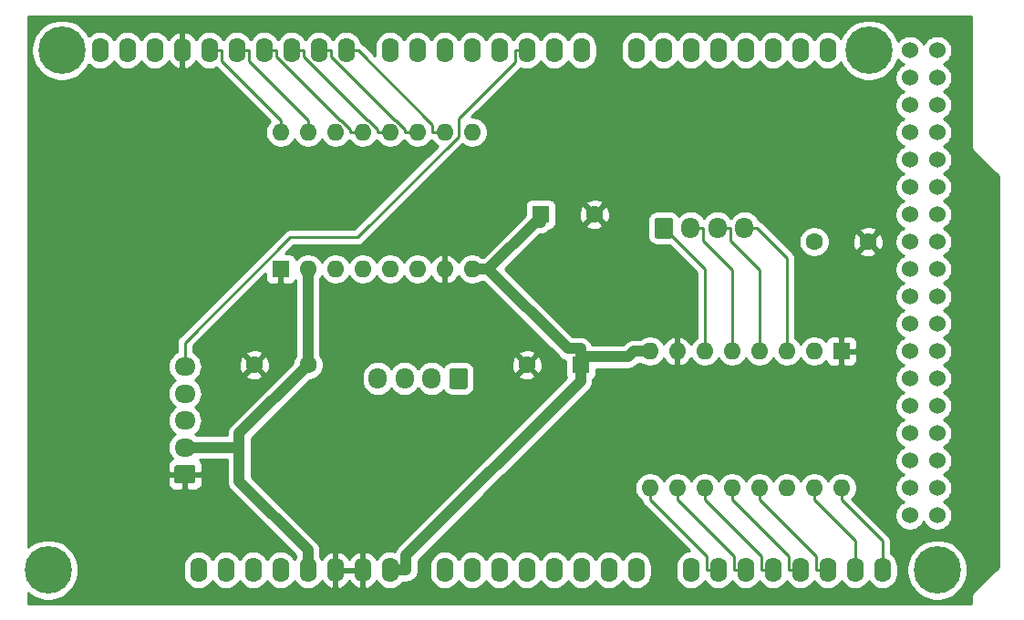
<source format=gbr>
G04 #@! TF.GenerationSoftware,KiCad,Pcbnew,5.1.5-52549c5~84~ubuntu16.04.1*
G04 #@! TF.CreationDate,2019-12-29T21:41:51+01:00*
G04 #@! TF.ProjectId,schema,73636865-6d61-42e6-9b69-6361645f7063,rev?*
G04 #@! TF.SameCoordinates,Original*
G04 #@! TF.FileFunction,Copper,L2,Bot*
G04 #@! TF.FilePolarity,Positive*
%FSLAX46Y46*%
G04 Gerber Fmt 4.6, Leading zero omitted, Abs format (unit mm)*
G04 Created by KiCad (PCBNEW 5.1.5-52549c5~84~ubuntu16.04.1) date 2019-12-29 21:41:51*
%MOMM*%
%LPD*%
G04 APERTURE LIST*
%ADD10O,1.950000X1.700000*%
%ADD11C,0.100000*%
%ADD12O,1.700000X1.950000*%
%ADD13C,1.600000*%
%ADD14R,1.600000X1.600000*%
%ADD15C,4.400000*%
%ADD16O,1.600000X1.600000*%
%ADD17O,1.574800X2.286000*%
%ADD18C,1.524000*%
%ADD19C,0.250000*%
%ADD20C,1.000000*%
%ADD21C,0.254000*%
G04 APERTURE END LIST*
D10*
X106680000Y-95410000D03*
X106680000Y-97910000D03*
X106680000Y-100410000D03*
X106680000Y-102910000D03*
G04 #@! TA.AperFunction,ComponentPad*
D11*
G36*
X107429504Y-104561204D02*
G01*
X107453773Y-104564804D01*
X107477571Y-104570765D01*
X107500671Y-104579030D01*
X107522849Y-104589520D01*
X107543893Y-104602133D01*
X107563598Y-104616747D01*
X107581777Y-104633223D01*
X107598253Y-104651402D01*
X107612867Y-104671107D01*
X107625480Y-104692151D01*
X107635970Y-104714329D01*
X107644235Y-104737429D01*
X107650196Y-104761227D01*
X107653796Y-104785496D01*
X107655000Y-104810000D01*
X107655000Y-106010000D01*
X107653796Y-106034504D01*
X107650196Y-106058773D01*
X107644235Y-106082571D01*
X107635970Y-106105671D01*
X107625480Y-106127849D01*
X107612867Y-106148893D01*
X107598253Y-106168598D01*
X107581777Y-106186777D01*
X107563598Y-106203253D01*
X107543893Y-106217867D01*
X107522849Y-106230480D01*
X107500671Y-106240970D01*
X107477571Y-106249235D01*
X107453773Y-106255196D01*
X107429504Y-106258796D01*
X107405000Y-106260000D01*
X105955000Y-106260000D01*
X105930496Y-106258796D01*
X105906227Y-106255196D01*
X105882429Y-106249235D01*
X105859329Y-106240970D01*
X105837151Y-106230480D01*
X105816107Y-106217867D01*
X105796402Y-106203253D01*
X105778223Y-106186777D01*
X105761747Y-106168598D01*
X105747133Y-106148893D01*
X105734520Y-106127849D01*
X105724030Y-106105671D01*
X105715765Y-106082571D01*
X105709804Y-106058773D01*
X105706204Y-106034504D01*
X105705000Y-106010000D01*
X105705000Y-104810000D01*
X105706204Y-104785496D01*
X105709804Y-104761227D01*
X105715765Y-104737429D01*
X105724030Y-104714329D01*
X105734520Y-104692151D01*
X105747133Y-104671107D01*
X105761747Y-104651402D01*
X105778223Y-104633223D01*
X105796402Y-104616747D01*
X105816107Y-104602133D01*
X105837151Y-104589520D01*
X105859329Y-104579030D01*
X105882429Y-104570765D01*
X105906227Y-104564804D01*
X105930496Y-104561204D01*
X105955000Y-104560000D01*
X107405000Y-104560000D01*
X107429504Y-104561204D01*
G37*
G04 #@! TD.AperFunction*
D12*
X124580000Y-96520000D03*
X127080000Y-96520000D03*
X129580000Y-96520000D03*
G04 #@! TA.AperFunction,ComponentPad*
D11*
G36*
X132704504Y-95546204D02*
G01*
X132728773Y-95549804D01*
X132752571Y-95555765D01*
X132775671Y-95564030D01*
X132797849Y-95574520D01*
X132818893Y-95587133D01*
X132838598Y-95601747D01*
X132856777Y-95618223D01*
X132873253Y-95636402D01*
X132887867Y-95656107D01*
X132900480Y-95677151D01*
X132910970Y-95699329D01*
X132919235Y-95722429D01*
X132925196Y-95746227D01*
X132928796Y-95770496D01*
X132930000Y-95795000D01*
X132930000Y-97245000D01*
X132928796Y-97269504D01*
X132925196Y-97293773D01*
X132919235Y-97317571D01*
X132910970Y-97340671D01*
X132900480Y-97362849D01*
X132887867Y-97383893D01*
X132873253Y-97403598D01*
X132856777Y-97421777D01*
X132838598Y-97438253D01*
X132818893Y-97452867D01*
X132797849Y-97465480D01*
X132775671Y-97475970D01*
X132752571Y-97484235D01*
X132728773Y-97490196D01*
X132704504Y-97493796D01*
X132680000Y-97495000D01*
X131480000Y-97495000D01*
X131455496Y-97493796D01*
X131431227Y-97490196D01*
X131407429Y-97484235D01*
X131384329Y-97475970D01*
X131362151Y-97465480D01*
X131341107Y-97452867D01*
X131321402Y-97438253D01*
X131303223Y-97421777D01*
X131286747Y-97403598D01*
X131272133Y-97383893D01*
X131259520Y-97362849D01*
X131249030Y-97340671D01*
X131240765Y-97317571D01*
X131234804Y-97293773D01*
X131231204Y-97269504D01*
X131230000Y-97245000D01*
X131230000Y-95795000D01*
X131231204Y-95770496D01*
X131234804Y-95746227D01*
X131240765Y-95722429D01*
X131249030Y-95699329D01*
X131259520Y-95677151D01*
X131272133Y-95656107D01*
X131286747Y-95636402D01*
X131303223Y-95618223D01*
X131321402Y-95601747D01*
X131341107Y-95587133D01*
X131362151Y-95574520D01*
X131384329Y-95564030D01*
X131407429Y-95555765D01*
X131431227Y-95549804D01*
X131455496Y-95546204D01*
X131480000Y-95545000D01*
X132680000Y-95545000D01*
X132704504Y-95546204D01*
G37*
G04 #@! TD.AperFunction*
D12*
X158630000Y-82550000D03*
X156130000Y-82550000D03*
X153630000Y-82550000D03*
G04 #@! TA.AperFunction,ComponentPad*
D11*
G36*
X151754504Y-81576204D02*
G01*
X151778773Y-81579804D01*
X151802571Y-81585765D01*
X151825671Y-81594030D01*
X151847849Y-81604520D01*
X151868893Y-81617133D01*
X151888598Y-81631747D01*
X151906777Y-81648223D01*
X151923253Y-81666402D01*
X151937867Y-81686107D01*
X151950480Y-81707151D01*
X151960970Y-81729329D01*
X151969235Y-81752429D01*
X151975196Y-81776227D01*
X151978796Y-81800496D01*
X151980000Y-81825000D01*
X151980000Y-83275000D01*
X151978796Y-83299504D01*
X151975196Y-83323773D01*
X151969235Y-83347571D01*
X151960970Y-83370671D01*
X151950480Y-83392849D01*
X151937867Y-83413893D01*
X151923253Y-83433598D01*
X151906777Y-83451777D01*
X151888598Y-83468253D01*
X151868893Y-83482867D01*
X151847849Y-83495480D01*
X151825671Y-83505970D01*
X151802571Y-83514235D01*
X151778773Y-83520196D01*
X151754504Y-83523796D01*
X151730000Y-83525000D01*
X150530000Y-83525000D01*
X150505496Y-83523796D01*
X150481227Y-83520196D01*
X150457429Y-83514235D01*
X150434329Y-83505970D01*
X150412151Y-83495480D01*
X150391107Y-83482867D01*
X150371402Y-83468253D01*
X150353223Y-83451777D01*
X150336747Y-83433598D01*
X150322133Y-83413893D01*
X150309520Y-83392849D01*
X150299030Y-83370671D01*
X150290765Y-83347571D01*
X150284804Y-83323773D01*
X150281204Y-83299504D01*
X150280000Y-83275000D01*
X150280000Y-81825000D01*
X150281204Y-81800496D01*
X150284804Y-81776227D01*
X150290765Y-81752429D01*
X150299030Y-81729329D01*
X150309520Y-81707151D01*
X150322133Y-81686107D01*
X150336747Y-81666402D01*
X150353223Y-81648223D01*
X150371402Y-81631747D01*
X150391107Y-81617133D01*
X150412151Y-81604520D01*
X150434329Y-81594030D01*
X150457429Y-81585765D01*
X150481227Y-81579804D01*
X150505496Y-81576204D01*
X150530000Y-81575000D01*
X151730000Y-81575000D01*
X151754504Y-81576204D01*
G37*
G04 #@! TD.AperFunction*
D13*
X113110000Y-95250000D03*
X118110000Y-95250000D03*
X170100000Y-83820000D03*
X165100000Y-83820000D03*
X144700000Y-81280000D03*
D14*
X139700000Y-81280000D03*
D13*
X138430000Y-95250000D03*
D14*
X143430000Y-95250000D03*
D15*
X176530000Y-114300000D03*
X170180000Y-66040000D03*
X93980000Y-114300000D03*
X95250000Y-66040000D03*
D14*
X115570000Y-86360000D03*
D16*
X133350000Y-73660000D03*
X118110000Y-86360000D03*
X130810000Y-73660000D03*
X120650000Y-86360000D03*
X128270000Y-73660000D03*
X123190000Y-86360000D03*
X125730000Y-73660000D03*
X125730000Y-86360000D03*
X123190000Y-73660000D03*
X128270000Y-86360000D03*
X120650000Y-73660000D03*
X130810000Y-86360000D03*
X118110000Y-73660000D03*
X133350000Y-86360000D03*
X115570000Y-73660000D03*
D14*
X167640000Y-93980000D03*
D16*
X149860000Y-106680000D03*
X165100000Y-93980000D03*
X152400000Y-106680000D03*
X162560000Y-93980000D03*
X154940000Y-106680000D03*
X160020000Y-93980000D03*
X157480000Y-106680000D03*
X157480000Y-93980000D03*
X160020000Y-106680000D03*
X154940000Y-93980000D03*
X162560000Y-106680000D03*
X152400000Y-93980000D03*
X165100000Y-106680000D03*
X149860000Y-93980000D03*
X167640000Y-106680000D03*
D17*
X161290000Y-66040000D03*
X158750000Y-66040000D03*
X156210000Y-66040000D03*
X153670000Y-66040000D03*
X151130000Y-66040000D03*
X148590000Y-66040000D03*
X108966000Y-66040000D03*
X111506000Y-66040000D03*
X114046000Y-66040000D03*
X116586000Y-66040000D03*
X119126000Y-66040000D03*
X121666000Y-66040000D03*
X125730000Y-66040000D03*
X128270000Y-66040000D03*
X130810000Y-66040000D03*
X133350000Y-66040000D03*
X135890000Y-66040000D03*
X138430000Y-66040000D03*
X140970000Y-66040000D03*
X171450000Y-114300000D03*
X168910000Y-114300000D03*
X166370000Y-114300000D03*
X163830000Y-114300000D03*
X161290000Y-114300000D03*
X158750000Y-114300000D03*
X156210000Y-114300000D03*
X153670000Y-114300000D03*
X148590000Y-114300000D03*
X146050000Y-114300000D03*
X143510000Y-114300000D03*
X140970000Y-114300000D03*
X138430000Y-114300000D03*
X135890000Y-114300000D03*
X133350000Y-114300000D03*
X98806000Y-66052700D03*
X101346000Y-66052700D03*
X103886000Y-66052700D03*
X106426000Y-66052700D03*
X143510000Y-66052700D03*
X163830000Y-66052700D03*
X166370000Y-66052700D03*
D18*
X176530000Y-66052700D03*
X173990000Y-66052700D03*
X176530000Y-101612700D03*
X173990000Y-101612700D03*
X176530000Y-99072700D03*
X173990000Y-99072700D03*
X176530000Y-96532700D03*
X173990000Y-96532700D03*
X176530000Y-93992700D03*
X173990000Y-93992700D03*
X176530000Y-91452700D03*
X173990000Y-91452700D03*
X176530000Y-88912700D03*
X173990000Y-88912700D03*
X176530000Y-86372700D03*
X173990000Y-86372700D03*
X176530000Y-83832700D03*
X173990000Y-83832700D03*
X176530000Y-81292700D03*
X173990000Y-81292700D03*
X176530000Y-78752700D03*
X173990000Y-78752700D03*
X176530000Y-76212700D03*
X173990000Y-76212700D03*
X176530000Y-73672700D03*
X173990000Y-73672700D03*
X176530000Y-71132700D03*
X173990000Y-71132700D03*
X176530000Y-68592700D03*
X173990000Y-68592700D03*
X176530000Y-106692700D03*
X173990000Y-106692700D03*
X176530000Y-104152700D03*
X173990000Y-104152700D03*
X176530000Y-109232700D03*
X173990000Y-109232700D03*
D17*
X130810000Y-114312700D03*
X125730000Y-114312700D03*
X123190000Y-114312700D03*
X120650000Y-114312700D03*
X118110000Y-114312700D03*
X115570000Y-114312700D03*
X113030000Y-114312700D03*
X110490000Y-114312700D03*
X107950000Y-114312700D03*
D19*
X115570000Y-73660000D02*
X115570000Y-72534700D01*
X108966000Y-66040000D02*
X110078700Y-66040000D01*
X110078700Y-66040000D02*
X110078700Y-67043400D01*
X110078700Y-67043400D02*
X115570000Y-72534700D01*
X118110000Y-73660000D02*
X118110000Y-72534700D01*
X111506000Y-66040000D02*
X112618700Y-66040000D01*
X112618700Y-66040000D02*
X112618700Y-67043400D01*
X112618700Y-67043400D02*
X118110000Y-72534700D01*
X123190000Y-73660000D02*
X122064700Y-73660000D01*
X114046000Y-66040000D02*
X115158700Y-66040000D01*
X115158700Y-66040000D02*
X115158700Y-66596400D01*
X115158700Y-66596400D02*
X121097000Y-72534700D01*
X121097000Y-72534700D02*
X121218100Y-72534700D01*
X121218100Y-72534700D02*
X122064700Y-73381300D01*
X122064700Y-73381300D02*
X122064700Y-73660000D01*
X125730000Y-73660000D02*
X124604700Y-73660000D01*
X116586000Y-66040000D02*
X117698700Y-66040000D01*
X117698700Y-66040000D02*
X117698700Y-66596400D01*
X117698700Y-66596400D02*
X123637000Y-72534700D01*
X123637000Y-72534700D02*
X123758100Y-72534700D01*
X123758100Y-72534700D02*
X124604700Y-73381300D01*
X124604700Y-73381300D02*
X124604700Y-73660000D01*
X128270000Y-73660000D02*
X127144700Y-73660000D01*
X119126000Y-66040000D02*
X120238700Y-66040000D01*
X120238700Y-66040000D02*
X120238700Y-66596300D01*
X120238700Y-66596300D02*
X126177100Y-72534700D01*
X126177100Y-72534700D02*
X126298200Y-72534700D01*
X126298200Y-72534700D02*
X127144700Y-73381200D01*
X127144700Y-73381200D02*
X127144700Y-73660000D01*
X121666000Y-66040000D02*
X122778700Y-66040000D01*
X130810000Y-73660000D02*
X129684700Y-73660000D01*
X122778700Y-66040000D02*
X129684700Y-72946000D01*
X129684700Y-72946000D02*
X129684700Y-73660000D01*
X167640000Y-106680000D02*
X167640000Y-107805300D01*
X171450000Y-114300000D02*
X171450000Y-111615300D01*
X171450000Y-111615300D02*
X167640000Y-107805300D01*
X165100000Y-106680000D02*
X165100000Y-107805300D01*
X168910000Y-114300000D02*
X168910000Y-111615300D01*
X168910000Y-111615300D02*
X165100000Y-107805300D01*
X160020000Y-106680000D02*
X160020000Y-107805300D01*
X166370000Y-114300000D02*
X165257300Y-114300000D01*
X165257300Y-114300000D02*
X165257300Y-113042600D01*
X165257300Y-113042600D02*
X160020000Y-107805300D01*
X157480000Y-106680000D02*
X157480000Y-107805300D01*
X163830000Y-114300000D02*
X162717300Y-114300000D01*
X162717300Y-114300000D02*
X162717300Y-113042600D01*
X162717300Y-113042600D02*
X157480000Y-107805300D01*
X154940000Y-106680000D02*
X154940000Y-107805300D01*
X161290000Y-114300000D02*
X160177300Y-114300000D01*
X160177300Y-114300000D02*
X160177300Y-113042600D01*
X160177300Y-113042600D02*
X154940000Y-107805300D01*
X152400000Y-106680000D02*
X152400000Y-107805300D01*
X158750000Y-114300000D02*
X157637300Y-114300000D01*
X157637300Y-114300000D02*
X157637300Y-113042600D01*
X157637300Y-113042600D02*
X152400000Y-107805300D01*
X149860000Y-106680000D02*
X149860000Y-107805300D01*
X156210000Y-114300000D02*
X155097300Y-114300000D01*
X155097300Y-114300000D02*
X155097300Y-113042600D01*
X155097300Y-113042600D02*
X149860000Y-107805300D01*
X158630000Y-82550000D02*
X159805300Y-82550000D01*
X162560000Y-93980000D02*
X162560000Y-85304700D01*
X162560000Y-85304700D02*
X159805300Y-82550000D01*
X156130000Y-82550000D02*
X157305300Y-82550000D01*
X160020000Y-93980000D02*
X160020000Y-86440000D01*
X160020000Y-86440000D02*
X157305300Y-83725300D01*
X157305300Y-83725300D02*
X157305300Y-82550000D01*
X153630000Y-82550000D02*
X154805300Y-82550000D01*
X157480000Y-93980000D02*
X157480000Y-86400000D01*
X157480000Y-86400000D02*
X154805300Y-83725300D01*
X154805300Y-83725300D02*
X154805300Y-82550000D01*
X154940000Y-93980000D02*
X154940000Y-86360000D01*
X154940000Y-86360000D02*
X151130000Y-82550000D01*
D20*
X118110000Y-95250000D02*
X111729100Y-101630900D01*
X111729100Y-101630900D02*
X111729100Y-102910000D01*
X118110000Y-86360000D02*
X118110000Y-95250000D01*
X111729100Y-102910000D02*
X111729100Y-106088500D01*
X111729100Y-106088500D02*
X118110000Y-112469400D01*
X111729100Y-102910000D02*
X106680000Y-102910000D01*
X118110000Y-114312700D02*
X118110000Y-112469400D01*
X149860000Y-93980000D02*
X148359700Y-93980000D01*
X143430000Y-94499800D02*
X147839900Y-94499800D01*
X147839900Y-94499800D02*
X148359700Y-93980000D01*
X143430000Y-94499800D02*
X143430000Y-93749700D01*
X143430000Y-95250000D02*
X143430000Y-94499800D01*
X143430000Y-95250000D02*
X143430000Y-96750300D01*
X125730000Y-114312700D02*
X127217700Y-114312700D01*
X127217700Y-114312700D02*
X127217700Y-112962600D01*
X127217700Y-112962600D02*
X143430000Y-96750300D01*
X134850300Y-86360000D02*
X142240000Y-93749700D01*
X142240000Y-93749700D02*
X143430000Y-93749700D01*
X139700000Y-82030100D02*
X139180200Y-82030100D01*
X139180200Y-82030100D02*
X134850300Y-86360000D01*
X133350000Y-86360000D02*
X134850300Y-86360000D01*
X139700000Y-81280000D02*
X139700000Y-82030100D01*
D19*
X138430000Y-66040000D02*
X137317300Y-66040000D01*
X137317300Y-66040000D02*
X137317300Y-67152700D01*
X137317300Y-67152700D02*
X132080000Y-72390000D01*
X132080000Y-72390000D02*
X132080000Y-74036900D01*
X132080000Y-74036900D02*
X122711700Y-83405200D01*
X122711700Y-83405200D02*
X116453600Y-83405200D01*
X116453600Y-83405200D02*
X106680000Y-93178800D01*
X106680000Y-93178800D02*
X106680000Y-95410000D01*
D21*
G36*
X179680001Y-74897581D02*
G01*
X179676808Y-74930000D01*
X179680001Y-74962419D01*
X179687628Y-75039853D01*
X179689551Y-75059382D01*
X179727290Y-75183792D01*
X179788575Y-75298450D01*
X179850386Y-75373766D01*
X179850389Y-75373769D01*
X179871053Y-75398948D01*
X179896232Y-75419612D01*
X182220000Y-77743381D01*
X182220001Y-81247581D01*
X182220000Y-114026619D01*
X179896232Y-116350388D01*
X179871053Y-116371052D01*
X179850389Y-116396231D01*
X179850386Y-116396234D01*
X179788575Y-116471550D01*
X179727290Y-116586208D01*
X179689551Y-116710618D01*
X179676808Y-116840000D01*
X179680001Y-116872419D01*
X179680001Y-117450000D01*
X92100000Y-117450000D01*
X92100000Y-116429295D01*
X92172793Y-116502088D01*
X92637124Y-116812344D01*
X93153061Y-117026052D01*
X93700777Y-117135000D01*
X94259223Y-117135000D01*
X94806939Y-117026052D01*
X95322876Y-116812344D01*
X95787207Y-116502088D01*
X96182088Y-116107207D01*
X96492344Y-115642876D01*
X96706052Y-115126939D01*
X96815000Y-114579223D01*
X96815000Y-114020777D01*
X96706052Y-113473061D01*
X96492344Y-112957124D01*
X96182088Y-112492793D01*
X95787207Y-112097912D01*
X95322876Y-111787656D01*
X94806939Y-111573948D01*
X94259223Y-111465000D01*
X93700777Y-111465000D01*
X93153061Y-111573948D01*
X92637124Y-111787656D01*
X92172793Y-112097912D01*
X92100000Y-112170705D01*
X92100000Y-106260000D01*
X105066928Y-106260000D01*
X105079188Y-106384482D01*
X105115498Y-106504180D01*
X105174463Y-106614494D01*
X105253815Y-106711185D01*
X105350506Y-106790537D01*
X105460820Y-106849502D01*
X105580518Y-106885812D01*
X105705000Y-106898072D01*
X106394250Y-106895000D01*
X106553000Y-106736250D01*
X106553000Y-105537000D01*
X106807000Y-105537000D01*
X106807000Y-106736250D01*
X106965750Y-106895000D01*
X107655000Y-106898072D01*
X107779482Y-106885812D01*
X107899180Y-106849502D01*
X108009494Y-106790537D01*
X108106185Y-106711185D01*
X108185537Y-106614494D01*
X108244502Y-106504180D01*
X108280812Y-106384482D01*
X108293072Y-106260000D01*
X108290000Y-105695750D01*
X108131250Y-105537000D01*
X106807000Y-105537000D01*
X106553000Y-105537000D01*
X105228750Y-105537000D01*
X105070000Y-105695750D01*
X105066928Y-106260000D01*
X92100000Y-106260000D01*
X92100000Y-95410000D01*
X105062815Y-95410000D01*
X105091487Y-95701111D01*
X105176401Y-95981034D01*
X105314294Y-96239014D01*
X105499866Y-96465134D01*
X105725986Y-96650706D01*
X105743374Y-96660000D01*
X105725986Y-96669294D01*
X105499866Y-96854866D01*
X105314294Y-97080986D01*
X105176401Y-97338966D01*
X105091487Y-97618889D01*
X105062815Y-97910000D01*
X105091487Y-98201111D01*
X105176401Y-98481034D01*
X105314294Y-98739014D01*
X105499866Y-98965134D01*
X105725986Y-99150706D01*
X105743374Y-99160000D01*
X105725986Y-99169294D01*
X105499866Y-99354866D01*
X105314294Y-99580986D01*
X105176401Y-99838966D01*
X105091487Y-100118889D01*
X105062815Y-100410000D01*
X105091487Y-100701111D01*
X105176401Y-100981034D01*
X105314294Y-101239014D01*
X105499866Y-101465134D01*
X105725986Y-101650706D01*
X105743374Y-101660000D01*
X105725986Y-101669294D01*
X105499866Y-101854866D01*
X105314294Y-102080986D01*
X105176401Y-102338966D01*
X105091487Y-102618889D01*
X105062815Y-102910000D01*
X105091487Y-103201111D01*
X105176401Y-103481034D01*
X105314294Y-103739014D01*
X105495608Y-103959945D01*
X105460820Y-103970498D01*
X105350506Y-104029463D01*
X105253815Y-104108815D01*
X105174463Y-104205506D01*
X105115498Y-104315820D01*
X105079188Y-104435518D01*
X105066928Y-104560000D01*
X105070000Y-105124250D01*
X105228750Y-105283000D01*
X106553000Y-105283000D01*
X106553000Y-105263000D01*
X106807000Y-105263000D01*
X106807000Y-105283000D01*
X108131250Y-105283000D01*
X108290000Y-105124250D01*
X108293072Y-104560000D01*
X108280812Y-104435518D01*
X108244502Y-104315820D01*
X108185537Y-104205506D01*
X108106185Y-104108815D01*
X108028426Y-104045000D01*
X110594100Y-104045000D01*
X110594101Y-106032739D01*
X110588609Y-106088500D01*
X110610523Y-106310998D01*
X110675424Y-106524946D01*
X110678668Y-106531015D01*
X110780817Y-106722123D01*
X110922652Y-106894949D01*
X110965960Y-106930491D01*
X116975000Y-112939532D01*
X116975000Y-113097960D01*
X116921595Y-113163034D01*
X116840000Y-113315688D01*
X116758405Y-113163033D01*
X116580654Y-112946445D01*
X116364066Y-112768695D01*
X116116962Y-112636616D01*
X115848838Y-112555281D01*
X115570000Y-112527818D01*
X115291161Y-112555281D01*
X115023037Y-112636616D01*
X114775933Y-112768695D01*
X114559345Y-112946446D01*
X114381595Y-113163034D01*
X114300000Y-113315688D01*
X114218405Y-113163033D01*
X114040654Y-112946445D01*
X113824066Y-112768695D01*
X113576962Y-112636616D01*
X113308838Y-112555281D01*
X113030000Y-112527818D01*
X112751161Y-112555281D01*
X112483037Y-112636616D01*
X112235933Y-112768695D01*
X112019345Y-112946446D01*
X111841595Y-113163034D01*
X111760000Y-113315688D01*
X111678405Y-113163033D01*
X111500654Y-112946445D01*
X111284066Y-112768695D01*
X111036962Y-112636616D01*
X110768838Y-112555281D01*
X110490000Y-112527818D01*
X110211161Y-112555281D01*
X109943037Y-112636616D01*
X109695933Y-112768695D01*
X109479345Y-112946446D01*
X109301595Y-113163034D01*
X109220000Y-113315688D01*
X109138405Y-113163033D01*
X108960654Y-112946445D01*
X108744066Y-112768695D01*
X108496962Y-112636616D01*
X108228838Y-112555281D01*
X107950000Y-112527818D01*
X107671161Y-112555281D01*
X107403037Y-112636616D01*
X107155933Y-112768695D01*
X106939345Y-112946446D01*
X106761595Y-113163034D01*
X106629516Y-113410138D01*
X106548181Y-113678262D01*
X106527600Y-113887226D01*
X106527600Y-114738175D01*
X106548181Y-114947139D01*
X106629516Y-115215263D01*
X106761595Y-115462367D01*
X106939346Y-115678955D01*
X107155934Y-115856705D01*
X107403038Y-115988784D01*
X107671162Y-116070119D01*
X107950000Y-116097582D01*
X108228839Y-116070119D01*
X108496963Y-115988784D01*
X108744067Y-115856705D01*
X108960655Y-115678955D01*
X109138405Y-115462367D01*
X109220000Y-115309713D01*
X109301595Y-115462367D01*
X109479346Y-115678955D01*
X109695934Y-115856705D01*
X109943038Y-115988784D01*
X110211162Y-116070119D01*
X110490000Y-116097582D01*
X110768839Y-116070119D01*
X111036963Y-115988784D01*
X111284067Y-115856705D01*
X111500655Y-115678955D01*
X111678405Y-115462367D01*
X111760000Y-115309713D01*
X111841595Y-115462367D01*
X112019346Y-115678955D01*
X112235934Y-115856705D01*
X112483038Y-115988784D01*
X112751162Y-116070119D01*
X113030000Y-116097582D01*
X113308839Y-116070119D01*
X113576963Y-115988784D01*
X113824067Y-115856705D01*
X114040655Y-115678955D01*
X114218405Y-115462367D01*
X114300000Y-115309713D01*
X114381595Y-115462367D01*
X114559346Y-115678955D01*
X114775934Y-115856705D01*
X115023038Y-115988784D01*
X115291162Y-116070119D01*
X115570000Y-116097582D01*
X115848839Y-116070119D01*
X116116963Y-115988784D01*
X116364067Y-115856705D01*
X116580655Y-115678955D01*
X116758405Y-115462367D01*
X116840000Y-115309713D01*
X116921595Y-115462367D01*
X117099346Y-115678955D01*
X117315934Y-115856705D01*
X117563038Y-115988784D01*
X117831162Y-116070119D01*
X118110000Y-116097582D01*
X118388839Y-116070119D01*
X118656963Y-115988784D01*
X118904067Y-115856705D01*
X119120655Y-115678955D01*
X119298405Y-115462367D01*
X119377893Y-115313655D01*
X119384474Y-115329962D01*
X119537875Y-115564140D01*
X119734014Y-115763892D01*
X119965354Y-115921541D01*
X120223004Y-116031028D01*
X120302940Y-116047710D01*
X120523000Y-115925552D01*
X120523000Y-114439700D01*
X120777000Y-114439700D01*
X120777000Y-115925552D01*
X120997060Y-116047710D01*
X121076996Y-116031028D01*
X121334646Y-115921541D01*
X121565986Y-115763892D01*
X121762125Y-115564140D01*
X121915526Y-115329962D01*
X121920000Y-115318876D01*
X121924474Y-115329962D01*
X122077875Y-115564140D01*
X122274014Y-115763892D01*
X122505354Y-115921541D01*
X122763004Y-116031028D01*
X122842940Y-116047710D01*
X123063000Y-115925552D01*
X123063000Y-114439700D01*
X120777000Y-114439700D01*
X120523000Y-114439700D01*
X120503000Y-114439700D01*
X120503000Y-114185700D01*
X120523000Y-114185700D01*
X120523000Y-112699848D01*
X120777000Y-112699848D01*
X120777000Y-114185700D01*
X123063000Y-114185700D01*
X123063000Y-112699848D01*
X123317000Y-112699848D01*
X123317000Y-114185700D01*
X123337000Y-114185700D01*
X123337000Y-114439700D01*
X123317000Y-114439700D01*
X123317000Y-115925552D01*
X123537060Y-116047710D01*
X123616996Y-116031028D01*
X123874646Y-115921541D01*
X124105986Y-115763892D01*
X124302125Y-115564140D01*
X124455526Y-115329962D01*
X124462107Y-115313655D01*
X124541595Y-115462367D01*
X124719346Y-115678955D01*
X124935934Y-115856705D01*
X125183038Y-115988784D01*
X125451162Y-116070119D01*
X125730000Y-116097582D01*
X126008839Y-116070119D01*
X126276963Y-115988784D01*
X126524067Y-115856705D01*
X126740655Y-115678955D01*
X126918405Y-115462367D01*
X126926245Y-115447700D01*
X127161948Y-115447700D01*
X127217700Y-115453191D01*
X127273451Y-115447700D01*
X127273452Y-115447700D01*
X127440199Y-115431277D01*
X127654147Y-115366376D01*
X127851323Y-115260984D01*
X128024149Y-115119149D01*
X128165984Y-114946323D01*
X128271376Y-114749147D01*
X128336277Y-114535199D01*
X128358191Y-114312700D01*
X128352700Y-114256948D01*
X128352700Y-113887226D01*
X129387600Y-113887226D01*
X129387600Y-114738175D01*
X129408181Y-114947139D01*
X129489516Y-115215263D01*
X129621595Y-115462367D01*
X129799346Y-115678955D01*
X130015934Y-115856705D01*
X130263038Y-115988784D01*
X130531162Y-116070119D01*
X130810000Y-116097582D01*
X131088839Y-116070119D01*
X131356963Y-115988784D01*
X131604067Y-115856705D01*
X131820655Y-115678955D01*
X131998405Y-115462367D01*
X132083394Y-115303363D01*
X132161595Y-115449667D01*
X132339346Y-115666255D01*
X132555934Y-115844005D01*
X132803038Y-115976084D01*
X133071162Y-116057419D01*
X133350000Y-116084882D01*
X133628839Y-116057419D01*
X133896963Y-115976084D01*
X134144067Y-115844005D01*
X134360655Y-115666255D01*
X134538405Y-115449667D01*
X134620000Y-115297013D01*
X134701595Y-115449667D01*
X134879346Y-115666255D01*
X135095934Y-115844005D01*
X135343038Y-115976084D01*
X135611162Y-116057419D01*
X135890000Y-116084882D01*
X136168839Y-116057419D01*
X136436963Y-115976084D01*
X136684067Y-115844005D01*
X136900655Y-115666255D01*
X137078405Y-115449667D01*
X137160000Y-115297013D01*
X137241595Y-115449667D01*
X137419346Y-115666255D01*
X137635934Y-115844005D01*
X137883038Y-115976084D01*
X138151162Y-116057419D01*
X138430000Y-116084882D01*
X138708839Y-116057419D01*
X138976963Y-115976084D01*
X139224067Y-115844005D01*
X139440655Y-115666255D01*
X139618405Y-115449667D01*
X139700000Y-115297013D01*
X139781595Y-115449667D01*
X139959346Y-115666255D01*
X140175934Y-115844005D01*
X140423038Y-115976084D01*
X140691162Y-116057419D01*
X140970000Y-116084882D01*
X141248839Y-116057419D01*
X141516963Y-115976084D01*
X141764067Y-115844005D01*
X141980655Y-115666255D01*
X142158405Y-115449667D01*
X142240000Y-115297013D01*
X142321595Y-115449667D01*
X142499346Y-115666255D01*
X142715934Y-115844005D01*
X142963038Y-115976084D01*
X143231162Y-116057419D01*
X143510000Y-116084882D01*
X143788839Y-116057419D01*
X144056963Y-115976084D01*
X144304067Y-115844005D01*
X144520655Y-115666255D01*
X144698405Y-115449667D01*
X144780000Y-115297013D01*
X144861595Y-115449667D01*
X145039346Y-115666255D01*
X145255934Y-115844005D01*
X145503038Y-115976084D01*
X145771162Y-116057419D01*
X146050000Y-116084882D01*
X146328839Y-116057419D01*
X146596963Y-115976084D01*
X146844067Y-115844005D01*
X147060655Y-115666255D01*
X147238405Y-115449667D01*
X147320000Y-115297013D01*
X147401595Y-115449667D01*
X147579346Y-115666255D01*
X147795934Y-115844005D01*
X148043038Y-115976084D01*
X148311162Y-116057419D01*
X148590000Y-116084882D01*
X148868839Y-116057419D01*
X149136963Y-115976084D01*
X149384067Y-115844005D01*
X149600655Y-115666255D01*
X149778405Y-115449667D01*
X149910484Y-115202563D01*
X149991819Y-114934438D01*
X150012400Y-114725474D01*
X150012400Y-113874525D01*
X149991819Y-113665561D01*
X149910484Y-113397437D01*
X149778405Y-113150333D01*
X149600654Y-112933745D01*
X149384066Y-112755995D01*
X149136962Y-112623916D01*
X148868838Y-112542581D01*
X148590000Y-112515118D01*
X148311161Y-112542581D01*
X148043037Y-112623916D01*
X147795933Y-112755995D01*
X147579345Y-112933746D01*
X147401595Y-113150334D01*
X147320000Y-113302988D01*
X147238405Y-113150333D01*
X147060654Y-112933745D01*
X146844066Y-112755995D01*
X146596962Y-112623916D01*
X146328838Y-112542581D01*
X146050000Y-112515118D01*
X145771161Y-112542581D01*
X145503037Y-112623916D01*
X145255933Y-112755995D01*
X145039345Y-112933746D01*
X144861595Y-113150334D01*
X144780000Y-113302988D01*
X144698405Y-113150333D01*
X144520654Y-112933745D01*
X144304066Y-112755995D01*
X144056962Y-112623916D01*
X143788838Y-112542581D01*
X143510000Y-112515118D01*
X143231161Y-112542581D01*
X142963037Y-112623916D01*
X142715933Y-112755995D01*
X142499345Y-112933746D01*
X142321595Y-113150334D01*
X142240000Y-113302988D01*
X142158405Y-113150333D01*
X141980654Y-112933745D01*
X141764066Y-112755995D01*
X141516962Y-112623916D01*
X141248838Y-112542581D01*
X140970000Y-112515118D01*
X140691161Y-112542581D01*
X140423037Y-112623916D01*
X140175933Y-112755995D01*
X139959345Y-112933746D01*
X139781595Y-113150334D01*
X139700000Y-113302988D01*
X139618405Y-113150333D01*
X139440654Y-112933745D01*
X139224066Y-112755995D01*
X138976962Y-112623916D01*
X138708838Y-112542581D01*
X138430000Y-112515118D01*
X138151161Y-112542581D01*
X137883037Y-112623916D01*
X137635933Y-112755995D01*
X137419345Y-112933746D01*
X137241595Y-113150334D01*
X137160000Y-113302988D01*
X137078405Y-113150333D01*
X136900654Y-112933745D01*
X136684066Y-112755995D01*
X136436962Y-112623916D01*
X136168838Y-112542581D01*
X135890000Y-112515118D01*
X135611161Y-112542581D01*
X135343037Y-112623916D01*
X135095933Y-112755995D01*
X134879345Y-112933746D01*
X134701595Y-113150334D01*
X134620000Y-113302988D01*
X134538405Y-113150333D01*
X134360654Y-112933745D01*
X134144066Y-112755995D01*
X133896962Y-112623916D01*
X133628838Y-112542581D01*
X133350000Y-112515118D01*
X133071161Y-112542581D01*
X132803037Y-112623916D01*
X132555933Y-112755995D01*
X132339345Y-112933746D01*
X132161595Y-113150334D01*
X132076606Y-113309338D01*
X131998405Y-113163033D01*
X131820654Y-112946445D01*
X131604066Y-112768695D01*
X131356962Y-112636616D01*
X131088838Y-112555281D01*
X130810000Y-112527818D01*
X130531161Y-112555281D01*
X130263037Y-112636616D01*
X130015933Y-112768695D01*
X129799345Y-112946446D01*
X129621595Y-113163034D01*
X129489516Y-113410138D01*
X129408181Y-113678262D01*
X129387600Y-113887226D01*
X128352700Y-113887226D01*
X128352700Y-113432731D01*
X135246766Y-106538665D01*
X148425000Y-106538665D01*
X148425000Y-106821335D01*
X148480147Y-107098574D01*
X148588320Y-107359727D01*
X148745363Y-107594759D01*
X148945241Y-107794637D01*
X149105843Y-107901948D01*
X149108676Y-107930705D01*
X149110998Y-107954285D01*
X149154454Y-108097546D01*
X149225026Y-108229576D01*
X149296201Y-108316302D01*
X149320000Y-108345301D01*
X149348998Y-108369099D01*
X153510705Y-112530807D01*
X153391161Y-112542581D01*
X153123037Y-112623916D01*
X152875933Y-112755995D01*
X152659345Y-112933746D01*
X152481595Y-113150334D01*
X152349516Y-113397438D01*
X152268181Y-113665562D01*
X152247600Y-113874526D01*
X152247600Y-114725475D01*
X152268181Y-114934439D01*
X152349516Y-115202563D01*
X152481595Y-115449667D01*
X152659346Y-115666255D01*
X152875934Y-115844005D01*
X153123038Y-115976084D01*
X153391162Y-116057419D01*
X153670000Y-116084882D01*
X153948839Y-116057419D01*
X154216963Y-115976084D01*
X154464067Y-115844005D01*
X154680655Y-115666255D01*
X154858405Y-115449667D01*
X154940000Y-115297013D01*
X155021595Y-115449667D01*
X155199346Y-115666255D01*
X155415934Y-115844005D01*
X155663038Y-115976084D01*
X155931162Y-116057419D01*
X156210000Y-116084882D01*
X156488839Y-116057419D01*
X156756963Y-115976084D01*
X157004067Y-115844005D01*
X157220655Y-115666255D01*
X157398405Y-115449667D01*
X157480000Y-115297013D01*
X157561595Y-115449667D01*
X157739346Y-115666255D01*
X157955934Y-115844005D01*
X158203038Y-115976084D01*
X158471162Y-116057419D01*
X158750000Y-116084882D01*
X159028839Y-116057419D01*
X159296963Y-115976084D01*
X159544067Y-115844005D01*
X159760655Y-115666255D01*
X159938405Y-115449667D01*
X160020000Y-115297013D01*
X160101595Y-115449667D01*
X160279346Y-115666255D01*
X160495934Y-115844005D01*
X160743038Y-115976084D01*
X161011162Y-116057419D01*
X161290000Y-116084882D01*
X161568839Y-116057419D01*
X161836963Y-115976084D01*
X162084067Y-115844005D01*
X162300655Y-115666255D01*
X162478405Y-115449667D01*
X162560000Y-115297013D01*
X162641595Y-115449667D01*
X162819346Y-115666255D01*
X163035934Y-115844005D01*
X163283038Y-115976084D01*
X163551162Y-116057419D01*
X163830000Y-116084882D01*
X164108839Y-116057419D01*
X164376963Y-115976084D01*
X164624067Y-115844005D01*
X164840655Y-115666255D01*
X165018405Y-115449667D01*
X165100000Y-115297013D01*
X165181595Y-115449667D01*
X165359346Y-115666255D01*
X165575934Y-115844005D01*
X165823038Y-115976084D01*
X166091162Y-116057419D01*
X166370000Y-116084882D01*
X166648839Y-116057419D01*
X166916963Y-115976084D01*
X167164067Y-115844005D01*
X167380655Y-115666255D01*
X167558405Y-115449667D01*
X167640000Y-115297013D01*
X167721595Y-115449667D01*
X167899346Y-115666255D01*
X168115934Y-115844005D01*
X168363038Y-115976084D01*
X168631162Y-116057419D01*
X168910000Y-116084882D01*
X169188839Y-116057419D01*
X169456963Y-115976084D01*
X169704067Y-115844005D01*
X169920655Y-115666255D01*
X170098405Y-115449667D01*
X170180000Y-115297013D01*
X170261595Y-115449667D01*
X170439346Y-115666255D01*
X170655934Y-115844005D01*
X170903038Y-115976084D01*
X171171162Y-116057419D01*
X171450000Y-116084882D01*
X171728839Y-116057419D01*
X171996963Y-115976084D01*
X172244067Y-115844005D01*
X172460655Y-115666255D01*
X172638405Y-115449667D01*
X172770484Y-115202563D01*
X172851819Y-114934438D01*
X172872400Y-114725474D01*
X172872400Y-114020777D01*
X173695000Y-114020777D01*
X173695000Y-114579223D01*
X173803948Y-115126939D01*
X174017656Y-115642876D01*
X174327912Y-116107207D01*
X174722793Y-116502088D01*
X175187124Y-116812344D01*
X175703061Y-117026052D01*
X176250777Y-117135000D01*
X176809223Y-117135000D01*
X177356939Y-117026052D01*
X177872876Y-116812344D01*
X178337207Y-116502088D01*
X178732088Y-116107207D01*
X179042344Y-115642876D01*
X179256052Y-115126939D01*
X179365000Y-114579223D01*
X179365000Y-114020777D01*
X179256052Y-113473061D01*
X179042344Y-112957124D01*
X178732088Y-112492793D01*
X178337207Y-112097912D01*
X177872876Y-111787656D01*
X177356939Y-111573948D01*
X176809223Y-111465000D01*
X176250777Y-111465000D01*
X175703061Y-111573948D01*
X175187124Y-111787656D01*
X174722793Y-112097912D01*
X174327912Y-112492793D01*
X174017656Y-112957124D01*
X173803948Y-113473061D01*
X173695000Y-114020777D01*
X172872400Y-114020777D01*
X172872400Y-113874525D01*
X172851819Y-113665561D01*
X172770484Y-113397437D01*
X172638405Y-113150333D01*
X172460654Y-112933745D01*
X172244066Y-112755995D01*
X172210000Y-112737786D01*
X172210000Y-111652625D01*
X172213676Y-111615300D01*
X172210000Y-111577975D01*
X172210000Y-111577967D01*
X172199003Y-111466314D01*
X172155546Y-111323053D01*
X172084974Y-111191024D01*
X171990001Y-111075299D01*
X171961003Y-111051501D01*
X168629449Y-107719947D01*
X168754637Y-107594759D01*
X168911680Y-107359727D01*
X169019853Y-107098574D01*
X169075000Y-106821335D01*
X169075000Y-106538665D01*
X169019853Y-106261426D01*
X168911680Y-106000273D01*
X168754637Y-105765241D01*
X168554759Y-105565363D01*
X168319727Y-105408320D01*
X168058574Y-105300147D01*
X167781335Y-105245000D01*
X167498665Y-105245000D01*
X167221426Y-105300147D01*
X166960273Y-105408320D01*
X166725241Y-105565363D01*
X166525363Y-105765241D01*
X166370000Y-105997759D01*
X166214637Y-105765241D01*
X166014759Y-105565363D01*
X165779727Y-105408320D01*
X165518574Y-105300147D01*
X165241335Y-105245000D01*
X164958665Y-105245000D01*
X164681426Y-105300147D01*
X164420273Y-105408320D01*
X164185241Y-105565363D01*
X163985363Y-105765241D01*
X163830000Y-105997759D01*
X163674637Y-105765241D01*
X163474759Y-105565363D01*
X163239727Y-105408320D01*
X162978574Y-105300147D01*
X162701335Y-105245000D01*
X162418665Y-105245000D01*
X162141426Y-105300147D01*
X161880273Y-105408320D01*
X161645241Y-105565363D01*
X161445363Y-105765241D01*
X161290000Y-105997759D01*
X161134637Y-105765241D01*
X160934759Y-105565363D01*
X160699727Y-105408320D01*
X160438574Y-105300147D01*
X160161335Y-105245000D01*
X159878665Y-105245000D01*
X159601426Y-105300147D01*
X159340273Y-105408320D01*
X159105241Y-105565363D01*
X158905363Y-105765241D01*
X158750000Y-105997759D01*
X158594637Y-105765241D01*
X158394759Y-105565363D01*
X158159727Y-105408320D01*
X157898574Y-105300147D01*
X157621335Y-105245000D01*
X157338665Y-105245000D01*
X157061426Y-105300147D01*
X156800273Y-105408320D01*
X156565241Y-105565363D01*
X156365363Y-105765241D01*
X156210000Y-105997759D01*
X156054637Y-105765241D01*
X155854759Y-105565363D01*
X155619727Y-105408320D01*
X155358574Y-105300147D01*
X155081335Y-105245000D01*
X154798665Y-105245000D01*
X154521426Y-105300147D01*
X154260273Y-105408320D01*
X154025241Y-105565363D01*
X153825363Y-105765241D01*
X153670000Y-105997759D01*
X153514637Y-105765241D01*
X153314759Y-105565363D01*
X153079727Y-105408320D01*
X152818574Y-105300147D01*
X152541335Y-105245000D01*
X152258665Y-105245000D01*
X151981426Y-105300147D01*
X151720273Y-105408320D01*
X151485241Y-105565363D01*
X151285363Y-105765241D01*
X151130000Y-105997759D01*
X150974637Y-105765241D01*
X150774759Y-105565363D01*
X150539727Y-105408320D01*
X150278574Y-105300147D01*
X150001335Y-105245000D01*
X149718665Y-105245000D01*
X149441426Y-105300147D01*
X149180273Y-105408320D01*
X148945241Y-105565363D01*
X148745363Y-105765241D01*
X148588320Y-106000273D01*
X148480147Y-106261426D01*
X148425000Y-106538665D01*
X135246766Y-106538665D01*
X144193146Y-97592287D01*
X144236449Y-97556749D01*
X144346022Y-97423235D01*
X144378284Y-97383923D01*
X144483676Y-97186747D01*
X144548577Y-96972799D01*
X144570491Y-96750300D01*
X144565000Y-96694548D01*
X144565000Y-96590957D01*
X144584494Y-96580537D01*
X144681185Y-96501185D01*
X144760537Y-96404494D01*
X144819502Y-96294180D01*
X144855812Y-96174482D01*
X144868072Y-96050000D01*
X144868072Y-95634800D01*
X147784149Y-95634800D01*
X147839900Y-95640291D01*
X147895651Y-95634800D01*
X147895652Y-95634800D01*
X148062399Y-95618377D01*
X148276347Y-95553476D01*
X148473523Y-95448084D01*
X148646349Y-95306249D01*
X148681896Y-95262935D01*
X148829831Y-95115000D01*
X148975716Y-95115000D01*
X149180273Y-95251680D01*
X149441426Y-95359853D01*
X149718665Y-95415000D01*
X150001335Y-95415000D01*
X150278574Y-95359853D01*
X150539727Y-95251680D01*
X150774759Y-95094637D01*
X150974637Y-94894759D01*
X151131680Y-94659727D01*
X151136067Y-94649135D01*
X151247615Y-94835131D01*
X151436586Y-95043519D01*
X151662580Y-95211037D01*
X151916913Y-95331246D01*
X152050961Y-95371904D01*
X152273000Y-95249915D01*
X152273000Y-94107000D01*
X152253000Y-94107000D01*
X152253000Y-93853000D01*
X152273000Y-93853000D01*
X152273000Y-92710085D01*
X152050961Y-92588096D01*
X151916913Y-92628754D01*
X151662580Y-92748963D01*
X151436586Y-92916481D01*
X151247615Y-93124869D01*
X151136067Y-93310865D01*
X151131680Y-93300273D01*
X150974637Y-93065241D01*
X150774759Y-92865363D01*
X150539727Y-92708320D01*
X150278574Y-92600147D01*
X150001335Y-92545000D01*
X149718665Y-92545000D01*
X149441426Y-92600147D01*
X149180273Y-92708320D01*
X148975716Y-92845000D01*
X148415443Y-92845000D01*
X148359699Y-92839510D01*
X148303955Y-92845000D01*
X148303948Y-92845000D01*
X148158193Y-92859356D01*
X148137200Y-92861423D01*
X148087405Y-92876529D01*
X147923253Y-92926324D01*
X147726077Y-93031716D01*
X147553251Y-93173551D01*
X147517704Y-93216865D01*
X147369769Y-93364800D01*
X144499313Y-93364800D01*
X144483676Y-93313253D01*
X144378284Y-93116077D01*
X144236449Y-92943251D01*
X144063623Y-92801416D01*
X143866447Y-92696024D01*
X143652499Y-92631123D01*
X143485752Y-92614700D01*
X143430000Y-92609209D01*
X143374249Y-92614700D01*
X142710132Y-92614700D01*
X136455431Y-86360000D01*
X139649786Y-83165645D01*
X139700000Y-83170591D01*
X139792294Y-83161501D01*
X139922499Y-83148677D01*
X140136447Y-83083776D01*
X140333623Y-82978384D01*
X140506449Y-82836549D01*
X140612798Y-82706963D01*
X140624482Y-82705812D01*
X140744180Y-82669502D01*
X140854494Y-82610537D01*
X140951185Y-82531185D01*
X141030537Y-82434494D01*
X141089502Y-82324180D01*
X141105117Y-82272702D01*
X143886903Y-82272702D01*
X143958486Y-82516671D01*
X144213996Y-82637571D01*
X144488184Y-82706300D01*
X144770512Y-82720217D01*
X145050130Y-82678787D01*
X145316292Y-82583603D01*
X145441514Y-82516671D01*
X145513097Y-82272702D01*
X144700000Y-81459605D01*
X143886903Y-82272702D01*
X141105117Y-82272702D01*
X141125812Y-82204482D01*
X141138072Y-82080000D01*
X141138072Y-81350512D01*
X143259783Y-81350512D01*
X143301213Y-81630130D01*
X143396397Y-81896292D01*
X143463329Y-82021514D01*
X143707298Y-82093097D01*
X144520395Y-81280000D01*
X144879605Y-81280000D01*
X145692702Y-82093097D01*
X145936671Y-82021514D01*
X146029655Y-81825000D01*
X149641928Y-81825000D01*
X149641928Y-83275000D01*
X149658992Y-83448254D01*
X149709528Y-83614850D01*
X149791595Y-83768386D01*
X149902038Y-83902962D01*
X150036614Y-84013405D01*
X150190150Y-84095472D01*
X150356746Y-84146008D01*
X150530000Y-84163072D01*
X151668271Y-84163072D01*
X154180001Y-86674803D01*
X154180000Y-92761956D01*
X154025241Y-92865363D01*
X153825363Y-93065241D01*
X153668320Y-93300273D01*
X153663933Y-93310865D01*
X153552385Y-93124869D01*
X153363414Y-92916481D01*
X153137420Y-92748963D01*
X152883087Y-92628754D01*
X152749039Y-92588096D01*
X152527000Y-92710085D01*
X152527000Y-93853000D01*
X152547000Y-93853000D01*
X152547000Y-94107000D01*
X152527000Y-94107000D01*
X152527000Y-95249915D01*
X152749039Y-95371904D01*
X152883087Y-95331246D01*
X153137420Y-95211037D01*
X153363414Y-95043519D01*
X153552385Y-94835131D01*
X153663933Y-94649135D01*
X153668320Y-94659727D01*
X153825363Y-94894759D01*
X154025241Y-95094637D01*
X154260273Y-95251680D01*
X154521426Y-95359853D01*
X154798665Y-95415000D01*
X155081335Y-95415000D01*
X155358574Y-95359853D01*
X155619727Y-95251680D01*
X155854759Y-95094637D01*
X156054637Y-94894759D01*
X156210000Y-94662241D01*
X156365363Y-94894759D01*
X156565241Y-95094637D01*
X156800273Y-95251680D01*
X157061426Y-95359853D01*
X157338665Y-95415000D01*
X157621335Y-95415000D01*
X157898574Y-95359853D01*
X158159727Y-95251680D01*
X158394759Y-95094637D01*
X158594637Y-94894759D01*
X158750000Y-94662241D01*
X158905363Y-94894759D01*
X159105241Y-95094637D01*
X159340273Y-95251680D01*
X159601426Y-95359853D01*
X159878665Y-95415000D01*
X160161335Y-95415000D01*
X160438574Y-95359853D01*
X160699727Y-95251680D01*
X160934759Y-95094637D01*
X161134637Y-94894759D01*
X161290000Y-94662241D01*
X161445363Y-94894759D01*
X161645241Y-95094637D01*
X161880273Y-95251680D01*
X162141426Y-95359853D01*
X162418665Y-95415000D01*
X162701335Y-95415000D01*
X162978574Y-95359853D01*
X163239727Y-95251680D01*
X163474759Y-95094637D01*
X163674637Y-94894759D01*
X163830000Y-94662241D01*
X163985363Y-94894759D01*
X164185241Y-95094637D01*
X164420273Y-95251680D01*
X164681426Y-95359853D01*
X164958665Y-95415000D01*
X165241335Y-95415000D01*
X165518574Y-95359853D01*
X165779727Y-95251680D01*
X166014759Y-95094637D01*
X166213357Y-94896039D01*
X166214188Y-94904482D01*
X166250498Y-95024180D01*
X166309463Y-95134494D01*
X166388815Y-95231185D01*
X166485506Y-95310537D01*
X166595820Y-95369502D01*
X166715518Y-95405812D01*
X166840000Y-95418072D01*
X167354250Y-95415000D01*
X167513000Y-95256250D01*
X167513000Y-94107000D01*
X167767000Y-94107000D01*
X167767000Y-95256250D01*
X167925750Y-95415000D01*
X168440000Y-95418072D01*
X168564482Y-95405812D01*
X168684180Y-95369502D01*
X168794494Y-95310537D01*
X168891185Y-95231185D01*
X168970537Y-95134494D01*
X169029502Y-95024180D01*
X169065812Y-94904482D01*
X169078072Y-94780000D01*
X169075000Y-94265750D01*
X168916250Y-94107000D01*
X167767000Y-94107000D01*
X167513000Y-94107000D01*
X167493000Y-94107000D01*
X167493000Y-93853000D01*
X167513000Y-93853000D01*
X167513000Y-92703750D01*
X167767000Y-92703750D01*
X167767000Y-93853000D01*
X168916250Y-93853000D01*
X169075000Y-93694250D01*
X169078072Y-93180000D01*
X169065812Y-93055518D01*
X169029502Y-92935820D01*
X168970537Y-92825506D01*
X168891185Y-92728815D01*
X168794494Y-92649463D01*
X168684180Y-92590498D01*
X168564482Y-92554188D01*
X168440000Y-92541928D01*
X167925750Y-92545000D01*
X167767000Y-92703750D01*
X167513000Y-92703750D01*
X167354250Y-92545000D01*
X166840000Y-92541928D01*
X166715518Y-92554188D01*
X166595820Y-92590498D01*
X166485506Y-92649463D01*
X166388815Y-92728815D01*
X166309463Y-92825506D01*
X166250498Y-92935820D01*
X166214188Y-93055518D01*
X166213357Y-93063961D01*
X166014759Y-92865363D01*
X165779727Y-92708320D01*
X165518574Y-92600147D01*
X165241335Y-92545000D01*
X164958665Y-92545000D01*
X164681426Y-92600147D01*
X164420273Y-92708320D01*
X164185241Y-92865363D01*
X163985363Y-93065241D01*
X163830000Y-93297759D01*
X163674637Y-93065241D01*
X163474759Y-92865363D01*
X163320000Y-92761957D01*
X163320000Y-85342022D01*
X163323676Y-85304699D01*
X163320000Y-85267376D01*
X163320000Y-85267367D01*
X163309003Y-85155714D01*
X163265546Y-85012453D01*
X163243120Y-84970498D01*
X163194974Y-84880423D01*
X163123799Y-84793697D01*
X163100001Y-84764699D01*
X163071003Y-84740901D01*
X162008767Y-83678665D01*
X163665000Y-83678665D01*
X163665000Y-83961335D01*
X163720147Y-84238574D01*
X163828320Y-84499727D01*
X163985363Y-84734759D01*
X164185241Y-84934637D01*
X164420273Y-85091680D01*
X164681426Y-85199853D01*
X164958665Y-85255000D01*
X165241335Y-85255000D01*
X165518574Y-85199853D01*
X165779727Y-85091680D01*
X166014759Y-84934637D01*
X166136694Y-84812702D01*
X169286903Y-84812702D01*
X169358486Y-85056671D01*
X169613996Y-85177571D01*
X169888184Y-85246300D01*
X170170512Y-85260217D01*
X170450130Y-85218787D01*
X170716292Y-85123603D01*
X170841514Y-85056671D01*
X170913097Y-84812702D01*
X170100000Y-83999605D01*
X169286903Y-84812702D01*
X166136694Y-84812702D01*
X166214637Y-84734759D01*
X166371680Y-84499727D01*
X166479853Y-84238574D01*
X166535000Y-83961335D01*
X166535000Y-83890512D01*
X168659783Y-83890512D01*
X168701213Y-84170130D01*
X168796397Y-84436292D01*
X168863329Y-84561514D01*
X169107298Y-84633097D01*
X169920395Y-83820000D01*
X170279605Y-83820000D01*
X171092702Y-84633097D01*
X171336671Y-84561514D01*
X171457571Y-84306004D01*
X171526300Y-84031816D01*
X171540217Y-83749488D01*
X171498787Y-83469870D01*
X171403603Y-83203708D01*
X171336671Y-83078486D01*
X171092702Y-83006903D01*
X170279605Y-83820000D01*
X169920395Y-83820000D01*
X169107298Y-83006903D01*
X168863329Y-83078486D01*
X168742429Y-83333996D01*
X168673700Y-83608184D01*
X168659783Y-83890512D01*
X166535000Y-83890512D01*
X166535000Y-83678665D01*
X166479853Y-83401426D01*
X166371680Y-83140273D01*
X166214637Y-82905241D01*
X166136694Y-82827298D01*
X169286903Y-82827298D01*
X170100000Y-83640395D01*
X170913097Y-82827298D01*
X170841514Y-82583329D01*
X170586004Y-82462429D01*
X170311816Y-82393700D01*
X170029488Y-82379783D01*
X169749870Y-82421213D01*
X169483708Y-82516397D01*
X169358486Y-82583329D01*
X169286903Y-82827298D01*
X166136694Y-82827298D01*
X166014759Y-82705363D01*
X165779727Y-82548320D01*
X165518574Y-82440147D01*
X165241335Y-82385000D01*
X164958665Y-82385000D01*
X164681426Y-82440147D01*
X164420273Y-82548320D01*
X164185241Y-82705363D01*
X163985363Y-82905241D01*
X163828320Y-83140273D01*
X163720147Y-83401426D01*
X163665000Y-83678665D01*
X162008767Y-83678665D01*
X160369104Y-82039003D01*
X160345301Y-82009999D01*
X160229576Y-81915026D01*
X160097547Y-81844454D01*
X159985318Y-81810410D01*
X159870706Y-81595986D01*
X159685134Y-81369866D01*
X159459013Y-81184294D01*
X159201033Y-81046401D01*
X158921110Y-80961487D01*
X158630000Y-80932815D01*
X158338889Y-80961487D01*
X158058966Y-81046401D01*
X157800986Y-81184294D01*
X157574866Y-81369866D01*
X157389294Y-81595987D01*
X157380000Y-81613374D01*
X157370706Y-81595986D01*
X157185134Y-81369866D01*
X156959013Y-81184294D01*
X156701033Y-81046401D01*
X156421110Y-80961487D01*
X156130000Y-80932815D01*
X155838889Y-80961487D01*
X155558966Y-81046401D01*
X155300986Y-81184294D01*
X155074866Y-81369866D01*
X154889294Y-81595987D01*
X154880000Y-81613374D01*
X154870706Y-81595986D01*
X154685134Y-81369866D01*
X154459013Y-81184294D01*
X154201033Y-81046401D01*
X153921110Y-80961487D01*
X153630000Y-80932815D01*
X153338889Y-80961487D01*
X153058966Y-81046401D01*
X152800986Y-81184294D01*
X152574866Y-81369866D01*
X152522777Y-81433337D01*
X152468405Y-81331614D01*
X152357962Y-81197038D01*
X152223386Y-81086595D01*
X152069850Y-81004528D01*
X151903254Y-80953992D01*
X151730000Y-80936928D01*
X150530000Y-80936928D01*
X150356746Y-80953992D01*
X150190150Y-81004528D01*
X150036614Y-81086595D01*
X149902038Y-81197038D01*
X149791595Y-81331614D01*
X149709528Y-81485150D01*
X149658992Y-81651746D01*
X149641928Y-81825000D01*
X146029655Y-81825000D01*
X146057571Y-81766004D01*
X146126300Y-81491816D01*
X146140217Y-81209488D01*
X146098787Y-80929870D01*
X146003603Y-80663708D01*
X145936671Y-80538486D01*
X145692702Y-80466903D01*
X144879605Y-81280000D01*
X144520395Y-81280000D01*
X143707298Y-80466903D01*
X143463329Y-80538486D01*
X143342429Y-80793996D01*
X143273700Y-81068184D01*
X143259783Y-81350512D01*
X141138072Y-81350512D01*
X141138072Y-80480000D01*
X141125812Y-80355518D01*
X141105118Y-80287298D01*
X143886903Y-80287298D01*
X144700000Y-81100395D01*
X145513097Y-80287298D01*
X145441514Y-80043329D01*
X145186004Y-79922429D01*
X144911816Y-79853700D01*
X144629488Y-79839783D01*
X144349870Y-79881213D01*
X144083708Y-79976397D01*
X143958486Y-80043329D01*
X143886903Y-80287298D01*
X141105118Y-80287298D01*
X141089502Y-80235820D01*
X141030537Y-80125506D01*
X140951185Y-80028815D01*
X140854494Y-79949463D01*
X140744180Y-79890498D01*
X140624482Y-79854188D01*
X140500000Y-79841928D01*
X138900000Y-79841928D01*
X138775518Y-79854188D01*
X138655820Y-79890498D01*
X138545506Y-79949463D01*
X138448815Y-80028815D01*
X138369463Y-80125506D01*
X138310498Y-80235820D01*
X138274188Y-80355518D01*
X138261928Y-80480000D01*
X138261928Y-81343240D01*
X134380169Y-85225000D01*
X134234284Y-85225000D01*
X134029727Y-85088320D01*
X133768574Y-84980147D01*
X133491335Y-84925000D01*
X133208665Y-84925000D01*
X132931426Y-84980147D01*
X132670273Y-85088320D01*
X132435241Y-85245363D01*
X132235363Y-85445241D01*
X132078320Y-85680273D01*
X132073933Y-85690865D01*
X131962385Y-85504869D01*
X131773414Y-85296481D01*
X131547420Y-85128963D01*
X131293087Y-85008754D01*
X131159039Y-84968096D01*
X130937000Y-85090085D01*
X130937000Y-86233000D01*
X130957000Y-86233000D01*
X130957000Y-86487000D01*
X130937000Y-86487000D01*
X130937000Y-87629915D01*
X131159039Y-87751904D01*
X131293087Y-87711246D01*
X131547420Y-87591037D01*
X131773414Y-87423519D01*
X131962385Y-87215131D01*
X132073933Y-87029135D01*
X132078320Y-87039727D01*
X132235363Y-87274759D01*
X132435241Y-87474637D01*
X132670273Y-87631680D01*
X132931426Y-87739853D01*
X133208665Y-87795000D01*
X133491335Y-87795000D01*
X133768574Y-87739853D01*
X134029727Y-87631680D01*
X134234284Y-87495000D01*
X134380169Y-87495000D01*
X141398009Y-94512841D01*
X141433551Y-94556149D01*
X141606377Y-94697984D01*
X141803553Y-94803376D01*
X141991928Y-94860519D01*
X141991928Y-96050000D01*
X142004188Y-96174482D01*
X142040498Y-96294180D01*
X142099463Y-96404494D01*
X142131561Y-96443606D01*
X126454560Y-112120609D01*
X126411252Y-112156151D01*
X126269417Y-112328977D01*
X126164024Y-112526153D01*
X126142856Y-112595935D01*
X126008838Y-112555281D01*
X125730000Y-112527818D01*
X125451161Y-112555281D01*
X125183037Y-112636616D01*
X124935933Y-112768695D01*
X124719345Y-112946446D01*
X124541595Y-113163034D01*
X124462107Y-113311746D01*
X124455526Y-113295438D01*
X124302125Y-113061260D01*
X124105986Y-112861508D01*
X123874646Y-112703859D01*
X123616996Y-112594372D01*
X123537060Y-112577690D01*
X123317000Y-112699848D01*
X123063000Y-112699848D01*
X122842940Y-112577690D01*
X122763004Y-112594372D01*
X122505354Y-112703859D01*
X122274014Y-112861508D01*
X122077875Y-113061260D01*
X121924474Y-113295438D01*
X121920000Y-113306524D01*
X121915526Y-113295438D01*
X121762125Y-113061260D01*
X121565986Y-112861508D01*
X121334646Y-112703859D01*
X121076996Y-112594372D01*
X120997060Y-112577690D01*
X120777000Y-112699848D01*
X120523000Y-112699848D01*
X120302940Y-112577690D01*
X120223004Y-112594372D01*
X119965354Y-112703859D01*
X119734014Y-112861508D01*
X119537875Y-113061260D01*
X119384474Y-113295438D01*
X119377893Y-113311745D01*
X119298405Y-113163033D01*
X119245000Y-113097959D01*
X119245000Y-112525141D01*
X119250490Y-112469399D01*
X119245000Y-112413657D01*
X119245000Y-112413648D01*
X119228577Y-112246901D01*
X119163676Y-112032953D01*
X119058284Y-111835777D01*
X118916449Y-111662951D01*
X118873141Y-111627409D01*
X112864100Y-105618369D01*
X112864100Y-102965752D01*
X112869591Y-102910000D01*
X112864100Y-102854248D01*
X112864100Y-102101031D01*
X118287282Y-96677850D01*
X118528574Y-96629853D01*
X118789727Y-96521680D01*
X119024759Y-96364637D01*
X119067346Y-96322050D01*
X123095000Y-96322050D01*
X123095000Y-96717949D01*
X123116487Y-96936110D01*
X123201401Y-97216033D01*
X123339294Y-97474013D01*
X123524866Y-97700134D01*
X123750986Y-97885706D01*
X124008966Y-98023599D01*
X124288889Y-98108513D01*
X124580000Y-98137185D01*
X124871110Y-98108513D01*
X125151033Y-98023599D01*
X125409013Y-97885706D01*
X125635134Y-97700134D01*
X125820706Y-97474014D01*
X125830000Y-97456626D01*
X125839294Y-97474013D01*
X126024866Y-97700134D01*
X126250986Y-97885706D01*
X126508966Y-98023599D01*
X126788889Y-98108513D01*
X127080000Y-98137185D01*
X127371110Y-98108513D01*
X127651033Y-98023599D01*
X127909013Y-97885706D01*
X128135134Y-97700134D01*
X128320706Y-97474014D01*
X128330000Y-97456626D01*
X128339294Y-97474013D01*
X128524866Y-97700134D01*
X128750986Y-97885706D01*
X129008966Y-98023599D01*
X129288889Y-98108513D01*
X129580000Y-98137185D01*
X129871110Y-98108513D01*
X130151033Y-98023599D01*
X130409013Y-97885706D01*
X130635134Y-97700134D01*
X130687223Y-97636663D01*
X130741595Y-97738386D01*
X130852038Y-97872962D01*
X130986614Y-97983405D01*
X131140150Y-98065472D01*
X131306746Y-98116008D01*
X131480000Y-98133072D01*
X132680000Y-98133072D01*
X132853254Y-98116008D01*
X133019850Y-98065472D01*
X133173386Y-97983405D01*
X133307962Y-97872962D01*
X133418405Y-97738386D01*
X133500472Y-97584850D01*
X133551008Y-97418254D01*
X133568072Y-97245000D01*
X133568072Y-96242702D01*
X137616903Y-96242702D01*
X137688486Y-96486671D01*
X137943996Y-96607571D01*
X138218184Y-96676300D01*
X138500512Y-96690217D01*
X138780130Y-96648787D01*
X139046292Y-96553603D01*
X139171514Y-96486671D01*
X139243097Y-96242702D01*
X138430000Y-95429605D01*
X137616903Y-96242702D01*
X133568072Y-96242702D01*
X133568072Y-95795000D01*
X133551008Y-95621746D01*
X133500472Y-95455150D01*
X133428507Y-95320512D01*
X136989783Y-95320512D01*
X137031213Y-95600130D01*
X137126397Y-95866292D01*
X137193329Y-95991514D01*
X137437298Y-96063097D01*
X138250395Y-95250000D01*
X138609605Y-95250000D01*
X139422702Y-96063097D01*
X139666671Y-95991514D01*
X139787571Y-95736004D01*
X139856300Y-95461816D01*
X139870217Y-95179488D01*
X139828787Y-94899870D01*
X139733603Y-94633708D01*
X139666671Y-94508486D01*
X139422702Y-94436903D01*
X138609605Y-95250000D01*
X138250395Y-95250000D01*
X137437298Y-94436903D01*
X137193329Y-94508486D01*
X137072429Y-94763996D01*
X137003700Y-95038184D01*
X136989783Y-95320512D01*
X133428507Y-95320512D01*
X133418405Y-95301614D01*
X133307962Y-95167038D01*
X133173386Y-95056595D01*
X133019850Y-94974528D01*
X132853254Y-94923992D01*
X132680000Y-94906928D01*
X131480000Y-94906928D01*
X131306746Y-94923992D01*
X131140150Y-94974528D01*
X130986614Y-95056595D01*
X130852038Y-95167038D01*
X130741595Y-95301614D01*
X130687223Y-95403337D01*
X130635134Y-95339866D01*
X130409014Y-95154294D01*
X130151034Y-95016401D01*
X129871111Y-94931487D01*
X129580000Y-94902815D01*
X129288890Y-94931487D01*
X129008967Y-95016401D01*
X128750987Y-95154294D01*
X128524866Y-95339866D01*
X128339294Y-95565986D01*
X128330000Y-95583374D01*
X128320706Y-95565986D01*
X128135134Y-95339866D01*
X127909014Y-95154294D01*
X127651034Y-95016401D01*
X127371111Y-94931487D01*
X127080000Y-94902815D01*
X126788890Y-94931487D01*
X126508967Y-95016401D01*
X126250987Y-95154294D01*
X126024866Y-95339866D01*
X125839294Y-95565986D01*
X125830000Y-95583374D01*
X125820706Y-95565986D01*
X125635134Y-95339866D01*
X125409014Y-95154294D01*
X125151034Y-95016401D01*
X124871111Y-94931487D01*
X124580000Y-94902815D01*
X124288890Y-94931487D01*
X124008967Y-95016401D01*
X123750987Y-95154294D01*
X123524866Y-95339866D01*
X123339294Y-95565986D01*
X123201401Y-95823966D01*
X123116487Y-96103889D01*
X123095000Y-96322050D01*
X119067346Y-96322050D01*
X119224637Y-96164759D01*
X119381680Y-95929727D01*
X119489853Y-95668574D01*
X119545000Y-95391335D01*
X119545000Y-95108665D01*
X119489853Y-94831426D01*
X119381680Y-94570273D01*
X119245000Y-94365716D01*
X119245000Y-94257298D01*
X137616903Y-94257298D01*
X138430000Y-95070395D01*
X139243097Y-94257298D01*
X139171514Y-94013329D01*
X138916004Y-93892429D01*
X138641816Y-93823700D01*
X138359488Y-93809783D01*
X138079870Y-93851213D01*
X137813708Y-93946397D01*
X137688486Y-94013329D01*
X137616903Y-94257298D01*
X119245000Y-94257298D01*
X119245000Y-87244284D01*
X119380000Y-87042241D01*
X119535363Y-87274759D01*
X119735241Y-87474637D01*
X119970273Y-87631680D01*
X120231426Y-87739853D01*
X120508665Y-87795000D01*
X120791335Y-87795000D01*
X121068574Y-87739853D01*
X121329727Y-87631680D01*
X121564759Y-87474637D01*
X121764637Y-87274759D01*
X121920000Y-87042241D01*
X122075363Y-87274759D01*
X122275241Y-87474637D01*
X122510273Y-87631680D01*
X122771426Y-87739853D01*
X123048665Y-87795000D01*
X123331335Y-87795000D01*
X123608574Y-87739853D01*
X123869727Y-87631680D01*
X124104759Y-87474637D01*
X124304637Y-87274759D01*
X124460000Y-87042241D01*
X124615363Y-87274759D01*
X124815241Y-87474637D01*
X125050273Y-87631680D01*
X125311426Y-87739853D01*
X125588665Y-87795000D01*
X125871335Y-87795000D01*
X126148574Y-87739853D01*
X126409727Y-87631680D01*
X126644759Y-87474637D01*
X126844637Y-87274759D01*
X127000000Y-87042241D01*
X127155363Y-87274759D01*
X127355241Y-87474637D01*
X127590273Y-87631680D01*
X127851426Y-87739853D01*
X128128665Y-87795000D01*
X128411335Y-87795000D01*
X128688574Y-87739853D01*
X128949727Y-87631680D01*
X129184759Y-87474637D01*
X129384637Y-87274759D01*
X129541680Y-87039727D01*
X129546067Y-87029135D01*
X129657615Y-87215131D01*
X129846586Y-87423519D01*
X130072580Y-87591037D01*
X130326913Y-87711246D01*
X130460961Y-87751904D01*
X130683000Y-87629915D01*
X130683000Y-86487000D01*
X130663000Y-86487000D01*
X130663000Y-86233000D01*
X130683000Y-86233000D01*
X130683000Y-85090085D01*
X130460961Y-84968096D01*
X130326913Y-85008754D01*
X130072580Y-85128963D01*
X129846586Y-85296481D01*
X129657615Y-85504869D01*
X129546067Y-85690865D01*
X129541680Y-85680273D01*
X129384637Y-85445241D01*
X129184759Y-85245363D01*
X128949727Y-85088320D01*
X128688574Y-84980147D01*
X128411335Y-84925000D01*
X128128665Y-84925000D01*
X127851426Y-84980147D01*
X127590273Y-85088320D01*
X127355241Y-85245363D01*
X127155363Y-85445241D01*
X127000000Y-85677759D01*
X126844637Y-85445241D01*
X126644759Y-85245363D01*
X126409727Y-85088320D01*
X126148574Y-84980147D01*
X125871335Y-84925000D01*
X125588665Y-84925000D01*
X125311426Y-84980147D01*
X125050273Y-85088320D01*
X124815241Y-85245363D01*
X124615363Y-85445241D01*
X124460000Y-85677759D01*
X124304637Y-85445241D01*
X124104759Y-85245363D01*
X123869727Y-85088320D01*
X123608574Y-84980147D01*
X123331335Y-84925000D01*
X123048665Y-84925000D01*
X122771426Y-84980147D01*
X122510273Y-85088320D01*
X122275241Y-85245363D01*
X122075363Y-85445241D01*
X121920000Y-85677759D01*
X121764637Y-85445241D01*
X121564759Y-85245363D01*
X121329727Y-85088320D01*
X121068574Y-84980147D01*
X120791335Y-84925000D01*
X120508665Y-84925000D01*
X120231426Y-84980147D01*
X119970273Y-85088320D01*
X119735241Y-85245363D01*
X119535363Y-85445241D01*
X119380000Y-85677759D01*
X119224637Y-85445241D01*
X119024759Y-85245363D01*
X118789727Y-85088320D01*
X118528574Y-84980147D01*
X118251335Y-84925000D01*
X117968665Y-84925000D01*
X117691426Y-84980147D01*
X117430273Y-85088320D01*
X117195241Y-85245363D01*
X116996643Y-85443961D01*
X116995812Y-85435518D01*
X116959502Y-85315820D01*
X116900537Y-85205506D01*
X116821185Y-85108815D01*
X116724494Y-85029463D01*
X116614180Y-84970498D01*
X116494482Y-84934188D01*
X116370000Y-84921928D01*
X116009520Y-84924081D01*
X116768402Y-84165200D01*
X122674378Y-84165200D01*
X122711700Y-84168876D01*
X122749022Y-84165200D01*
X122749033Y-84165200D01*
X122860686Y-84154203D01*
X123003947Y-84110746D01*
X123135976Y-84040174D01*
X123251701Y-83945201D01*
X123275504Y-83916197D01*
X132426153Y-74765549D01*
X132435241Y-74774637D01*
X132670273Y-74931680D01*
X132931426Y-75039853D01*
X133208665Y-75095000D01*
X133491335Y-75095000D01*
X133768574Y-75039853D01*
X134029727Y-74931680D01*
X134264759Y-74774637D01*
X134464637Y-74574759D01*
X134621680Y-74339727D01*
X134729853Y-74078574D01*
X134785000Y-73801335D01*
X134785000Y-73518665D01*
X134729853Y-73241426D01*
X134621680Y-72980273D01*
X134464637Y-72745241D01*
X134264759Y-72545363D01*
X134029727Y-72388320D01*
X133768574Y-72280147D01*
X133491335Y-72225000D01*
X133319801Y-72225000D01*
X137828303Y-67716499D01*
X137850198Y-67698531D01*
X137883038Y-67716084D01*
X138151162Y-67797419D01*
X138430000Y-67824882D01*
X138708839Y-67797419D01*
X138976963Y-67716084D01*
X139224067Y-67584005D01*
X139440655Y-67406255D01*
X139618405Y-67189667D01*
X139700000Y-67037013D01*
X139781595Y-67189667D01*
X139959346Y-67406255D01*
X140175934Y-67584005D01*
X140423038Y-67716084D01*
X140691162Y-67797419D01*
X140970000Y-67824882D01*
X141248839Y-67797419D01*
X141516963Y-67716084D01*
X141764067Y-67584005D01*
X141980655Y-67406255D01*
X142158405Y-67189667D01*
X142236606Y-67043363D01*
X142321595Y-67202367D01*
X142499346Y-67418955D01*
X142715934Y-67596705D01*
X142963038Y-67728784D01*
X143231162Y-67810119D01*
X143510000Y-67837582D01*
X143788839Y-67810119D01*
X144056963Y-67728784D01*
X144304067Y-67596705D01*
X144520655Y-67418955D01*
X144698405Y-67202367D01*
X144830484Y-66955263D01*
X144911819Y-66687138D01*
X144932400Y-66478174D01*
X144932400Y-65627225D01*
X144931150Y-65614526D01*
X147167600Y-65614526D01*
X147167600Y-66465475D01*
X147188181Y-66674439D01*
X147269516Y-66942563D01*
X147401595Y-67189667D01*
X147579346Y-67406255D01*
X147795934Y-67584005D01*
X148043038Y-67716084D01*
X148311162Y-67797419D01*
X148590000Y-67824882D01*
X148868839Y-67797419D01*
X149136963Y-67716084D01*
X149384067Y-67584005D01*
X149600655Y-67406255D01*
X149778405Y-67189667D01*
X149860000Y-67037013D01*
X149941595Y-67189667D01*
X150119346Y-67406255D01*
X150335934Y-67584005D01*
X150583038Y-67716084D01*
X150851162Y-67797419D01*
X151130000Y-67824882D01*
X151408839Y-67797419D01*
X151676963Y-67716084D01*
X151924067Y-67584005D01*
X152140655Y-67406255D01*
X152318405Y-67189667D01*
X152400000Y-67037013D01*
X152481595Y-67189667D01*
X152659346Y-67406255D01*
X152875934Y-67584005D01*
X153123038Y-67716084D01*
X153391162Y-67797419D01*
X153670000Y-67824882D01*
X153948839Y-67797419D01*
X154216963Y-67716084D01*
X154464067Y-67584005D01*
X154680655Y-67406255D01*
X154858405Y-67189667D01*
X154940000Y-67037013D01*
X155021595Y-67189667D01*
X155199346Y-67406255D01*
X155415934Y-67584005D01*
X155663038Y-67716084D01*
X155931162Y-67797419D01*
X156210000Y-67824882D01*
X156488839Y-67797419D01*
X156756963Y-67716084D01*
X157004067Y-67584005D01*
X157220655Y-67406255D01*
X157398405Y-67189667D01*
X157480000Y-67037013D01*
X157561595Y-67189667D01*
X157739346Y-67406255D01*
X157955934Y-67584005D01*
X158203038Y-67716084D01*
X158471162Y-67797419D01*
X158750000Y-67824882D01*
X159028839Y-67797419D01*
X159296963Y-67716084D01*
X159544067Y-67584005D01*
X159760655Y-67406255D01*
X159938405Y-67189667D01*
X160020000Y-67037013D01*
X160101595Y-67189667D01*
X160279346Y-67406255D01*
X160495934Y-67584005D01*
X160743038Y-67716084D01*
X161011162Y-67797419D01*
X161290000Y-67824882D01*
X161568839Y-67797419D01*
X161836963Y-67716084D01*
X162084067Y-67584005D01*
X162300655Y-67406255D01*
X162478405Y-67189667D01*
X162556606Y-67043363D01*
X162641595Y-67202367D01*
X162819346Y-67418955D01*
X163035934Y-67596705D01*
X163283038Y-67728784D01*
X163551162Y-67810119D01*
X163830000Y-67837582D01*
X164108839Y-67810119D01*
X164376963Y-67728784D01*
X164624067Y-67596705D01*
X164840655Y-67418955D01*
X165018405Y-67202367D01*
X165100000Y-67049713D01*
X165181595Y-67202367D01*
X165359346Y-67418955D01*
X165575934Y-67596705D01*
X165823038Y-67728784D01*
X166091162Y-67810119D01*
X166370000Y-67837582D01*
X166648839Y-67810119D01*
X166916963Y-67728784D01*
X167164067Y-67596705D01*
X167380655Y-67418955D01*
X167558405Y-67202367D01*
X167577832Y-67166021D01*
X167667656Y-67382876D01*
X167977912Y-67847207D01*
X168372793Y-68242088D01*
X168837124Y-68552344D01*
X169353061Y-68766052D01*
X169900777Y-68875000D01*
X170459223Y-68875000D01*
X171006939Y-68766052D01*
X171522876Y-68552344D01*
X171987207Y-68242088D01*
X172382088Y-67847207D01*
X172692344Y-67382876D01*
X172886095Y-66915121D01*
X172904880Y-66943235D01*
X173099465Y-67137820D01*
X173328273Y-67290705D01*
X173405515Y-67322700D01*
X173328273Y-67354695D01*
X173099465Y-67507580D01*
X172904880Y-67702165D01*
X172751995Y-67930973D01*
X172646686Y-68185210D01*
X172593000Y-68455108D01*
X172593000Y-68730292D01*
X172646686Y-69000190D01*
X172751995Y-69254427D01*
X172904880Y-69483235D01*
X173099465Y-69677820D01*
X173328273Y-69830705D01*
X173405515Y-69862700D01*
X173328273Y-69894695D01*
X173099465Y-70047580D01*
X172904880Y-70242165D01*
X172751995Y-70470973D01*
X172646686Y-70725210D01*
X172593000Y-70995108D01*
X172593000Y-71270292D01*
X172646686Y-71540190D01*
X172751995Y-71794427D01*
X172904880Y-72023235D01*
X173099465Y-72217820D01*
X173328273Y-72370705D01*
X173405515Y-72402700D01*
X173328273Y-72434695D01*
X173099465Y-72587580D01*
X172904880Y-72782165D01*
X172751995Y-73010973D01*
X172646686Y-73265210D01*
X172593000Y-73535108D01*
X172593000Y-73810292D01*
X172646686Y-74080190D01*
X172751995Y-74334427D01*
X172904880Y-74563235D01*
X173099465Y-74757820D01*
X173328273Y-74910705D01*
X173405515Y-74942700D01*
X173328273Y-74974695D01*
X173099465Y-75127580D01*
X172904880Y-75322165D01*
X172751995Y-75550973D01*
X172646686Y-75805210D01*
X172593000Y-76075108D01*
X172593000Y-76350292D01*
X172646686Y-76620190D01*
X172751995Y-76874427D01*
X172904880Y-77103235D01*
X173099465Y-77297820D01*
X173328273Y-77450705D01*
X173405515Y-77482700D01*
X173328273Y-77514695D01*
X173099465Y-77667580D01*
X172904880Y-77862165D01*
X172751995Y-78090973D01*
X172646686Y-78345210D01*
X172593000Y-78615108D01*
X172593000Y-78890292D01*
X172646686Y-79160190D01*
X172751995Y-79414427D01*
X172904880Y-79643235D01*
X173099465Y-79837820D01*
X173328273Y-79990705D01*
X173405515Y-80022700D01*
X173328273Y-80054695D01*
X173099465Y-80207580D01*
X172904880Y-80402165D01*
X172751995Y-80630973D01*
X172646686Y-80885210D01*
X172593000Y-81155108D01*
X172593000Y-81430292D01*
X172646686Y-81700190D01*
X172751995Y-81954427D01*
X172904880Y-82183235D01*
X173099465Y-82377820D01*
X173328273Y-82530705D01*
X173405515Y-82562700D01*
X173328273Y-82594695D01*
X173099465Y-82747580D01*
X172904880Y-82942165D01*
X172751995Y-83170973D01*
X172646686Y-83425210D01*
X172593000Y-83695108D01*
X172593000Y-83970292D01*
X172646686Y-84240190D01*
X172751995Y-84494427D01*
X172904880Y-84723235D01*
X173099465Y-84917820D01*
X173328273Y-85070705D01*
X173405515Y-85102700D01*
X173328273Y-85134695D01*
X173099465Y-85287580D01*
X172904880Y-85482165D01*
X172751995Y-85710973D01*
X172646686Y-85965210D01*
X172593000Y-86235108D01*
X172593000Y-86510292D01*
X172646686Y-86780190D01*
X172751995Y-87034427D01*
X172904880Y-87263235D01*
X173099465Y-87457820D01*
X173328273Y-87610705D01*
X173405515Y-87642700D01*
X173328273Y-87674695D01*
X173099465Y-87827580D01*
X172904880Y-88022165D01*
X172751995Y-88250973D01*
X172646686Y-88505210D01*
X172593000Y-88775108D01*
X172593000Y-89050292D01*
X172646686Y-89320190D01*
X172751995Y-89574427D01*
X172904880Y-89803235D01*
X173099465Y-89997820D01*
X173328273Y-90150705D01*
X173405515Y-90182700D01*
X173328273Y-90214695D01*
X173099465Y-90367580D01*
X172904880Y-90562165D01*
X172751995Y-90790973D01*
X172646686Y-91045210D01*
X172593000Y-91315108D01*
X172593000Y-91590292D01*
X172646686Y-91860190D01*
X172751995Y-92114427D01*
X172904880Y-92343235D01*
X173099465Y-92537820D01*
X173328273Y-92690705D01*
X173405515Y-92722700D01*
X173328273Y-92754695D01*
X173099465Y-92907580D01*
X172904880Y-93102165D01*
X172751995Y-93330973D01*
X172646686Y-93585210D01*
X172593000Y-93855108D01*
X172593000Y-94130292D01*
X172646686Y-94400190D01*
X172751995Y-94654427D01*
X172904880Y-94883235D01*
X173099465Y-95077820D01*
X173328273Y-95230705D01*
X173405515Y-95262700D01*
X173328273Y-95294695D01*
X173099465Y-95447580D01*
X172904880Y-95642165D01*
X172751995Y-95870973D01*
X172646686Y-96125210D01*
X172593000Y-96395108D01*
X172593000Y-96670292D01*
X172646686Y-96940190D01*
X172751995Y-97194427D01*
X172904880Y-97423235D01*
X173099465Y-97617820D01*
X173328273Y-97770705D01*
X173405515Y-97802700D01*
X173328273Y-97834695D01*
X173099465Y-97987580D01*
X172904880Y-98182165D01*
X172751995Y-98410973D01*
X172646686Y-98665210D01*
X172593000Y-98935108D01*
X172593000Y-99210292D01*
X172646686Y-99480190D01*
X172751995Y-99734427D01*
X172904880Y-99963235D01*
X173099465Y-100157820D01*
X173328273Y-100310705D01*
X173405515Y-100342700D01*
X173328273Y-100374695D01*
X173099465Y-100527580D01*
X172904880Y-100722165D01*
X172751995Y-100950973D01*
X172646686Y-101205210D01*
X172593000Y-101475108D01*
X172593000Y-101750292D01*
X172646686Y-102020190D01*
X172751995Y-102274427D01*
X172904880Y-102503235D01*
X173099465Y-102697820D01*
X173328273Y-102850705D01*
X173405515Y-102882700D01*
X173328273Y-102914695D01*
X173099465Y-103067580D01*
X172904880Y-103262165D01*
X172751995Y-103490973D01*
X172646686Y-103745210D01*
X172593000Y-104015108D01*
X172593000Y-104290292D01*
X172646686Y-104560190D01*
X172751995Y-104814427D01*
X172904880Y-105043235D01*
X173099465Y-105237820D01*
X173328273Y-105390705D01*
X173405515Y-105422700D01*
X173328273Y-105454695D01*
X173099465Y-105607580D01*
X172904880Y-105802165D01*
X172751995Y-106030973D01*
X172646686Y-106285210D01*
X172593000Y-106555108D01*
X172593000Y-106830292D01*
X172646686Y-107100190D01*
X172751995Y-107354427D01*
X172904880Y-107583235D01*
X173099465Y-107777820D01*
X173328273Y-107930705D01*
X173405515Y-107962700D01*
X173328273Y-107994695D01*
X173099465Y-108147580D01*
X172904880Y-108342165D01*
X172751995Y-108570973D01*
X172646686Y-108825210D01*
X172593000Y-109095108D01*
X172593000Y-109370292D01*
X172646686Y-109640190D01*
X172751995Y-109894427D01*
X172904880Y-110123235D01*
X173099465Y-110317820D01*
X173328273Y-110470705D01*
X173582510Y-110576014D01*
X173852408Y-110629700D01*
X174127592Y-110629700D01*
X174397490Y-110576014D01*
X174651727Y-110470705D01*
X174880535Y-110317820D01*
X175075120Y-110123235D01*
X175228005Y-109894427D01*
X175260000Y-109817185D01*
X175291995Y-109894427D01*
X175444880Y-110123235D01*
X175639465Y-110317820D01*
X175868273Y-110470705D01*
X176122510Y-110576014D01*
X176392408Y-110629700D01*
X176667592Y-110629700D01*
X176937490Y-110576014D01*
X177191727Y-110470705D01*
X177420535Y-110317820D01*
X177615120Y-110123235D01*
X177768005Y-109894427D01*
X177873314Y-109640190D01*
X177927000Y-109370292D01*
X177927000Y-109095108D01*
X177873314Y-108825210D01*
X177768005Y-108570973D01*
X177615120Y-108342165D01*
X177420535Y-108147580D01*
X177191727Y-107994695D01*
X177114485Y-107962700D01*
X177191727Y-107930705D01*
X177420535Y-107777820D01*
X177615120Y-107583235D01*
X177768005Y-107354427D01*
X177873314Y-107100190D01*
X177927000Y-106830292D01*
X177927000Y-106555108D01*
X177873314Y-106285210D01*
X177768005Y-106030973D01*
X177615120Y-105802165D01*
X177420535Y-105607580D01*
X177191727Y-105454695D01*
X177114485Y-105422700D01*
X177191727Y-105390705D01*
X177420535Y-105237820D01*
X177615120Y-105043235D01*
X177768005Y-104814427D01*
X177873314Y-104560190D01*
X177927000Y-104290292D01*
X177927000Y-104015108D01*
X177873314Y-103745210D01*
X177768005Y-103490973D01*
X177615120Y-103262165D01*
X177420535Y-103067580D01*
X177191727Y-102914695D01*
X177114485Y-102882700D01*
X177191727Y-102850705D01*
X177420535Y-102697820D01*
X177615120Y-102503235D01*
X177768005Y-102274427D01*
X177873314Y-102020190D01*
X177927000Y-101750292D01*
X177927000Y-101475108D01*
X177873314Y-101205210D01*
X177768005Y-100950973D01*
X177615120Y-100722165D01*
X177420535Y-100527580D01*
X177191727Y-100374695D01*
X177114485Y-100342700D01*
X177191727Y-100310705D01*
X177420535Y-100157820D01*
X177615120Y-99963235D01*
X177768005Y-99734427D01*
X177873314Y-99480190D01*
X177927000Y-99210292D01*
X177927000Y-98935108D01*
X177873314Y-98665210D01*
X177768005Y-98410973D01*
X177615120Y-98182165D01*
X177420535Y-97987580D01*
X177191727Y-97834695D01*
X177114485Y-97802700D01*
X177191727Y-97770705D01*
X177420535Y-97617820D01*
X177615120Y-97423235D01*
X177768005Y-97194427D01*
X177873314Y-96940190D01*
X177927000Y-96670292D01*
X177927000Y-96395108D01*
X177873314Y-96125210D01*
X177768005Y-95870973D01*
X177615120Y-95642165D01*
X177420535Y-95447580D01*
X177191727Y-95294695D01*
X177114485Y-95262700D01*
X177191727Y-95230705D01*
X177420535Y-95077820D01*
X177615120Y-94883235D01*
X177768005Y-94654427D01*
X177873314Y-94400190D01*
X177927000Y-94130292D01*
X177927000Y-93855108D01*
X177873314Y-93585210D01*
X177768005Y-93330973D01*
X177615120Y-93102165D01*
X177420535Y-92907580D01*
X177191727Y-92754695D01*
X177114485Y-92722700D01*
X177191727Y-92690705D01*
X177420535Y-92537820D01*
X177615120Y-92343235D01*
X177768005Y-92114427D01*
X177873314Y-91860190D01*
X177927000Y-91590292D01*
X177927000Y-91315108D01*
X177873314Y-91045210D01*
X177768005Y-90790973D01*
X177615120Y-90562165D01*
X177420535Y-90367580D01*
X177191727Y-90214695D01*
X177114485Y-90182700D01*
X177191727Y-90150705D01*
X177420535Y-89997820D01*
X177615120Y-89803235D01*
X177768005Y-89574427D01*
X177873314Y-89320190D01*
X177927000Y-89050292D01*
X177927000Y-88775108D01*
X177873314Y-88505210D01*
X177768005Y-88250973D01*
X177615120Y-88022165D01*
X177420535Y-87827580D01*
X177191727Y-87674695D01*
X177114485Y-87642700D01*
X177191727Y-87610705D01*
X177420535Y-87457820D01*
X177615120Y-87263235D01*
X177768005Y-87034427D01*
X177873314Y-86780190D01*
X177927000Y-86510292D01*
X177927000Y-86235108D01*
X177873314Y-85965210D01*
X177768005Y-85710973D01*
X177615120Y-85482165D01*
X177420535Y-85287580D01*
X177191727Y-85134695D01*
X177114485Y-85102700D01*
X177191727Y-85070705D01*
X177420535Y-84917820D01*
X177615120Y-84723235D01*
X177768005Y-84494427D01*
X177873314Y-84240190D01*
X177927000Y-83970292D01*
X177927000Y-83695108D01*
X177873314Y-83425210D01*
X177768005Y-83170973D01*
X177615120Y-82942165D01*
X177420535Y-82747580D01*
X177191727Y-82594695D01*
X177114485Y-82562700D01*
X177191727Y-82530705D01*
X177420535Y-82377820D01*
X177615120Y-82183235D01*
X177768005Y-81954427D01*
X177873314Y-81700190D01*
X177927000Y-81430292D01*
X177927000Y-81155108D01*
X177873314Y-80885210D01*
X177768005Y-80630973D01*
X177615120Y-80402165D01*
X177420535Y-80207580D01*
X177191727Y-80054695D01*
X177114485Y-80022700D01*
X177191727Y-79990705D01*
X177420535Y-79837820D01*
X177615120Y-79643235D01*
X177768005Y-79414427D01*
X177873314Y-79160190D01*
X177927000Y-78890292D01*
X177927000Y-78615108D01*
X177873314Y-78345210D01*
X177768005Y-78090973D01*
X177615120Y-77862165D01*
X177420535Y-77667580D01*
X177191727Y-77514695D01*
X177114485Y-77482700D01*
X177191727Y-77450705D01*
X177420535Y-77297820D01*
X177615120Y-77103235D01*
X177768005Y-76874427D01*
X177873314Y-76620190D01*
X177927000Y-76350292D01*
X177927000Y-76075108D01*
X177873314Y-75805210D01*
X177768005Y-75550973D01*
X177615120Y-75322165D01*
X177420535Y-75127580D01*
X177191727Y-74974695D01*
X177114485Y-74942700D01*
X177191727Y-74910705D01*
X177420535Y-74757820D01*
X177615120Y-74563235D01*
X177768005Y-74334427D01*
X177873314Y-74080190D01*
X177927000Y-73810292D01*
X177927000Y-73535108D01*
X177873314Y-73265210D01*
X177768005Y-73010973D01*
X177615120Y-72782165D01*
X177420535Y-72587580D01*
X177191727Y-72434695D01*
X177114485Y-72402700D01*
X177191727Y-72370705D01*
X177420535Y-72217820D01*
X177615120Y-72023235D01*
X177768005Y-71794427D01*
X177873314Y-71540190D01*
X177927000Y-71270292D01*
X177927000Y-70995108D01*
X177873314Y-70725210D01*
X177768005Y-70470973D01*
X177615120Y-70242165D01*
X177420535Y-70047580D01*
X177191727Y-69894695D01*
X177114485Y-69862700D01*
X177191727Y-69830705D01*
X177420535Y-69677820D01*
X177615120Y-69483235D01*
X177768005Y-69254427D01*
X177873314Y-69000190D01*
X177927000Y-68730292D01*
X177927000Y-68455108D01*
X177873314Y-68185210D01*
X177768005Y-67930973D01*
X177615120Y-67702165D01*
X177420535Y-67507580D01*
X177191727Y-67354695D01*
X177114485Y-67322700D01*
X177191727Y-67290705D01*
X177420535Y-67137820D01*
X177615120Y-66943235D01*
X177768005Y-66714427D01*
X177873314Y-66460190D01*
X177927000Y-66190292D01*
X177927000Y-65915108D01*
X177873314Y-65645210D01*
X177768005Y-65390973D01*
X177615120Y-65162165D01*
X177420535Y-64967580D01*
X177191727Y-64814695D01*
X176937490Y-64709386D01*
X176667592Y-64655700D01*
X176392408Y-64655700D01*
X176122510Y-64709386D01*
X175868273Y-64814695D01*
X175639465Y-64967580D01*
X175444880Y-65162165D01*
X175291995Y-65390973D01*
X175260000Y-65468215D01*
X175228005Y-65390973D01*
X175075120Y-65162165D01*
X174880535Y-64967580D01*
X174651727Y-64814695D01*
X174397490Y-64709386D01*
X174127592Y-64655700D01*
X173852408Y-64655700D01*
X173582510Y-64709386D01*
X173328273Y-64814695D01*
X173099465Y-64967580D01*
X172904880Y-65162165D01*
X172892589Y-65180559D01*
X172692344Y-64697124D01*
X172382088Y-64232793D01*
X171987207Y-63837912D01*
X171522876Y-63527656D01*
X171006939Y-63313948D01*
X170459223Y-63205000D01*
X169900777Y-63205000D01*
X169353061Y-63313948D01*
X168837124Y-63527656D01*
X168372793Y-63837912D01*
X167977912Y-64232793D01*
X167667656Y-64697124D01*
X167571904Y-64928289D01*
X167558405Y-64903033D01*
X167380654Y-64686445D01*
X167164066Y-64508695D01*
X166916962Y-64376616D01*
X166648838Y-64295281D01*
X166370000Y-64267818D01*
X166091161Y-64295281D01*
X165823037Y-64376616D01*
X165575933Y-64508695D01*
X165359345Y-64686446D01*
X165181595Y-64903034D01*
X165100000Y-65055688D01*
X165018405Y-64903033D01*
X164840654Y-64686445D01*
X164624066Y-64508695D01*
X164376962Y-64376616D01*
X164108838Y-64295281D01*
X163830000Y-64267818D01*
X163551161Y-64295281D01*
X163283037Y-64376616D01*
X163035933Y-64508695D01*
X162819345Y-64686446D01*
X162641595Y-64903034D01*
X162563394Y-65049338D01*
X162478405Y-64890333D01*
X162300654Y-64673745D01*
X162084066Y-64495995D01*
X161836962Y-64363916D01*
X161568838Y-64282581D01*
X161290000Y-64255118D01*
X161011161Y-64282581D01*
X160743037Y-64363916D01*
X160495933Y-64495995D01*
X160279345Y-64673746D01*
X160101595Y-64890334D01*
X160020000Y-65042988D01*
X159938405Y-64890333D01*
X159760654Y-64673745D01*
X159544066Y-64495995D01*
X159296962Y-64363916D01*
X159028838Y-64282581D01*
X158750000Y-64255118D01*
X158471161Y-64282581D01*
X158203037Y-64363916D01*
X157955933Y-64495995D01*
X157739345Y-64673746D01*
X157561595Y-64890334D01*
X157480000Y-65042988D01*
X157398405Y-64890333D01*
X157220654Y-64673745D01*
X157004066Y-64495995D01*
X156756962Y-64363916D01*
X156488838Y-64282581D01*
X156210000Y-64255118D01*
X155931161Y-64282581D01*
X155663037Y-64363916D01*
X155415933Y-64495995D01*
X155199345Y-64673746D01*
X155021595Y-64890334D01*
X154940000Y-65042988D01*
X154858405Y-64890333D01*
X154680654Y-64673745D01*
X154464066Y-64495995D01*
X154216962Y-64363916D01*
X153948838Y-64282581D01*
X153670000Y-64255118D01*
X153391161Y-64282581D01*
X153123037Y-64363916D01*
X152875933Y-64495995D01*
X152659345Y-64673746D01*
X152481595Y-64890334D01*
X152400000Y-65042988D01*
X152318405Y-64890333D01*
X152140654Y-64673745D01*
X151924066Y-64495995D01*
X151676962Y-64363916D01*
X151408838Y-64282581D01*
X151130000Y-64255118D01*
X150851161Y-64282581D01*
X150583037Y-64363916D01*
X150335933Y-64495995D01*
X150119345Y-64673746D01*
X149941595Y-64890334D01*
X149860000Y-65042988D01*
X149778405Y-64890333D01*
X149600654Y-64673745D01*
X149384066Y-64495995D01*
X149136962Y-64363916D01*
X148868838Y-64282581D01*
X148590000Y-64255118D01*
X148311161Y-64282581D01*
X148043037Y-64363916D01*
X147795933Y-64495995D01*
X147579345Y-64673746D01*
X147401595Y-64890334D01*
X147269516Y-65137438D01*
X147188181Y-65405562D01*
X147167600Y-65614526D01*
X144931150Y-65614526D01*
X144911819Y-65418261D01*
X144830484Y-65150137D01*
X144698405Y-64903033D01*
X144520654Y-64686445D01*
X144304066Y-64508695D01*
X144056962Y-64376616D01*
X143788838Y-64295281D01*
X143510000Y-64267818D01*
X143231161Y-64295281D01*
X142963037Y-64376616D01*
X142715933Y-64508695D01*
X142499345Y-64686446D01*
X142321595Y-64903034D01*
X142243394Y-65049338D01*
X142158405Y-64890333D01*
X141980654Y-64673745D01*
X141764066Y-64495995D01*
X141516962Y-64363916D01*
X141248838Y-64282581D01*
X140970000Y-64255118D01*
X140691161Y-64282581D01*
X140423037Y-64363916D01*
X140175933Y-64495995D01*
X139959345Y-64673746D01*
X139781595Y-64890334D01*
X139700000Y-65042988D01*
X139618405Y-64890333D01*
X139440654Y-64673745D01*
X139224066Y-64495995D01*
X138976962Y-64363916D01*
X138708838Y-64282581D01*
X138430000Y-64255118D01*
X138151161Y-64282581D01*
X137883037Y-64363916D01*
X137635933Y-64495995D01*
X137419345Y-64673746D01*
X137241595Y-64890334D01*
X137160000Y-65042988D01*
X137078405Y-64890333D01*
X136900654Y-64673745D01*
X136684066Y-64495995D01*
X136436962Y-64363916D01*
X136168838Y-64282581D01*
X135890000Y-64255118D01*
X135611161Y-64282581D01*
X135343037Y-64363916D01*
X135095933Y-64495995D01*
X134879345Y-64673746D01*
X134701595Y-64890334D01*
X134620000Y-65042988D01*
X134538405Y-64890333D01*
X134360654Y-64673745D01*
X134144066Y-64495995D01*
X133896962Y-64363916D01*
X133628838Y-64282581D01*
X133350000Y-64255118D01*
X133071161Y-64282581D01*
X132803037Y-64363916D01*
X132555933Y-64495995D01*
X132339345Y-64673746D01*
X132161595Y-64890334D01*
X132080000Y-65042988D01*
X131998405Y-64890333D01*
X131820654Y-64673745D01*
X131604066Y-64495995D01*
X131356962Y-64363916D01*
X131088838Y-64282581D01*
X130810000Y-64255118D01*
X130531161Y-64282581D01*
X130263037Y-64363916D01*
X130015933Y-64495995D01*
X129799345Y-64673746D01*
X129621595Y-64890334D01*
X129540000Y-65042988D01*
X129458405Y-64890333D01*
X129280654Y-64673745D01*
X129064066Y-64495995D01*
X128816962Y-64363916D01*
X128548838Y-64282581D01*
X128270000Y-64255118D01*
X127991161Y-64282581D01*
X127723037Y-64363916D01*
X127475933Y-64495995D01*
X127259345Y-64673746D01*
X127081595Y-64890334D01*
X127000000Y-65042988D01*
X126918405Y-64890333D01*
X126740654Y-64673745D01*
X126524066Y-64495995D01*
X126276962Y-64363916D01*
X126008838Y-64282581D01*
X125730000Y-64255118D01*
X125451161Y-64282581D01*
X125183037Y-64363916D01*
X124935933Y-64495995D01*
X124719345Y-64673746D01*
X124541595Y-64890334D01*
X124409516Y-65137438D01*
X124328181Y-65405562D01*
X124307600Y-65614526D01*
X124307600Y-66465475D01*
X124310727Y-66497226D01*
X123342504Y-65529003D01*
X123318701Y-65499999D01*
X123202976Y-65405026D01*
X123070947Y-65334454D01*
X123043746Y-65326203D01*
X122986484Y-65137437D01*
X122854405Y-64890333D01*
X122676654Y-64673745D01*
X122460066Y-64495995D01*
X122212962Y-64363916D01*
X121944838Y-64282581D01*
X121666000Y-64255118D01*
X121387161Y-64282581D01*
X121119037Y-64363916D01*
X120871933Y-64495995D01*
X120655345Y-64673746D01*
X120477595Y-64890334D01*
X120396000Y-65042988D01*
X120314405Y-64890333D01*
X120136654Y-64673745D01*
X119920066Y-64495995D01*
X119672962Y-64363916D01*
X119404838Y-64282581D01*
X119126000Y-64255118D01*
X118847161Y-64282581D01*
X118579037Y-64363916D01*
X118331933Y-64495995D01*
X118115345Y-64673746D01*
X117937595Y-64890334D01*
X117856000Y-65042988D01*
X117774405Y-64890333D01*
X117596654Y-64673745D01*
X117380066Y-64495995D01*
X117132962Y-64363916D01*
X116864838Y-64282581D01*
X116586000Y-64255118D01*
X116307161Y-64282581D01*
X116039037Y-64363916D01*
X115791933Y-64495995D01*
X115575345Y-64673746D01*
X115397595Y-64890334D01*
X115316000Y-65042988D01*
X115234405Y-64890333D01*
X115056654Y-64673745D01*
X114840066Y-64495995D01*
X114592962Y-64363916D01*
X114324838Y-64282581D01*
X114046000Y-64255118D01*
X113767161Y-64282581D01*
X113499037Y-64363916D01*
X113251933Y-64495995D01*
X113035345Y-64673746D01*
X112857595Y-64890334D01*
X112776000Y-65042988D01*
X112694405Y-64890333D01*
X112516654Y-64673745D01*
X112300066Y-64495995D01*
X112052962Y-64363916D01*
X111784838Y-64282581D01*
X111506000Y-64255118D01*
X111227161Y-64282581D01*
X110959037Y-64363916D01*
X110711933Y-64495995D01*
X110495345Y-64673746D01*
X110317595Y-64890334D01*
X110236000Y-65042988D01*
X110154405Y-64890333D01*
X109976654Y-64673745D01*
X109760066Y-64495995D01*
X109512962Y-64363916D01*
X109244838Y-64282581D01*
X108966000Y-64255118D01*
X108687161Y-64282581D01*
X108419037Y-64363916D01*
X108171933Y-64495995D01*
X107955345Y-64673746D01*
X107777595Y-64890334D01*
X107695187Y-65044510D01*
X107691526Y-65035438D01*
X107538125Y-64801260D01*
X107341986Y-64601508D01*
X107110646Y-64443859D01*
X106852996Y-64334372D01*
X106773060Y-64317690D01*
X106553000Y-64439848D01*
X106553000Y-65925700D01*
X106573000Y-65925700D01*
X106573000Y-66179700D01*
X106553000Y-66179700D01*
X106553000Y-67665552D01*
X106773060Y-67787710D01*
X106852996Y-67771028D01*
X107110646Y-67661541D01*
X107341986Y-67503892D01*
X107538125Y-67304140D01*
X107691526Y-67069962D01*
X107701027Y-67046418D01*
X107777595Y-67189667D01*
X107955346Y-67406255D01*
X108171934Y-67584005D01*
X108419038Y-67716084D01*
X108687162Y-67797419D01*
X108966000Y-67824882D01*
X109244839Y-67797419D01*
X109512963Y-67716084D01*
X109619590Y-67659091D01*
X114580551Y-72620053D01*
X114455363Y-72745241D01*
X114298320Y-72980273D01*
X114190147Y-73241426D01*
X114135000Y-73518665D01*
X114135000Y-73801335D01*
X114190147Y-74078574D01*
X114298320Y-74339727D01*
X114455363Y-74574759D01*
X114655241Y-74774637D01*
X114890273Y-74931680D01*
X115151426Y-75039853D01*
X115428665Y-75095000D01*
X115711335Y-75095000D01*
X115988574Y-75039853D01*
X116249727Y-74931680D01*
X116484759Y-74774637D01*
X116684637Y-74574759D01*
X116840000Y-74342241D01*
X116995363Y-74574759D01*
X117195241Y-74774637D01*
X117430273Y-74931680D01*
X117691426Y-75039853D01*
X117968665Y-75095000D01*
X118251335Y-75095000D01*
X118528574Y-75039853D01*
X118789727Y-74931680D01*
X119024759Y-74774637D01*
X119224637Y-74574759D01*
X119380000Y-74342241D01*
X119535363Y-74574759D01*
X119735241Y-74774637D01*
X119970273Y-74931680D01*
X120231426Y-75039853D01*
X120508665Y-75095000D01*
X120791335Y-75095000D01*
X121068574Y-75039853D01*
X121329727Y-74931680D01*
X121564759Y-74774637D01*
X121764637Y-74574759D01*
X121882187Y-74398833D01*
X121915714Y-74409003D01*
X121968053Y-74414158D01*
X122075363Y-74574759D01*
X122275241Y-74774637D01*
X122510273Y-74931680D01*
X122771426Y-75039853D01*
X123048665Y-75095000D01*
X123331335Y-75095000D01*
X123608574Y-75039853D01*
X123869727Y-74931680D01*
X124104759Y-74774637D01*
X124304637Y-74574759D01*
X124422187Y-74398833D01*
X124455714Y-74409003D01*
X124508053Y-74414158D01*
X124615363Y-74574759D01*
X124815241Y-74774637D01*
X125050273Y-74931680D01*
X125311426Y-75039853D01*
X125588665Y-75095000D01*
X125871335Y-75095000D01*
X126148574Y-75039853D01*
X126409727Y-74931680D01*
X126644759Y-74774637D01*
X126844637Y-74574759D01*
X126962187Y-74398833D01*
X126995714Y-74409003D01*
X127048053Y-74414158D01*
X127155363Y-74574759D01*
X127355241Y-74774637D01*
X127590273Y-74931680D01*
X127851426Y-75039853D01*
X128128665Y-75095000D01*
X128411335Y-75095000D01*
X128688574Y-75039853D01*
X128949727Y-74931680D01*
X129184759Y-74774637D01*
X129384637Y-74574759D01*
X129502187Y-74398833D01*
X129535714Y-74409003D01*
X129588053Y-74414158D01*
X129695363Y-74574759D01*
X129895241Y-74774637D01*
X130118371Y-74923727D01*
X122396899Y-82645200D01*
X116490925Y-82645200D01*
X116453600Y-82641524D01*
X116416275Y-82645200D01*
X116416267Y-82645200D01*
X116304614Y-82656197D01*
X116161353Y-82699654D01*
X116029324Y-82770226D01*
X115913599Y-82865199D01*
X115889801Y-82894197D01*
X106169003Y-92614996D01*
X106139999Y-92638799D01*
X106097401Y-92690705D01*
X106045026Y-92754524D01*
X106044935Y-92754695D01*
X105974454Y-92886554D01*
X105930997Y-93029815D01*
X105920000Y-93141468D01*
X105920000Y-93141478D01*
X105916324Y-93178800D01*
X105920000Y-93216123D01*
X105920000Y-94065591D01*
X105725986Y-94169294D01*
X105499866Y-94354866D01*
X105314294Y-94580986D01*
X105176401Y-94838966D01*
X105091487Y-95118889D01*
X105062815Y-95410000D01*
X92100000Y-95410000D01*
X92100000Y-65760777D01*
X92415000Y-65760777D01*
X92415000Y-66319223D01*
X92523948Y-66866939D01*
X92737656Y-67382876D01*
X93047912Y-67847207D01*
X93442793Y-68242088D01*
X93907124Y-68552344D01*
X94423061Y-68766052D01*
X94970777Y-68875000D01*
X95529223Y-68875000D01*
X96076939Y-68766052D01*
X96592876Y-68552344D01*
X97057207Y-68242088D01*
X97452088Y-67847207D01*
X97762344Y-67382876D01*
X97763482Y-67380129D01*
X97795346Y-67418955D01*
X98011934Y-67596705D01*
X98259038Y-67728784D01*
X98527162Y-67810119D01*
X98806000Y-67837582D01*
X99084839Y-67810119D01*
X99352963Y-67728784D01*
X99600067Y-67596705D01*
X99816655Y-67418955D01*
X99994405Y-67202367D01*
X100076000Y-67049713D01*
X100157595Y-67202367D01*
X100335346Y-67418955D01*
X100551934Y-67596705D01*
X100799038Y-67728784D01*
X101067162Y-67810119D01*
X101346000Y-67837582D01*
X101624839Y-67810119D01*
X101892963Y-67728784D01*
X102140067Y-67596705D01*
X102356655Y-67418955D01*
X102534405Y-67202367D01*
X102616000Y-67049713D01*
X102697595Y-67202367D01*
X102875346Y-67418955D01*
X103091934Y-67596705D01*
X103339038Y-67728784D01*
X103607162Y-67810119D01*
X103886000Y-67837582D01*
X104164839Y-67810119D01*
X104432963Y-67728784D01*
X104680067Y-67596705D01*
X104896655Y-67418955D01*
X105074405Y-67202367D01*
X105153893Y-67053655D01*
X105160474Y-67069962D01*
X105313875Y-67304140D01*
X105510014Y-67503892D01*
X105741354Y-67661541D01*
X105999004Y-67771028D01*
X106078940Y-67787710D01*
X106299000Y-67665552D01*
X106299000Y-66179700D01*
X106279000Y-66179700D01*
X106279000Y-65925700D01*
X106299000Y-65925700D01*
X106299000Y-64439848D01*
X106078940Y-64317690D01*
X105999004Y-64334372D01*
X105741354Y-64443859D01*
X105510014Y-64601508D01*
X105313875Y-64801260D01*
X105160474Y-65035438D01*
X105153893Y-65051745D01*
X105074405Y-64903033D01*
X104896654Y-64686445D01*
X104680066Y-64508695D01*
X104432962Y-64376616D01*
X104164838Y-64295281D01*
X103886000Y-64267818D01*
X103607161Y-64295281D01*
X103339037Y-64376616D01*
X103091933Y-64508695D01*
X102875345Y-64686446D01*
X102697595Y-64903034D01*
X102616000Y-65055688D01*
X102534405Y-64903033D01*
X102356654Y-64686445D01*
X102140066Y-64508695D01*
X101892962Y-64376616D01*
X101624838Y-64295281D01*
X101346000Y-64267818D01*
X101067161Y-64295281D01*
X100799037Y-64376616D01*
X100551933Y-64508695D01*
X100335345Y-64686446D01*
X100157595Y-64903034D01*
X100076000Y-65055688D01*
X99994405Y-64903033D01*
X99816654Y-64686445D01*
X99600066Y-64508695D01*
X99352962Y-64376616D01*
X99084838Y-64295281D01*
X98806000Y-64267818D01*
X98527161Y-64295281D01*
X98259037Y-64376616D01*
X98011933Y-64508695D01*
X97795345Y-64686446D01*
X97770474Y-64716751D01*
X97762344Y-64697124D01*
X97452088Y-64232793D01*
X97057207Y-63837912D01*
X96592876Y-63527656D01*
X96076939Y-63313948D01*
X95529223Y-63205000D01*
X94970777Y-63205000D01*
X94423061Y-63313948D01*
X93907124Y-63527656D01*
X93442793Y-63837912D01*
X93047912Y-64232793D01*
X92737656Y-64697124D01*
X92523948Y-65213061D01*
X92415000Y-65760777D01*
X92100000Y-65760777D01*
X92100000Y-62890000D01*
X179680000Y-62890000D01*
X179680001Y-74897581D01*
G37*
X179680001Y-74897581D02*
X179676808Y-74930000D01*
X179680001Y-74962419D01*
X179687628Y-75039853D01*
X179689551Y-75059382D01*
X179727290Y-75183792D01*
X179788575Y-75298450D01*
X179850386Y-75373766D01*
X179850389Y-75373769D01*
X179871053Y-75398948D01*
X179896232Y-75419612D01*
X182220000Y-77743381D01*
X182220001Y-81247581D01*
X182220000Y-114026619D01*
X179896232Y-116350388D01*
X179871053Y-116371052D01*
X179850389Y-116396231D01*
X179850386Y-116396234D01*
X179788575Y-116471550D01*
X179727290Y-116586208D01*
X179689551Y-116710618D01*
X179676808Y-116840000D01*
X179680001Y-116872419D01*
X179680001Y-117450000D01*
X92100000Y-117450000D01*
X92100000Y-116429295D01*
X92172793Y-116502088D01*
X92637124Y-116812344D01*
X93153061Y-117026052D01*
X93700777Y-117135000D01*
X94259223Y-117135000D01*
X94806939Y-117026052D01*
X95322876Y-116812344D01*
X95787207Y-116502088D01*
X96182088Y-116107207D01*
X96492344Y-115642876D01*
X96706052Y-115126939D01*
X96815000Y-114579223D01*
X96815000Y-114020777D01*
X96706052Y-113473061D01*
X96492344Y-112957124D01*
X96182088Y-112492793D01*
X95787207Y-112097912D01*
X95322876Y-111787656D01*
X94806939Y-111573948D01*
X94259223Y-111465000D01*
X93700777Y-111465000D01*
X93153061Y-111573948D01*
X92637124Y-111787656D01*
X92172793Y-112097912D01*
X92100000Y-112170705D01*
X92100000Y-106260000D01*
X105066928Y-106260000D01*
X105079188Y-106384482D01*
X105115498Y-106504180D01*
X105174463Y-106614494D01*
X105253815Y-106711185D01*
X105350506Y-106790537D01*
X105460820Y-106849502D01*
X105580518Y-106885812D01*
X105705000Y-106898072D01*
X106394250Y-106895000D01*
X106553000Y-106736250D01*
X106553000Y-105537000D01*
X106807000Y-105537000D01*
X106807000Y-106736250D01*
X106965750Y-106895000D01*
X107655000Y-106898072D01*
X107779482Y-106885812D01*
X107899180Y-106849502D01*
X108009494Y-106790537D01*
X108106185Y-106711185D01*
X108185537Y-106614494D01*
X108244502Y-106504180D01*
X108280812Y-106384482D01*
X108293072Y-106260000D01*
X108290000Y-105695750D01*
X108131250Y-105537000D01*
X106807000Y-105537000D01*
X106553000Y-105537000D01*
X105228750Y-105537000D01*
X105070000Y-105695750D01*
X105066928Y-106260000D01*
X92100000Y-106260000D01*
X92100000Y-95410000D01*
X105062815Y-95410000D01*
X105091487Y-95701111D01*
X105176401Y-95981034D01*
X105314294Y-96239014D01*
X105499866Y-96465134D01*
X105725986Y-96650706D01*
X105743374Y-96660000D01*
X105725986Y-96669294D01*
X105499866Y-96854866D01*
X105314294Y-97080986D01*
X105176401Y-97338966D01*
X105091487Y-97618889D01*
X105062815Y-97910000D01*
X105091487Y-98201111D01*
X105176401Y-98481034D01*
X105314294Y-98739014D01*
X105499866Y-98965134D01*
X105725986Y-99150706D01*
X105743374Y-99160000D01*
X105725986Y-99169294D01*
X105499866Y-99354866D01*
X105314294Y-99580986D01*
X105176401Y-99838966D01*
X105091487Y-100118889D01*
X105062815Y-100410000D01*
X105091487Y-100701111D01*
X105176401Y-100981034D01*
X105314294Y-101239014D01*
X105499866Y-101465134D01*
X105725986Y-101650706D01*
X105743374Y-101660000D01*
X105725986Y-101669294D01*
X105499866Y-101854866D01*
X105314294Y-102080986D01*
X105176401Y-102338966D01*
X105091487Y-102618889D01*
X105062815Y-102910000D01*
X105091487Y-103201111D01*
X105176401Y-103481034D01*
X105314294Y-103739014D01*
X105495608Y-103959945D01*
X105460820Y-103970498D01*
X105350506Y-104029463D01*
X105253815Y-104108815D01*
X105174463Y-104205506D01*
X105115498Y-104315820D01*
X105079188Y-104435518D01*
X105066928Y-104560000D01*
X105070000Y-105124250D01*
X105228750Y-105283000D01*
X106553000Y-105283000D01*
X106553000Y-105263000D01*
X106807000Y-105263000D01*
X106807000Y-105283000D01*
X108131250Y-105283000D01*
X108290000Y-105124250D01*
X108293072Y-104560000D01*
X108280812Y-104435518D01*
X108244502Y-104315820D01*
X108185537Y-104205506D01*
X108106185Y-104108815D01*
X108028426Y-104045000D01*
X110594100Y-104045000D01*
X110594101Y-106032739D01*
X110588609Y-106088500D01*
X110610523Y-106310998D01*
X110675424Y-106524946D01*
X110678668Y-106531015D01*
X110780817Y-106722123D01*
X110922652Y-106894949D01*
X110965960Y-106930491D01*
X116975000Y-112939532D01*
X116975000Y-113097960D01*
X116921595Y-113163034D01*
X116840000Y-113315688D01*
X116758405Y-113163033D01*
X116580654Y-112946445D01*
X116364066Y-112768695D01*
X116116962Y-112636616D01*
X115848838Y-112555281D01*
X115570000Y-112527818D01*
X115291161Y-112555281D01*
X115023037Y-112636616D01*
X114775933Y-112768695D01*
X114559345Y-112946446D01*
X114381595Y-113163034D01*
X114300000Y-113315688D01*
X114218405Y-113163033D01*
X114040654Y-112946445D01*
X113824066Y-112768695D01*
X113576962Y-112636616D01*
X113308838Y-112555281D01*
X113030000Y-112527818D01*
X112751161Y-112555281D01*
X112483037Y-112636616D01*
X112235933Y-112768695D01*
X112019345Y-112946446D01*
X111841595Y-113163034D01*
X111760000Y-113315688D01*
X111678405Y-113163033D01*
X111500654Y-112946445D01*
X111284066Y-112768695D01*
X111036962Y-112636616D01*
X110768838Y-112555281D01*
X110490000Y-112527818D01*
X110211161Y-112555281D01*
X109943037Y-112636616D01*
X109695933Y-112768695D01*
X109479345Y-112946446D01*
X109301595Y-113163034D01*
X109220000Y-113315688D01*
X109138405Y-113163033D01*
X108960654Y-112946445D01*
X108744066Y-112768695D01*
X108496962Y-112636616D01*
X108228838Y-112555281D01*
X107950000Y-112527818D01*
X107671161Y-112555281D01*
X107403037Y-112636616D01*
X107155933Y-112768695D01*
X106939345Y-112946446D01*
X106761595Y-113163034D01*
X106629516Y-113410138D01*
X106548181Y-113678262D01*
X106527600Y-113887226D01*
X106527600Y-114738175D01*
X106548181Y-114947139D01*
X106629516Y-115215263D01*
X106761595Y-115462367D01*
X106939346Y-115678955D01*
X107155934Y-115856705D01*
X107403038Y-115988784D01*
X107671162Y-116070119D01*
X107950000Y-116097582D01*
X108228839Y-116070119D01*
X108496963Y-115988784D01*
X108744067Y-115856705D01*
X108960655Y-115678955D01*
X109138405Y-115462367D01*
X109220000Y-115309713D01*
X109301595Y-115462367D01*
X109479346Y-115678955D01*
X109695934Y-115856705D01*
X109943038Y-115988784D01*
X110211162Y-116070119D01*
X110490000Y-116097582D01*
X110768839Y-116070119D01*
X111036963Y-115988784D01*
X111284067Y-115856705D01*
X111500655Y-115678955D01*
X111678405Y-115462367D01*
X111760000Y-115309713D01*
X111841595Y-115462367D01*
X112019346Y-115678955D01*
X112235934Y-115856705D01*
X112483038Y-115988784D01*
X112751162Y-116070119D01*
X113030000Y-116097582D01*
X113308839Y-116070119D01*
X113576963Y-115988784D01*
X113824067Y-115856705D01*
X114040655Y-115678955D01*
X114218405Y-115462367D01*
X114300000Y-115309713D01*
X114381595Y-115462367D01*
X114559346Y-115678955D01*
X114775934Y-115856705D01*
X115023038Y-115988784D01*
X115291162Y-116070119D01*
X115570000Y-116097582D01*
X115848839Y-116070119D01*
X116116963Y-115988784D01*
X116364067Y-115856705D01*
X116580655Y-115678955D01*
X116758405Y-115462367D01*
X116840000Y-115309713D01*
X116921595Y-115462367D01*
X117099346Y-115678955D01*
X117315934Y-115856705D01*
X117563038Y-115988784D01*
X117831162Y-116070119D01*
X118110000Y-116097582D01*
X118388839Y-116070119D01*
X118656963Y-115988784D01*
X118904067Y-115856705D01*
X119120655Y-115678955D01*
X119298405Y-115462367D01*
X119377893Y-115313655D01*
X119384474Y-115329962D01*
X119537875Y-115564140D01*
X119734014Y-115763892D01*
X119965354Y-115921541D01*
X120223004Y-116031028D01*
X120302940Y-116047710D01*
X120523000Y-115925552D01*
X120523000Y-114439700D01*
X120777000Y-114439700D01*
X120777000Y-115925552D01*
X120997060Y-116047710D01*
X121076996Y-116031028D01*
X121334646Y-115921541D01*
X121565986Y-115763892D01*
X121762125Y-115564140D01*
X121915526Y-115329962D01*
X121920000Y-115318876D01*
X121924474Y-115329962D01*
X122077875Y-115564140D01*
X122274014Y-115763892D01*
X122505354Y-115921541D01*
X122763004Y-116031028D01*
X122842940Y-116047710D01*
X123063000Y-115925552D01*
X123063000Y-114439700D01*
X120777000Y-114439700D01*
X120523000Y-114439700D01*
X120503000Y-114439700D01*
X120503000Y-114185700D01*
X120523000Y-114185700D01*
X120523000Y-112699848D01*
X120777000Y-112699848D01*
X120777000Y-114185700D01*
X123063000Y-114185700D01*
X123063000Y-112699848D01*
X123317000Y-112699848D01*
X123317000Y-114185700D01*
X123337000Y-114185700D01*
X123337000Y-114439700D01*
X123317000Y-114439700D01*
X123317000Y-115925552D01*
X123537060Y-116047710D01*
X123616996Y-116031028D01*
X123874646Y-115921541D01*
X124105986Y-115763892D01*
X124302125Y-115564140D01*
X124455526Y-115329962D01*
X124462107Y-115313655D01*
X124541595Y-115462367D01*
X124719346Y-115678955D01*
X124935934Y-115856705D01*
X125183038Y-115988784D01*
X125451162Y-116070119D01*
X125730000Y-116097582D01*
X126008839Y-116070119D01*
X126276963Y-115988784D01*
X126524067Y-115856705D01*
X126740655Y-115678955D01*
X126918405Y-115462367D01*
X126926245Y-115447700D01*
X127161948Y-115447700D01*
X127217700Y-115453191D01*
X127273451Y-115447700D01*
X127273452Y-115447700D01*
X127440199Y-115431277D01*
X127654147Y-115366376D01*
X127851323Y-115260984D01*
X128024149Y-115119149D01*
X128165984Y-114946323D01*
X128271376Y-114749147D01*
X128336277Y-114535199D01*
X128358191Y-114312700D01*
X128352700Y-114256948D01*
X128352700Y-113887226D01*
X129387600Y-113887226D01*
X129387600Y-114738175D01*
X129408181Y-114947139D01*
X129489516Y-115215263D01*
X129621595Y-115462367D01*
X129799346Y-115678955D01*
X130015934Y-115856705D01*
X130263038Y-115988784D01*
X130531162Y-116070119D01*
X130810000Y-116097582D01*
X131088839Y-116070119D01*
X131356963Y-115988784D01*
X131604067Y-115856705D01*
X131820655Y-115678955D01*
X131998405Y-115462367D01*
X132083394Y-115303363D01*
X132161595Y-115449667D01*
X132339346Y-115666255D01*
X132555934Y-115844005D01*
X132803038Y-115976084D01*
X133071162Y-116057419D01*
X133350000Y-116084882D01*
X133628839Y-116057419D01*
X133896963Y-115976084D01*
X134144067Y-115844005D01*
X134360655Y-115666255D01*
X134538405Y-115449667D01*
X134620000Y-115297013D01*
X134701595Y-115449667D01*
X134879346Y-115666255D01*
X135095934Y-115844005D01*
X135343038Y-115976084D01*
X135611162Y-116057419D01*
X135890000Y-116084882D01*
X136168839Y-116057419D01*
X136436963Y-115976084D01*
X136684067Y-115844005D01*
X136900655Y-115666255D01*
X137078405Y-115449667D01*
X137160000Y-115297013D01*
X137241595Y-115449667D01*
X137419346Y-115666255D01*
X137635934Y-115844005D01*
X137883038Y-115976084D01*
X138151162Y-116057419D01*
X138430000Y-116084882D01*
X138708839Y-116057419D01*
X138976963Y-115976084D01*
X139224067Y-115844005D01*
X139440655Y-115666255D01*
X139618405Y-115449667D01*
X139700000Y-115297013D01*
X139781595Y-115449667D01*
X139959346Y-115666255D01*
X140175934Y-115844005D01*
X140423038Y-115976084D01*
X140691162Y-116057419D01*
X140970000Y-116084882D01*
X141248839Y-116057419D01*
X141516963Y-115976084D01*
X141764067Y-115844005D01*
X141980655Y-115666255D01*
X142158405Y-115449667D01*
X142240000Y-115297013D01*
X142321595Y-115449667D01*
X142499346Y-115666255D01*
X142715934Y-115844005D01*
X142963038Y-115976084D01*
X143231162Y-116057419D01*
X143510000Y-116084882D01*
X143788839Y-116057419D01*
X144056963Y-115976084D01*
X144304067Y-115844005D01*
X144520655Y-115666255D01*
X144698405Y-115449667D01*
X144780000Y-115297013D01*
X144861595Y-115449667D01*
X145039346Y-115666255D01*
X145255934Y-115844005D01*
X145503038Y-115976084D01*
X145771162Y-116057419D01*
X146050000Y-116084882D01*
X146328839Y-116057419D01*
X146596963Y-115976084D01*
X146844067Y-115844005D01*
X147060655Y-115666255D01*
X147238405Y-115449667D01*
X147320000Y-115297013D01*
X147401595Y-115449667D01*
X147579346Y-115666255D01*
X147795934Y-115844005D01*
X148043038Y-115976084D01*
X148311162Y-116057419D01*
X148590000Y-116084882D01*
X148868839Y-116057419D01*
X149136963Y-115976084D01*
X149384067Y-115844005D01*
X149600655Y-115666255D01*
X149778405Y-115449667D01*
X149910484Y-115202563D01*
X149991819Y-114934438D01*
X150012400Y-114725474D01*
X150012400Y-113874525D01*
X149991819Y-113665561D01*
X149910484Y-113397437D01*
X149778405Y-113150333D01*
X149600654Y-112933745D01*
X149384066Y-112755995D01*
X149136962Y-112623916D01*
X148868838Y-112542581D01*
X148590000Y-112515118D01*
X148311161Y-112542581D01*
X148043037Y-112623916D01*
X147795933Y-112755995D01*
X147579345Y-112933746D01*
X147401595Y-113150334D01*
X147320000Y-113302988D01*
X147238405Y-113150333D01*
X147060654Y-112933745D01*
X146844066Y-112755995D01*
X146596962Y-112623916D01*
X146328838Y-112542581D01*
X146050000Y-112515118D01*
X145771161Y-112542581D01*
X145503037Y-112623916D01*
X145255933Y-112755995D01*
X145039345Y-112933746D01*
X144861595Y-113150334D01*
X144780000Y-113302988D01*
X144698405Y-113150333D01*
X144520654Y-112933745D01*
X144304066Y-112755995D01*
X144056962Y-112623916D01*
X143788838Y-112542581D01*
X143510000Y-112515118D01*
X143231161Y-112542581D01*
X142963037Y-112623916D01*
X142715933Y-112755995D01*
X142499345Y-112933746D01*
X142321595Y-113150334D01*
X142240000Y-113302988D01*
X142158405Y-113150333D01*
X141980654Y-112933745D01*
X141764066Y-112755995D01*
X141516962Y-112623916D01*
X141248838Y-112542581D01*
X140970000Y-112515118D01*
X140691161Y-112542581D01*
X140423037Y-112623916D01*
X140175933Y-112755995D01*
X139959345Y-112933746D01*
X139781595Y-113150334D01*
X139700000Y-113302988D01*
X139618405Y-113150333D01*
X139440654Y-112933745D01*
X139224066Y-112755995D01*
X138976962Y-112623916D01*
X138708838Y-112542581D01*
X138430000Y-112515118D01*
X138151161Y-112542581D01*
X137883037Y-112623916D01*
X137635933Y-112755995D01*
X137419345Y-112933746D01*
X137241595Y-113150334D01*
X137160000Y-113302988D01*
X137078405Y-113150333D01*
X136900654Y-112933745D01*
X136684066Y-112755995D01*
X136436962Y-112623916D01*
X136168838Y-112542581D01*
X135890000Y-112515118D01*
X135611161Y-112542581D01*
X135343037Y-112623916D01*
X135095933Y-112755995D01*
X134879345Y-112933746D01*
X134701595Y-113150334D01*
X134620000Y-113302988D01*
X134538405Y-113150333D01*
X134360654Y-112933745D01*
X134144066Y-112755995D01*
X133896962Y-112623916D01*
X133628838Y-112542581D01*
X133350000Y-112515118D01*
X133071161Y-112542581D01*
X132803037Y-112623916D01*
X132555933Y-112755995D01*
X132339345Y-112933746D01*
X132161595Y-113150334D01*
X132076606Y-113309338D01*
X131998405Y-113163033D01*
X131820654Y-112946445D01*
X131604066Y-112768695D01*
X131356962Y-112636616D01*
X131088838Y-112555281D01*
X130810000Y-112527818D01*
X130531161Y-112555281D01*
X130263037Y-112636616D01*
X130015933Y-112768695D01*
X129799345Y-112946446D01*
X129621595Y-113163034D01*
X129489516Y-113410138D01*
X129408181Y-113678262D01*
X129387600Y-113887226D01*
X128352700Y-113887226D01*
X128352700Y-113432731D01*
X135246766Y-106538665D01*
X148425000Y-106538665D01*
X148425000Y-106821335D01*
X148480147Y-107098574D01*
X148588320Y-107359727D01*
X148745363Y-107594759D01*
X148945241Y-107794637D01*
X149105843Y-107901948D01*
X149108676Y-107930705D01*
X149110998Y-107954285D01*
X149154454Y-108097546D01*
X149225026Y-108229576D01*
X149296201Y-108316302D01*
X149320000Y-108345301D01*
X149348998Y-108369099D01*
X153510705Y-112530807D01*
X153391161Y-112542581D01*
X153123037Y-112623916D01*
X152875933Y-112755995D01*
X152659345Y-112933746D01*
X152481595Y-113150334D01*
X152349516Y-113397438D01*
X152268181Y-113665562D01*
X152247600Y-113874526D01*
X152247600Y-114725475D01*
X152268181Y-114934439D01*
X152349516Y-115202563D01*
X152481595Y-115449667D01*
X152659346Y-115666255D01*
X152875934Y-115844005D01*
X153123038Y-115976084D01*
X153391162Y-116057419D01*
X153670000Y-116084882D01*
X153948839Y-116057419D01*
X154216963Y-115976084D01*
X154464067Y-115844005D01*
X154680655Y-115666255D01*
X154858405Y-115449667D01*
X154940000Y-115297013D01*
X155021595Y-115449667D01*
X155199346Y-115666255D01*
X155415934Y-115844005D01*
X155663038Y-115976084D01*
X155931162Y-116057419D01*
X156210000Y-116084882D01*
X156488839Y-116057419D01*
X156756963Y-115976084D01*
X157004067Y-115844005D01*
X157220655Y-115666255D01*
X157398405Y-115449667D01*
X157480000Y-115297013D01*
X157561595Y-115449667D01*
X157739346Y-115666255D01*
X157955934Y-115844005D01*
X158203038Y-115976084D01*
X158471162Y-116057419D01*
X158750000Y-116084882D01*
X159028839Y-116057419D01*
X159296963Y-115976084D01*
X159544067Y-115844005D01*
X159760655Y-115666255D01*
X159938405Y-115449667D01*
X160020000Y-115297013D01*
X160101595Y-115449667D01*
X160279346Y-115666255D01*
X160495934Y-115844005D01*
X160743038Y-115976084D01*
X161011162Y-116057419D01*
X161290000Y-116084882D01*
X161568839Y-116057419D01*
X161836963Y-115976084D01*
X162084067Y-115844005D01*
X162300655Y-115666255D01*
X162478405Y-115449667D01*
X162560000Y-115297013D01*
X162641595Y-115449667D01*
X162819346Y-115666255D01*
X163035934Y-115844005D01*
X163283038Y-115976084D01*
X163551162Y-116057419D01*
X163830000Y-116084882D01*
X164108839Y-116057419D01*
X164376963Y-115976084D01*
X164624067Y-115844005D01*
X164840655Y-115666255D01*
X165018405Y-115449667D01*
X165100000Y-115297013D01*
X165181595Y-115449667D01*
X165359346Y-115666255D01*
X165575934Y-115844005D01*
X165823038Y-115976084D01*
X166091162Y-116057419D01*
X166370000Y-116084882D01*
X166648839Y-116057419D01*
X166916963Y-115976084D01*
X167164067Y-115844005D01*
X167380655Y-115666255D01*
X167558405Y-115449667D01*
X167640000Y-115297013D01*
X167721595Y-115449667D01*
X167899346Y-115666255D01*
X168115934Y-115844005D01*
X168363038Y-115976084D01*
X168631162Y-116057419D01*
X168910000Y-116084882D01*
X169188839Y-116057419D01*
X169456963Y-115976084D01*
X169704067Y-115844005D01*
X169920655Y-115666255D01*
X170098405Y-115449667D01*
X170180000Y-115297013D01*
X170261595Y-115449667D01*
X170439346Y-115666255D01*
X170655934Y-115844005D01*
X170903038Y-115976084D01*
X171171162Y-116057419D01*
X171450000Y-116084882D01*
X171728839Y-116057419D01*
X171996963Y-115976084D01*
X172244067Y-115844005D01*
X172460655Y-115666255D01*
X172638405Y-115449667D01*
X172770484Y-115202563D01*
X172851819Y-114934438D01*
X172872400Y-114725474D01*
X172872400Y-114020777D01*
X173695000Y-114020777D01*
X173695000Y-114579223D01*
X173803948Y-115126939D01*
X174017656Y-115642876D01*
X174327912Y-116107207D01*
X174722793Y-116502088D01*
X175187124Y-116812344D01*
X175703061Y-117026052D01*
X176250777Y-117135000D01*
X176809223Y-117135000D01*
X177356939Y-117026052D01*
X177872876Y-116812344D01*
X178337207Y-116502088D01*
X178732088Y-116107207D01*
X179042344Y-115642876D01*
X179256052Y-115126939D01*
X179365000Y-114579223D01*
X179365000Y-114020777D01*
X179256052Y-113473061D01*
X179042344Y-112957124D01*
X178732088Y-112492793D01*
X178337207Y-112097912D01*
X177872876Y-111787656D01*
X177356939Y-111573948D01*
X176809223Y-111465000D01*
X176250777Y-111465000D01*
X175703061Y-111573948D01*
X175187124Y-111787656D01*
X174722793Y-112097912D01*
X174327912Y-112492793D01*
X174017656Y-112957124D01*
X173803948Y-113473061D01*
X173695000Y-114020777D01*
X172872400Y-114020777D01*
X172872400Y-113874525D01*
X172851819Y-113665561D01*
X172770484Y-113397437D01*
X172638405Y-113150333D01*
X172460654Y-112933745D01*
X172244066Y-112755995D01*
X172210000Y-112737786D01*
X172210000Y-111652625D01*
X172213676Y-111615300D01*
X172210000Y-111577975D01*
X172210000Y-111577967D01*
X172199003Y-111466314D01*
X172155546Y-111323053D01*
X172084974Y-111191024D01*
X171990001Y-111075299D01*
X171961003Y-111051501D01*
X168629449Y-107719947D01*
X168754637Y-107594759D01*
X168911680Y-107359727D01*
X169019853Y-107098574D01*
X169075000Y-106821335D01*
X169075000Y-106538665D01*
X169019853Y-106261426D01*
X168911680Y-106000273D01*
X168754637Y-105765241D01*
X168554759Y-105565363D01*
X168319727Y-105408320D01*
X168058574Y-105300147D01*
X167781335Y-105245000D01*
X167498665Y-105245000D01*
X167221426Y-105300147D01*
X166960273Y-105408320D01*
X166725241Y-105565363D01*
X166525363Y-105765241D01*
X166370000Y-105997759D01*
X166214637Y-105765241D01*
X166014759Y-105565363D01*
X165779727Y-105408320D01*
X165518574Y-105300147D01*
X165241335Y-105245000D01*
X164958665Y-105245000D01*
X164681426Y-105300147D01*
X164420273Y-105408320D01*
X164185241Y-105565363D01*
X163985363Y-105765241D01*
X163830000Y-105997759D01*
X163674637Y-105765241D01*
X163474759Y-105565363D01*
X163239727Y-105408320D01*
X162978574Y-105300147D01*
X162701335Y-105245000D01*
X162418665Y-105245000D01*
X162141426Y-105300147D01*
X161880273Y-105408320D01*
X161645241Y-105565363D01*
X161445363Y-105765241D01*
X161290000Y-105997759D01*
X161134637Y-105765241D01*
X160934759Y-105565363D01*
X160699727Y-105408320D01*
X160438574Y-105300147D01*
X160161335Y-105245000D01*
X159878665Y-105245000D01*
X159601426Y-105300147D01*
X159340273Y-105408320D01*
X159105241Y-105565363D01*
X158905363Y-105765241D01*
X158750000Y-105997759D01*
X158594637Y-105765241D01*
X158394759Y-105565363D01*
X158159727Y-105408320D01*
X157898574Y-105300147D01*
X157621335Y-105245000D01*
X157338665Y-105245000D01*
X157061426Y-105300147D01*
X156800273Y-105408320D01*
X156565241Y-105565363D01*
X156365363Y-105765241D01*
X156210000Y-105997759D01*
X156054637Y-105765241D01*
X155854759Y-105565363D01*
X155619727Y-105408320D01*
X155358574Y-105300147D01*
X155081335Y-105245000D01*
X154798665Y-105245000D01*
X154521426Y-105300147D01*
X154260273Y-105408320D01*
X154025241Y-105565363D01*
X153825363Y-105765241D01*
X153670000Y-105997759D01*
X153514637Y-105765241D01*
X153314759Y-105565363D01*
X153079727Y-105408320D01*
X152818574Y-105300147D01*
X152541335Y-105245000D01*
X152258665Y-105245000D01*
X151981426Y-105300147D01*
X151720273Y-105408320D01*
X151485241Y-105565363D01*
X151285363Y-105765241D01*
X151130000Y-105997759D01*
X150974637Y-105765241D01*
X150774759Y-105565363D01*
X150539727Y-105408320D01*
X150278574Y-105300147D01*
X150001335Y-105245000D01*
X149718665Y-105245000D01*
X149441426Y-105300147D01*
X149180273Y-105408320D01*
X148945241Y-105565363D01*
X148745363Y-105765241D01*
X148588320Y-106000273D01*
X148480147Y-106261426D01*
X148425000Y-106538665D01*
X135246766Y-106538665D01*
X144193146Y-97592287D01*
X144236449Y-97556749D01*
X144346022Y-97423235D01*
X144378284Y-97383923D01*
X144483676Y-97186747D01*
X144548577Y-96972799D01*
X144570491Y-96750300D01*
X144565000Y-96694548D01*
X144565000Y-96590957D01*
X144584494Y-96580537D01*
X144681185Y-96501185D01*
X144760537Y-96404494D01*
X144819502Y-96294180D01*
X144855812Y-96174482D01*
X144868072Y-96050000D01*
X144868072Y-95634800D01*
X147784149Y-95634800D01*
X147839900Y-95640291D01*
X147895651Y-95634800D01*
X147895652Y-95634800D01*
X148062399Y-95618377D01*
X148276347Y-95553476D01*
X148473523Y-95448084D01*
X148646349Y-95306249D01*
X148681896Y-95262935D01*
X148829831Y-95115000D01*
X148975716Y-95115000D01*
X149180273Y-95251680D01*
X149441426Y-95359853D01*
X149718665Y-95415000D01*
X150001335Y-95415000D01*
X150278574Y-95359853D01*
X150539727Y-95251680D01*
X150774759Y-95094637D01*
X150974637Y-94894759D01*
X151131680Y-94659727D01*
X151136067Y-94649135D01*
X151247615Y-94835131D01*
X151436586Y-95043519D01*
X151662580Y-95211037D01*
X151916913Y-95331246D01*
X152050961Y-95371904D01*
X152273000Y-95249915D01*
X152273000Y-94107000D01*
X152253000Y-94107000D01*
X152253000Y-93853000D01*
X152273000Y-93853000D01*
X152273000Y-92710085D01*
X152050961Y-92588096D01*
X151916913Y-92628754D01*
X151662580Y-92748963D01*
X151436586Y-92916481D01*
X151247615Y-93124869D01*
X151136067Y-93310865D01*
X151131680Y-93300273D01*
X150974637Y-93065241D01*
X150774759Y-92865363D01*
X150539727Y-92708320D01*
X150278574Y-92600147D01*
X150001335Y-92545000D01*
X149718665Y-92545000D01*
X149441426Y-92600147D01*
X149180273Y-92708320D01*
X148975716Y-92845000D01*
X148415443Y-92845000D01*
X148359699Y-92839510D01*
X148303955Y-92845000D01*
X148303948Y-92845000D01*
X148158193Y-92859356D01*
X148137200Y-92861423D01*
X148087405Y-92876529D01*
X147923253Y-92926324D01*
X147726077Y-93031716D01*
X147553251Y-93173551D01*
X147517704Y-93216865D01*
X147369769Y-93364800D01*
X144499313Y-93364800D01*
X144483676Y-93313253D01*
X144378284Y-93116077D01*
X144236449Y-92943251D01*
X144063623Y-92801416D01*
X143866447Y-92696024D01*
X143652499Y-92631123D01*
X143485752Y-92614700D01*
X143430000Y-92609209D01*
X143374249Y-92614700D01*
X142710132Y-92614700D01*
X136455431Y-86360000D01*
X139649786Y-83165645D01*
X139700000Y-83170591D01*
X139792294Y-83161501D01*
X139922499Y-83148677D01*
X140136447Y-83083776D01*
X140333623Y-82978384D01*
X140506449Y-82836549D01*
X140612798Y-82706963D01*
X140624482Y-82705812D01*
X140744180Y-82669502D01*
X140854494Y-82610537D01*
X140951185Y-82531185D01*
X141030537Y-82434494D01*
X141089502Y-82324180D01*
X141105117Y-82272702D01*
X143886903Y-82272702D01*
X143958486Y-82516671D01*
X144213996Y-82637571D01*
X144488184Y-82706300D01*
X144770512Y-82720217D01*
X145050130Y-82678787D01*
X145316292Y-82583603D01*
X145441514Y-82516671D01*
X145513097Y-82272702D01*
X144700000Y-81459605D01*
X143886903Y-82272702D01*
X141105117Y-82272702D01*
X141125812Y-82204482D01*
X141138072Y-82080000D01*
X141138072Y-81350512D01*
X143259783Y-81350512D01*
X143301213Y-81630130D01*
X143396397Y-81896292D01*
X143463329Y-82021514D01*
X143707298Y-82093097D01*
X144520395Y-81280000D01*
X144879605Y-81280000D01*
X145692702Y-82093097D01*
X145936671Y-82021514D01*
X146029655Y-81825000D01*
X149641928Y-81825000D01*
X149641928Y-83275000D01*
X149658992Y-83448254D01*
X149709528Y-83614850D01*
X149791595Y-83768386D01*
X149902038Y-83902962D01*
X150036614Y-84013405D01*
X150190150Y-84095472D01*
X150356746Y-84146008D01*
X150530000Y-84163072D01*
X151668271Y-84163072D01*
X154180001Y-86674803D01*
X154180000Y-92761956D01*
X154025241Y-92865363D01*
X153825363Y-93065241D01*
X153668320Y-93300273D01*
X153663933Y-93310865D01*
X153552385Y-93124869D01*
X153363414Y-92916481D01*
X153137420Y-92748963D01*
X152883087Y-92628754D01*
X152749039Y-92588096D01*
X152527000Y-92710085D01*
X152527000Y-93853000D01*
X152547000Y-93853000D01*
X152547000Y-94107000D01*
X152527000Y-94107000D01*
X152527000Y-95249915D01*
X152749039Y-95371904D01*
X152883087Y-95331246D01*
X153137420Y-95211037D01*
X153363414Y-95043519D01*
X153552385Y-94835131D01*
X153663933Y-94649135D01*
X153668320Y-94659727D01*
X153825363Y-94894759D01*
X154025241Y-95094637D01*
X154260273Y-95251680D01*
X154521426Y-95359853D01*
X154798665Y-95415000D01*
X155081335Y-95415000D01*
X155358574Y-95359853D01*
X155619727Y-95251680D01*
X155854759Y-95094637D01*
X156054637Y-94894759D01*
X156210000Y-94662241D01*
X156365363Y-94894759D01*
X156565241Y-95094637D01*
X156800273Y-95251680D01*
X157061426Y-95359853D01*
X157338665Y-95415000D01*
X157621335Y-95415000D01*
X157898574Y-95359853D01*
X158159727Y-95251680D01*
X158394759Y-95094637D01*
X158594637Y-94894759D01*
X158750000Y-94662241D01*
X158905363Y-94894759D01*
X159105241Y-95094637D01*
X159340273Y-95251680D01*
X159601426Y-95359853D01*
X159878665Y-95415000D01*
X160161335Y-95415000D01*
X160438574Y-95359853D01*
X160699727Y-95251680D01*
X160934759Y-95094637D01*
X161134637Y-94894759D01*
X161290000Y-94662241D01*
X161445363Y-94894759D01*
X161645241Y-95094637D01*
X161880273Y-95251680D01*
X162141426Y-95359853D01*
X162418665Y-95415000D01*
X162701335Y-95415000D01*
X162978574Y-95359853D01*
X163239727Y-95251680D01*
X163474759Y-95094637D01*
X163674637Y-94894759D01*
X163830000Y-94662241D01*
X163985363Y-94894759D01*
X164185241Y-95094637D01*
X164420273Y-95251680D01*
X164681426Y-95359853D01*
X164958665Y-95415000D01*
X165241335Y-95415000D01*
X165518574Y-95359853D01*
X165779727Y-95251680D01*
X166014759Y-95094637D01*
X166213357Y-94896039D01*
X166214188Y-94904482D01*
X166250498Y-95024180D01*
X166309463Y-95134494D01*
X166388815Y-95231185D01*
X166485506Y-95310537D01*
X166595820Y-95369502D01*
X166715518Y-95405812D01*
X166840000Y-95418072D01*
X167354250Y-95415000D01*
X167513000Y-95256250D01*
X167513000Y-94107000D01*
X167767000Y-94107000D01*
X167767000Y-95256250D01*
X167925750Y-95415000D01*
X168440000Y-95418072D01*
X168564482Y-95405812D01*
X168684180Y-95369502D01*
X168794494Y-95310537D01*
X168891185Y-95231185D01*
X168970537Y-95134494D01*
X169029502Y-95024180D01*
X169065812Y-94904482D01*
X169078072Y-94780000D01*
X169075000Y-94265750D01*
X168916250Y-94107000D01*
X167767000Y-94107000D01*
X167513000Y-94107000D01*
X167493000Y-94107000D01*
X167493000Y-93853000D01*
X167513000Y-93853000D01*
X167513000Y-92703750D01*
X167767000Y-92703750D01*
X167767000Y-93853000D01*
X168916250Y-93853000D01*
X169075000Y-93694250D01*
X169078072Y-93180000D01*
X169065812Y-93055518D01*
X169029502Y-92935820D01*
X168970537Y-92825506D01*
X168891185Y-92728815D01*
X168794494Y-92649463D01*
X168684180Y-92590498D01*
X168564482Y-92554188D01*
X168440000Y-92541928D01*
X167925750Y-92545000D01*
X167767000Y-92703750D01*
X167513000Y-92703750D01*
X167354250Y-92545000D01*
X166840000Y-92541928D01*
X166715518Y-92554188D01*
X166595820Y-92590498D01*
X166485506Y-92649463D01*
X166388815Y-92728815D01*
X166309463Y-92825506D01*
X166250498Y-92935820D01*
X166214188Y-93055518D01*
X166213357Y-93063961D01*
X166014759Y-92865363D01*
X165779727Y-92708320D01*
X165518574Y-92600147D01*
X165241335Y-92545000D01*
X164958665Y-92545000D01*
X164681426Y-92600147D01*
X164420273Y-92708320D01*
X164185241Y-92865363D01*
X163985363Y-93065241D01*
X163830000Y-93297759D01*
X163674637Y-93065241D01*
X163474759Y-92865363D01*
X163320000Y-92761957D01*
X163320000Y-85342022D01*
X163323676Y-85304699D01*
X163320000Y-85267376D01*
X163320000Y-85267367D01*
X163309003Y-85155714D01*
X163265546Y-85012453D01*
X163243120Y-84970498D01*
X163194974Y-84880423D01*
X163123799Y-84793697D01*
X163100001Y-84764699D01*
X163071003Y-84740901D01*
X162008767Y-83678665D01*
X163665000Y-83678665D01*
X163665000Y-83961335D01*
X163720147Y-84238574D01*
X163828320Y-84499727D01*
X163985363Y-84734759D01*
X164185241Y-84934637D01*
X164420273Y-85091680D01*
X164681426Y-85199853D01*
X164958665Y-85255000D01*
X165241335Y-85255000D01*
X165518574Y-85199853D01*
X165779727Y-85091680D01*
X166014759Y-84934637D01*
X166136694Y-84812702D01*
X169286903Y-84812702D01*
X169358486Y-85056671D01*
X169613996Y-85177571D01*
X169888184Y-85246300D01*
X170170512Y-85260217D01*
X170450130Y-85218787D01*
X170716292Y-85123603D01*
X170841514Y-85056671D01*
X170913097Y-84812702D01*
X170100000Y-83999605D01*
X169286903Y-84812702D01*
X166136694Y-84812702D01*
X166214637Y-84734759D01*
X166371680Y-84499727D01*
X166479853Y-84238574D01*
X166535000Y-83961335D01*
X166535000Y-83890512D01*
X168659783Y-83890512D01*
X168701213Y-84170130D01*
X168796397Y-84436292D01*
X168863329Y-84561514D01*
X169107298Y-84633097D01*
X169920395Y-83820000D01*
X170279605Y-83820000D01*
X171092702Y-84633097D01*
X171336671Y-84561514D01*
X171457571Y-84306004D01*
X171526300Y-84031816D01*
X171540217Y-83749488D01*
X171498787Y-83469870D01*
X171403603Y-83203708D01*
X171336671Y-83078486D01*
X171092702Y-83006903D01*
X170279605Y-83820000D01*
X169920395Y-83820000D01*
X169107298Y-83006903D01*
X168863329Y-83078486D01*
X168742429Y-83333996D01*
X168673700Y-83608184D01*
X168659783Y-83890512D01*
X166535000Y-83890512D01*
X166535000Y-83678665D01*
X166479853Y-83401426D01*
X166371680Y-83140273D01*
X166214637Y-82905241D01*
X166136694Y-82827298D01*
X169286903Y-82827298D01*
X170100000Y-83640395D01*
X170913097Y-82827298D01*
X170841514Y-82583329D01*
X170586004Y-82462429D01*
X170311816Y-82393700D01*
X170029488Y-82379783D01*
X169749870Y-82421213D01*
X169483708Y-82516397D01*
X169358486Y-82583329D01*
X169286903Y-82827298D01*
X166136694Y-82827298D01*
X166014759Y-82705363D01*
X165779727Y-82548320D01*
X165518574Y-82440147D01*
X165241335Y-82385000D01*
X164958665Y-82385000D01*
X164681426Y-82440147D01*
X164420273Y-82548320D01*
X164185241Y-82705363D01*
X163985363Y-82905241D01*
X163828320Y-83140273D01*
X163720147Y-83401426D01*
X163665000Y-83678665D01*
X162008767Y-83678665D01*
X160369104Y-82039003D01*
X160345301Y-82009999D01*
X160229576Y-81915026D01*
X160097547Y-81844454D01*
X159985318Y-81810410D01*
X159870706Y-81595986D01*
X159685134Y-81369866D01*
X159459013Y-81184294D01*
X159201033Y-81046401D01*
X158921110Y-80961487D01*
X158630000Y-80932815D01*
X158338889Y-80961487D01*
X158058966Y-81046401D01*
X157800986Y-81184294D01*
X157574866Y-81369866D01*
X157389294Y-81595987D01*
X157380000Y-81613374D01*
X157370706Y-81595986D01*
X157185134Y-81369866D01*
X156959013Y-81184294D01*
X156701033Y-81046401D01*
X156421110Y-80961487D01*
X156130000Y-80932815D01*
X155838889Y-80961487D01*
X155558966Y-81046401D01*
X155300986Y-81184294D01*
X155074866Y-81369866D01*
X154889294Y-81595987D01*
X154880000Y-81613374D01*
X154870706Y-81595986D01*
X154685134Y-81369866D01*
X154459013Y-81184294D01*
X154201033Y-81046401D01*
X153921110Y-80961487D01*
X153630000Y-80932815D01*
X153338889Y-80961487D01*
X153058966Y-81046401D01*
X152800986Y-81184294D01*
X152574866Y-81369866D01*
X152522777Y-81433337D01*
X152468405Y-81331614D01*
X152357962Y-81197038D01*
X152223386Y-81086595D01*
X152069850Y-81004528D01*
X151903254Y-80953992D01*
X151730000Y-80936928D01*
X150530000Y-80936928D01*
X150356746Y-80953992D01*
X150190150Y-81004528D01*
X150036614Y-81086595D01*
X149902038Y-81197038D01*
X149791595Y-81331614D01*
X149709528Y-81485150D01*
X149658992Y-81651746D01*
X149641928Y-81825000D01*
X146029655Y-81825000D01*
X146057571Y-81766004D01*
X146126300Y-81491816D01*
X146140217Y-81209488D01*
X146098787Y-80929870D01*
X146003603Y-80663708D01*
X145936671Y-80538486D01*
X145692702Y-80466903D01*
X144879605Y-81280000D01*
X144520395Y-81280000D01*
X143707298Y-80466903D01*
X143463329Y-80538486D01*
X143342429Y-80793996D01*
X143273700Y-81068184D01*
X143259783Y-81350512D01*
X141138072Y-81350512D01*
X141138072Y-80480000D01*
X141125812Y-80355518D01*
X141105118Y-80287298D01*
X143886903Y-80287298D01*
X144700000Y-81100395D01*
X145513097Y-80287298D01*
X145441514Y-80043329D01*
X145186004Y-79922429D01*
X144911816Y-79853700D01*
X144629488Y-79839783D01*
X144349870Y-79881213D01*
X144083708Y-79976397D01*
X143958486Y-80043329D01*
X143886903Y-80287298D01*
X141105118Y-80287298D01*
X141089502Y-80235820D01*
X141030537Y-80125506D01*
X140951185Y-80028815D01*
X140854494Y-79949463D01*
X140744180Y-79890498D01*
X140624482Y-79854188D01*
X140500000Y-79841928D01*
X138900000Y-79841928D01*
X138775518Y-79854188D01*
X138655820Y-79890498D01*
X138545506Y-79949463D01*
X138448815Y-80028815D01*
X138369463Y-80125506D01*
X138310498Y-80235820D01*
X138274188Y-80355518D01*
X138261928Y-80480000D01*
X138261928Y-81343240D01*
X134380169Y-85225000D01*
X134234284Y-85225000D01*
X134029727Y-85088320D01*
X133768574Y-84980147D01*
X133491335Y-84925000D01*
X133208665Y-84925000D01*
X132931426Y-84980147D01*
X132670273Y-85088320D01*
X132435241Y-85245363D01*
X132235363Y-85445241D01*
X132078320Y-85680273D01*
X132073933Y-85690865D01*
X131962385Y-85504869D01*
X131773414Y-85296481D01*
X131547420Y-85128963D01*
X131293087Y-85008754D01*
X131159039Y-84968096D01*
X130937000Y-85090085D01*
X130937000Y-86233000D01*
X130957000Y-86233000D01*
X130957000Y-86487000D01*
X130937000Y-86487000D01*
X130937000Y-87629915D01*
X131159039Y-87751904D01*
X131293087Y-87711246D01*
X131547420Y-87591037D01*
X131773414Y-87423519D01*
X131962385Y-87215131D01*
X132073933Y-87029135D01*
X132078320Y-87039727D01*
X132235363Y-87274759D01*
X132435241Y-87474637D01*
X132670273Y-87631680D01*
X132931426Y-87739853D01*
X133208665Y-87795000D01*
X133491335Y-87795000D01*
X133768574Y-87739853D01*
X134029727Y-87631680D01*
X134234284Y-87495000D01*
X134380169Y-87495000D01*
X141398009Y-94512841D01*
X141433551Y-94556149D01*
X141606377Y-94697984D01*
X141803553Y-94803376D01*
X141991928Y-94860519D01*
X141991928Y-96050000D01*
X142004188Y-96174482D01*
X142040498Y-96294180D01*
X142099463Y-96404494D01*
X142131561Y-96443606D01*
X126454560Y-112120609D01*
X126411252Y-112156151D01*
X126269417Y-112328977D01*
X126164024Y-112526153D01*
X126142856Y-112595935D01*
X126008838Y-112555281D01*
X125730000Y-112527818D01*
X125451161Y-112555281D01*
X125183037Y-112636616D01*
X124935933Y-112768695D01*
X124719345Y-112946446D01*
X124541595Y-113163034D01*
X124462107Y-113311746D01*
X124455526Y-113295438D01*
X124302125Y-113061260D01*
X124105986Y-112861508D01*
X123874646Y-112703859D01*
X123616996Y-112594372D01*
X123537060Y-112577690D01*
X123317000Y-112699848D01*
X123063000Y-112699848D01*
X122842940Y-112577690D01*
X122763004Y-112594372D01*
X122505354Y-112703859D01*
X122274014Y-112861508D01*
X122077875Y-113061260D01*
X121924474Y-113295438D01*
X121920000Y-113306524D01*
X121915526Y-113295438D01*
X121762125Y-113061260D01*
X121565986Y-112861508D01*
X121334646Y-112703859D01*
X121076996Y-112594372D01*
X120997060Y-112577690D01*
X120777000Y-112699848D01*
X120523000Y-112699848D01*
X120302940Y-112577690D01*
X120223004Y-112594372D01*
X119965354Y-112703859D01*
X119734014Y-112861508D01*
X119537875Y-113061260D01*
X119384474Y-113295438D01*
X119377893Y-113311745D01*
X119298405Y-113163033D01*
X119245000Y-113097959D01*
X119245000Y-112525141D01*
X119250490Y-112469399D01*
X119245000Y-112413657D01*
X119245000Y-112413648D01*
X119228577Y-112246901D01*
X119163676Y-112032953D01*
X119058284Y-111835777D01*
X118916449Y-111662951D01*
X118873141Y-111627409D01*
X112864100Y-105618369D01*
X112864100Y-102965752D01*
X112869591Y-102910000D01*
X112864100Y-102854248D01*
X112864100Y-102101031D01*
X118287282Y-96677850D01*
X118528574Y-96629853D01*
X118789727Y-96521680D01*
X119024759Y-96364637D01*
X119067346Y-96322050D01*
X123095000Y-96322050D01*
X123095000Y-96717949D01*
X123116487Y-96936110D01*
X123201401Y-97216033D01*
X123339294Y-97474013D01*
X123524866Y-97700134D01*
X123750986Y-97885706D01*
X124008966Y-98023599D01*
X124288889Y-98108513D01*
X124580000Y-98137185D01*
X124871110Y-98108513D01*
X125151033Y-98023599D01*
X125409013Y-97885706D01*
X125635134Y-97700134D01*
X125820706Y-97474014D01*
X125830000Y-97456626D01*
X125839294Y-97474013D01*
X126024866Y-97700134D01*
X126250986Y-97885706D01*
X126508966Y-98023599D01*
X126788889Y-98108513D01*
X127080000Y-98137185D01*
X127371110Y-98108513D01*
X127651033Y-98023599D01*
X127909013Y-97885706D01*
X128135134Y-97700134D01*
X128320706Y-97474014D01*
X128330000Y-97456626D01*
X128339294Y-97474013D01*
X128524866Y-97700134D01*
X128750986Y-97885706D01*
X129008966Y-98023599D01*
X129288889Y-98108513D01*
X129580000Y-98137185D01*
X129871110Y-98108513D01*
X130151033Y-98023599D01*
X130409013Y-97885706D01*
X130635134Y-97700134D01*
X130687223Y-97636663D01*
X130741595Y-97738386D01*
X130852038Y-97872962D01*
X130986614Y-97983405D01*
X131140150Y-98065472D01*
X131306746Y-98116008D01*
X131480000Y-98133072D01*
X132680000Y-98133072D01*
X132853254Y-98116008D01*
X133019850Y-98065472D01*
X133173386Y-97983405D01*
X133307962Y-97872962D01*
X133418405Y-97738386D01*
X133500472Y-97584850D01*
X133551008Y-97418254D01*
X133568072Y-97245000D01*
X133568072Y-96242702D01*
X137616903Y-96242702D01*
X137688486Y-96486671D01*
X137943996Y-96607571D01*
X138218184Y-96676300D01*
X138500512Y-96690217D01*
X138780130Y-96648787D01*
X139046292Y-96553603D01*
X139171514Y-96486671D01*
X139243097Y-96242702D01*
X138430000Y-95429605D01*
X137616903Y-96242702D01*
X133568072Y-96242702D01*
X133568072Y-95795000D01*
X133551008Y-95621746D01*
X133500472Y-95455150D01*
X133428507Y-95320512D01*
X136989783Y-95320512D01*
X137031213Y-95600130D01*
X137126397Y-95866292D01*
X137193329Y-95991514D01*
X137437298Y-96063097D01*
X138250395Y-95250000D01*
X138609605Y-95250000D01*
X139422702Y-96063097D01*
X139666671Y-95991514D01*
X139787571Y-95736004D01*
X139856300Y-95461816D01*
X139870217Y-95179488D01*
X139828787Y-94899870D01*
X139733603Y-94633708D01*
X139666671Y-94508486D01*
X139422702Y-94436903D01*
X138609605Y-95250000D01*
X138250395Y-95250000D01*
X137437298Y-94436903D01*
X137193329Y-94508486D01*
X137072429Y-94763996D01*
X137003700Y-95038184D01*
X136989783Y-95320512D01*
X133428507Y-95320512D01*
X133418405Y-95301614D01*
X133307962Y-95167038D01*
X133173386Y-95056595D01*
X133019850Y-94974528D01*
X132853254Y-94923992D01*
X132680000Y-94906928D01*
X131480000Y-94906928D01*
X131306746Y-94923992D01*
X131140150Y-94974528D01*
X130986614Y-95056595D01*
X130852038Y-95167038D01*
X130741595Y-95301614D01*
X130687223Y-95403337D01*
X130635134Y-95339866D01*
X130409014Y-95154294D01*
X130151034Y-95016401D01*
X129871111Y-94931487D01*
X129580000Y-94902815D01*
X129288890Y-94931487D01*
X129008967Y-95016401D01*
X128750987Y-95154294D01*
X128524866Y-95339866D01*
X128339294Y-95565986D01*
X128330000Y-95583374D01*
X128320706Y-95565986D01*
X128135134Y-95339866D01*
X127909014Y-95154294D01*
X127651034Y-95016401D01*
X127371111Y-94931487D01*
X127080000Y-94902815D01*
X126788890Y-94931487D01*
X126508967Y-95016401D01*
X126250987Y-95154294D01*
X126024866Y-95339866D01*
X125839294Y-95565986D01*
X125830000Y-95583374D01*
X125820706Y-95565986D01*
X125635134Y-95339866D01*
X125409014Y-95154294D01*
X125151034Y-95016401D01*
X124871111Y-94931487D01*
X124580000Y-94902815D01*
X124288890Y-94931487D01*
X124008967Y-95016401D01*
X123750987Y-95154294D01*
X123524866Y-95339866D01*
X123339294Y-95565986D01*
X123201401Y-95823966D01*
X123116487Y-96103889D01*
X123095000Y-96322050D01*
X119067346Y-96322050D01*
X119224637Y-96164759D01*
X119381680Y-95929727D01*
X119489853Y-95668574D01*
X119545000Y-95391335D01*
X119545000Y-95108665D01*
X119489853Y-94831426D01*
X119381680Y-94570273D01*
X119245000Y-94365716D01*
X119245000Y-94257298D01*
X137616903Y-94257298D01*
X138430000Y-95070395D01*
X139243097Y-94257298D01*
X139171514Y-94013329D01*
X138916004Y-93892429D01*
X138641816Y-93823700D01*
X138359488Y-93809783D01*
X138079870Y-93851213D01*
X137813708Y-93946397D01*
X137688486Y-94013329D01*
X137616903Y-94257298D01*
X119245000Y-94257298D01*
X119245000Y-87244284D01*
X119380000Y-87042241D01*
X119535363Y-87274759D01*
X119735241Y-87474637D01*
X119970273Y-87631680D01*
X120231426Y-87739853D01*
X120508665Y-87795000D01*
X120791335Y-87795000D01*
X121068574Y-87739853D01*
X121329727Y-87631680D01*
X121564759Y-87474637D01*
X121764637Y-87274759D01*
X121920000Y-87042241D01*
X122075363Y-87274759D01*
X122275241Y-87474637D01*
X122510273Y-87631680D01*
X122771426Y-87739853D01*
X123048665Y-87795000D01*
X123331335Y-87795000D01*
X123608574Y-87739853D01*
X123869727Y-87631680D01*
X124104759Y-87474637D01*
X124304637Y-87274759D01*
X124460000Y-87042241D01*
X124615363Y-87274759D01*
X124815241Y-87474637D01*
X125050273Y-87631680D01*
X125311426Y-87739853D01*
X125588665Y-87795000D01*
X125871335Y-87795000D01*
X126148574Y-87739853D01*
X126409727Y-87631680D01*
X126644759Y-87474637D01*
X126844637Y-87274759D01*
X127000000Y-87042241D01*
X127155363Y-87274759D01*
X127355241Y-87474637D01*
X127590273Y-87631680D01*
X127851426Y-87739853D01*
X128128665Y-87795000D01*
X128411335Y-87795000D01*
X128688574Y-87739853D01*
X128949727Y-87631680D01*
X129184759Y-87474637D01*
X129384637Y-87274759D01*
X129541680Y-87039727D01*
X129546067Y-87029135D01*
X129657615Y-87215131D01*
X129846586Y-87423519D01*
X130072580Y-87591037D01*
X130326913Y-87711246D01*
X130460961Y-87751904D01*
X130683000Y-87629915D01*
X130683000Y-86487000D01*
X130663000Y-86487000D01*
X130663000Y-86233000D01*
X130683000Y-86233000D01*
X130683000Y-85090085D01*
X130460961Y-84968096D01*
X130326913Y-85008754D01*
X130072580Y-85128963D01*
X129846586Y-85296481D01*
X129657615Y-85504869D01*
X129546067Y-85690865D01*
X129541680Y-85680273D01*
X129384637Y-85445241D01*
X129184759Y-85245363D01*
X128949727Y-85088320D01*
X128688574Y-84980147D01*
X128411335Y-84925000D01*
X128128665Y-84925000D01*
X127851426Y-84980147D01*
X127590273Y-85088320D01*
X127355241Y-85245363D01*
X127155363Y-85445241D01*
X127000000Y-85677759D01*
X126844637Y-85445241D01*
X126644759Y-85245363D01*
X126409727Y-85088320D01*
X126148574Y-84980147D01*
X125871335Y-84925000D01*
X125588665Y-84925000D01*
X125311426Y-84980147D01*
X125050273Y-85088320D01*
X124815241Y-85245363D01*
X124615363Y-85445241D01*
X124460000Y-85677759D01*
X124304637Y-85445241D01*
X124104759Y-85245363D01*
X123869727Y-85088320D01*
X123608574Y-84980147D01*
X123331335Y-84925000D01*
X123048665Y-84925000D01*
X122771426Y-84980147D01*
X122510273Y-85088320D01*
X122275241Y-85245363D01*
X122075363Y-85445241D01*
X121920000Y-85677759D01*
X121764637Y-85445241D01*
X121564759Y-85245363D01*
X121329727Y-85088320D01*
X121068574Y-84980147D01*
X120791335Y-84925000D01*
X120508665Y-84925000D01*
X120231426Y-84980147D01*
X119970273Y-85088320D01*
X119735241Y-85245363D01*
X119535363Y-85445241D01*
X119380000Y-85677759D01*
X119224637Y-85445241D01*
X119024759Y-85245363D01*
X118789727Y-85088320D01*
X118528574Y-84980147D01*
X118251335Y-84925000D01*
X117968665Y-84925000D01*
X117691426Y-84980147D01*
X117430273Y-85088320D01*
X117195241Y-85245363D01*
X116996643Y-85443961D01*
X116995812Y-85435518D01*
X116959502Y-85315820D01*
X116900537Y-85205506D01*
X116821185Y-85108815D01*
X116724494Y-85029463D01*
X116614180Y-84970498D01*
X116494482Y-84934188D01*
X116370000Y-84921928D01*
X116009520Y-84924081D01*
X116768402Y-84165200D01*
X122674378Y-84165200D01*
X122711700Y-84168876D01*
X122749022Y-84165200D01*
X122749033Y-84165200D01*
X122860686Y-84154203D01*
X123003947Y-84110746D01*
X123135976Y-84040174D01*
X123251701Y-83945201D01*
X123275504Y-83916197D01*
X132426153Y-74765549D01*
X132435241Y-74774637D01*
X132670273Y-74931680D01*
X132931426Y-75039853D01*
X133208665Y-75095000D01*
X133491335Y-75095000D01*
X133768574Y-75039853D01*
X134029727Y-74931680D01*
X134264759Y-74774637D01*
X134464637Y-74574759D01*
X134621680Y-74339727D01*
X134729853Y-74078574D01*
X134785000Y-73801335D01*
X134785000Y-73518665D01*
X134729853Y-73241426D01*
X134621680Y-72980273D01*
X134464637Y-72745241D01*
X134264759Y-72545363D01*
X134029727Y-72388320D01*
X133768574Y-72280147D01*
X133491335Y-72225000D01*
X133319801Y-72225000D01*
X137828303Y-67716499D01*
X137850198Y-67698531D01*
X137883038Y-67716084D01*
X138151162Y-67797419D01*
X138430000Y-67824882D01*
X138708839Y-67797419D01*
X138976963Y-67716084D01*
X139224067Y-67584005D01*
X139440655Y-67406255D01*
X139618405Y-67189667D01*
X139700000Y-67037013D01*
X139781595Y-67189667D01*
X139959346Y-67406255D01*
X140175934Y-67584005D01*
X140423038Y-67716084D01*
X140691162Y-67797419D01*
X140970000Y-67824882D01*
X141248839Y-67797419D01*
X141516963Y-67716084D01*
X141764067Y-67584005D01*
X141980655Y-67406255D01*
X142158405Y-67189667D01*
X142236606Y-67043363D01*
X142321595Y-67202367D01*
X142499346Y-67418955D01*
X142715934Y-67596705D01*
X142963038Y-67728784D01*
X143231162Y-67810119D01*
X143510000Y-67837582D01*
X143788839Y-67810119D01*
X144056963Y-67728784D01*
X144304067Y-67596705D01*
X144520655Y-67418955D01*
X144698405Y-67202367D01*
X144830484Y-66955263D01*
X144911819Y-66687138D01*
X144932400Y-66478174D01*
X144932400Y-65627225D01*
X144931150Y-65614526D01*
X147167600Y-65614526D01*
X147167600Y-66465475D01*
X147188181Y-66674439D01*
X147269516Y-66942563D01*
X147401595Y-67189667D01*
X147579346Y-67406255D01*
X147795934Y-67584005D01*
X148043038Y-67716084D01*
X148311162Y-67797419D01*
X148590000Y-67824882D01*
X148868839Y-67797419D01*
X149136963Y-67716084D01*
X149384067Y-67584005D01*
X149600655Y-67406255D01*
X149778405Y-67189667D01*
X149860000Y-67037013D01*
X149941595Y-67189667D01*
X150119346Y-67406255D01*
X150335934Y-67584005D01*
X150583038Y-67716084D01*
X150851162Y-67797419D01*
X151130000Y-67824882D01*
X151408839Y-67797419D01*
X151676963Y-67716084D01*
X151924067Y-67584005D01*
X152140655Y-67406255D01*
X152318405Y-67189667D01*
X152400000Y-67037013D01*
X152481595Y-67189667D01*
X152659346Y-67406255D01*
X152875934Y-67584005D01*
X153123038Y-67716084D01*
X153391162Y-67797419D01*
X153670000Y-67824882D01*
X153948839Y-67797419D01*
X154216963Y-67716084D01*
X154464067Y-67584005D01*
X154680655Y-67406255D01*
X154858405Y-67189667D01*
X154940000Y-67037013D01*
X155021595Y-67189667D01*
X155199346Y-67406255D01*
X155415934Y-67584005D01*
X155663038Y-67716084D01*
X155931162Y-67797419D01*
X156210000Y-67824882D01*
X156488839Y-67797419D01*
X156756963Y-67716084D01*
X157004067Y-67584005D01*
X157220655Y-67406255D01*
X157398405Y-67189667D01*
X157480000Y-67037013D01*
X157561595Y-67189667D01*
X157739346Y-67406255D01*
X157955934Y-67584005D01*
X158203038Y-67716084D01*
X158471162Y-67797419D01*
X158750000Y-67824882D01*
X159028839Y-67797419D01*
X159296963Y-67716084D01*
X159544067Y-67584005D01*
X159760655Y-67406255D01*
X159938405Y-67189667D01*
X160020000Y-67037013D01*
X160101595Y-67189667D01*
X160279346Y-67406255D01*
X160495934Y-67584005D01*
X160743038Y-67716084D01*
X161011162Y-67797419D01*
X161290000Y-67824882D01*
X161568839Y-67797419D01*
X161836963Y-67716084D01*
X162084067Y-67584005D01*
X162300655Y-67406255D01*
X162478405Y-67189667D01*
X162556606Y-67043363D01*
X162641595Y-67202367D01*
X162819346Y-67418955D01*
X163035934Y-67596705D01*
X163283038Y-67728784D01*
X163551162Y-67810119D01*
X163830000Y-67837582D01*
X164108839Y-67810119D01*
X164376963Y-67728784D01*
X164624067Y-67596705D01*
X164840655Y-67418955D01*
X165018405Y-67202367D01*
X165100000Y-67049713D01*
X165181595Y-67202367D01*
X165359346Y-67418955D01*
X165575934Y-67596705D01*
X165823038Y-67728784D01*
X166091162Y-67810119D01*
X166370000Y-67837582D01*
X166648839Y-67810119D01*
X166916963Y-67728784D01*
X167164067Y-67596705D01*
X167380655Y-67418955D01*
X167558405Y-67202367D01*
X167577832Y-67166021D01*
X167667656Y-67382876D01*
X167977912Y-67847207D01*
X168372793Y-68242088D01*
X168837124Y-68552344D01*
X169353061Y-68766052D01*
X169900777Y-68875000D01*
X170459223Y-68875000D01*
X171006939Y-68766052D01*
X171522876Y-68552344D01*
X171987207Y-68242088D01*
X172382088Y-67847207D01*
X172692344Y-67382876D01*
X172886095Y-66915121D01*
X172904880Y-66943235D01*
X173099465Y-67137820D01*
X173328273Y-67290705D01*
X173405515Y-67322700D01*
X173328273Y-67354695D01*
X173099465Y-67507580D01*
X172904880Y-67702165D01*
X172751995Y-67930973D01*
X172646686Y-68185210D01*
X172593000Y-68455108D01*
X172593000Y-68730292D01*
X172646686Y-69000190D01*
X172751995Y-69254427D01*
X172904880Y-69483235D01*
X173099465Y-69677820D01*
X173328273Y-69830705D01*
X173405515Y-69862700D01*
X173328273Y-69894695D01*
X173099465Y-70047580D01*
X172904880Y-70242165D01*
X172751995Y-70470973D01*
X172646686Y-70725210D01*
X172593000Y-70995108D01*
X172593000Y-71270292D01*
X172646686Y-71540190D01*
X172751995Y-71794427D01*
X172904880Y-72023235D01*
X173099465Y-72217820D01*
X173328273Y-72370705D01*
X173405515Y-72402700D01*
X173328273Y-72434695D01*
X173099465Y-72587580D01*
X172904880Y-72782165D01*
X172751995Y-73010973D01*
X172646686Y-73265210D01*
X172593000Y-73535108D01*
X172593000Y-73810292D01*
X172646686Y-74080190D01*
X172751995Y-74334427D01*
X172904880Y-74563235D01*
X173099465Y-74757820D01*
X173328273Y-74910705D01*
X173405515Y-74942700D01*
X173328273Y-74974695D01*
X173099465Y-75127580D01*
X172904880Y-75322165D01*
X172751995Y-75550973D01*
X172646686Y-75805210D01*
X172593000Y-76075108D01*
X172593000Y-76350292D01*
X172646686Y-76620190D01*
X172751995Y-76874427D01*
X172904880Y-77103235D01*
X173099465Y-77297820D01*
X173328273Y-77450705D01*
X173405515Y-77482700D01*
X173328273Y-77514695D01*
X173099465Y-77667580D01*
X172904880Y-77862165D01*
X172751995Y-78090973D01*
X172646686Y-78345210D01*
X172593000Y-78615108D01*
X172593000Y-78890292D01*
X172646686Y-79160190D01*
X172751995Y-79414427D01*
X172904880Y-79643235D01*
X173099465Y-79837820D01*
X173328273Y-79990705D01*
X173405515Y-80022700D01*
X173328273Y-80054695D01*
X173099465Y-80207580D01*
X172904880Y-80402165D01*
X172751995Y-80630973D01*
X172646686Y-80885210D01*
X172593000Y-81155108D01*
X172593000Y-81430292D01*
X172646686Y-81700190D01*
X172751995Y-81954427D01*
X172904880Y-82183235D01*
X173099465Y-82377820D01*
X173328273Y-82530705D01*
X173405515Y-82562700D01*
X173328273Y-82594695D01*
X173099465Y-82747580D01*
X172904880Y-82942165D01*
X172751995Y-83170973D01*
X172646686Y-83425210D01*
X172593000Y-83695108D01*
X172593000Y-83970292D01*
X172646686Y-84240190D01*
X172751995Y-84494427D01*
X172904880Y-84723235D01*
X173099465Y-84917820D01*
X173328273Y-85070705D01*
X173405515Y-85102700D01*
X173328273Y-85134695D01*
X173099465Y-85287580D01*
X172904880Y-85482165D01*
X172751995Y-85710973D01*
X172646686Y-85965210D01*
X172593000Y-86235108D01*
X172593000Y-86510292D01*
X172646686Y-86780190D01*
X172751995Y-87034427D01*
X172904880Y-87263235D01*
X173099465Y-87457820D01*
X173328273Y-87610705D01*
X173405515Y-87642700D01*
X173328273Y-87674695D01*
X173099465Y-87827580D01*
X172904880Y-88022165D01*
X172751995Y-88250973D01*
X172646686Y-88505210D01*
X172593000Y-88775108D01*
X172593000Y-89050292D01*
X172646686Y-89320190D01*
X172751995Y-89574427D01*
X172904880Y-89803235D01*
X173099465Y-89997820D01*
X173328273Y-90150705D01*
X173405515Y-90182700D01*
X173328273Y-90214695D01*
X173099465Y-90367580D01*
X172904880Y-90562165D01*
X172751995Y-90790973D01*
X172646686Y-91045210D01*
X172593000Y-91315108D01*
X172593000Y-91590292D01*
X172646686Y-91860190D01*
X172751995Y-92114427D01*
X172904880Y-92343235D01*
X173099465Y-92537820D01*
X173328273Y-92690705D01*
X173405515Y-92722700D01*
X173328273Y-92754695D01*
X173099465Y-92907580D01*
X172904880Y-93102165D01*
X172751995Y-93330973D01*
X172646686Y-93585210D01*
X172593000Y-93855108D01*
X172593000Y-94130292D01*
X172646686Y-94400190D01*
X172751995Y-94654427D01*
X172904880Y-94883235D01*
X173099465Y-95077820D01*
X173328273Y-95230705D01*
X173405515Y-95262700D01*
X173328273Y-95294695D01*
X173099465Y-95447580D01*
X172904880Y-95642165D01*
X172751995Y-95870973D01*
X172646686Y-96125210D01*
X172593000Y-96395108D01*
X172593000Y-96670292D01*
X172646686Y-96940190D01*
X172751995Y-97194427D01*
X172904880Y-97423235D01*
X173099465Y-97617820D01*
X173328273Y-97770705D01*
X173405515Y-97802700D01*
X173328273Y-97834695D01*
X173099465Y-97987580D01*
X172904880Y-98182165D01*
X172751995Y-98410973D01*
X172646686Y-98665210D01*
X172593000Y-98935108D01*
X172593000Y-99210292D01*
X172646686Y-99480190D01*
X172751995Y-99734427D01*
X172904880Y-99963235D01*
X173099465Y-100157820D01*
X173328273Y-100310705D01*
X173405515Y-100342700D01*
X173328273Y-100374695D01*
X173099465Y-100527580D01*
X172904880Y-100722165D01*
X172751995Y-100950973D01*
X172646686Y-101205210D01*
X172593000Y-101475108D01*
X172593000Y-101750292D01*
X172646686Y-102020190D01*
X172751995Y-102274427D01*
X172904880Y-102503235D01*
X173099465Y-102697820D01*
X173328273Y-102850705D01*
X173405515Y-102882700D01*
X173328273Y-102914695D01*
X173099465Y-103067580D01*
X172904880Y-103262165D01*
X172751995Y-103490973D01*
X172646686Y-103745210D01*
X172593000Y-104015108D01*
X172593000Y-104290292D01*
X172646686Y-104560190D01*
X172751995Y-104814427D01*
X172904880Y-105043235D01*
X173099465Y-105237820D01*
X173328273Y-105390705D01*
X173405515Y-105422700D01*
X173328273Y-105454695D01*
X173099465Y-105607580D01*
X172904880Y-105802165D01*
X172751995Y-106030973D01*
X172646686Y-106285210D01*
X172593000Y-106555108D01*
X172593000Y-106830292D01*
X172646686Y-107100190D01*
X172751995Y-107354427D01*
X172904880Y-107583235D01*
X173099465Y-107777820D01*
X173328273Y-107930705D01*
X173405515Y-107962700D01*
X173328273Y-107994695D01*
X173099465Y-108147580D01*
X172904880Y-108342165D01*
X172751995Y-108570973D01*
X172646686Y-108825210D01*
X172593000Y-109095108D01*
X172593000Y-109370292D01*
X172646686Y-109640190D01*
X172751995Y-109894427D01*
X172904880Y-110123235D01*
X173099465Y-110317820D01*
X173328273Y-110470705D01*
X173582510Y-110576014D01*
X173852408Y-110629700D01*
X174127592Y-110629700D01*
X174397490Y-110576014D01*
X174651727Y-110470705D01*
X174880535Y-110317820D01*
X175075120Y-110123235D01*
X175228005Y-109894427D01*
X175260000Y-109817185D01*
X175291995Y-109894427D01*
X175444880Y-110123235D01*
X175639465Y-110317820D01*
X175868273Y-110470705D01*
X176122510Y-110576014D01*
X176392408Y-110629700D01*
X176667592Y-110629700D01*
X176937490Y-110576014D01*
X177191727Y-110470705D01*
X177420535Y-110317820D01*
X177615120Y-110123235D01*
X177768005Y-109894427D01*
X177873314Y-109640190D01*
X177927000Y-109370292D01*
X177927000Y-109095108D01*
X177873314Y-108825210D01*
X177768005Y-108570973D01*
X177615120Y-108342165D01*
X177420535Y-108147580D01*
X177191727Y-107994695D01*
X177114485Y-107962700D01*
X177191727Y-107930705D01*
X177420535Y-107777820D01*
X177615120Y-107583235D01*
X177768005Y-107354427D01*
X177873314Y-107100190D01*
X177927000Y-106830292D01*
X177927000Y-106555108D01*
X177873314Y-106285210D01*
X177768005Y-106030973D01*
X177615120Y-105802165D01*
X177420535Y-105607580D01*
X177191727Y-105454695D01*
X177114485Y-105422700D01*
X177191727Y-105390705D01*
X177420535Y-105237820D01*
X177615120Y-105043235D01*
X177768005Y-104814427D01*
X177873314Y-104560190D01*
X177927000Y-104290292D01*
X177927000Y-104015108D01*
X177873314Y-103745210D01*
X177768005Y-103490973D01*
X177615120Y-103262165D01*
X177420535Y-103067580D01*
X177191727Y-102914695D01*
X177114485Y-102882700D01*
X177191727Y-102850705D01*
X177420535Y-102697820D01*
X177615120Y-102503235D01*
X177768005Y-102274427D01*
X177873314Y-102020190D01*
X177927000Y-101750292D01*
X177927000Y-101475108D01*
X177873314Y-101205210D01*
X177768005Y-100950973D01*
X177615120Y-100722165D01*
X177420535Y-100527580D01*
X177191727Y-100374695D01*
X177114485Y-100342700D01*
X177191727Y-100310705D01*
X177420535Y-100157820D01*
X177615120Y-99963235D01*
X177768005Y-99734427D01*
X177873314Y-99480190D01*
X177927000Y-99210292D01*
X177927000Y-98935108D01*
X177873314Y-98665210D01*
X177768005Y-98410973D01*
X177615120Y-98182165D01*
X177420535Y-97987580D01*
X177191727Y-97834695D01*
X177114485Y-97802700D01*
X177191727Y-97770705D01*
X177420535Y-97617820D01*
X177615120Y-97423235D01*
X177768005Y-97194427D01*
X177873314Y-96940190D01*
X177927000Y-96670292D01*
X177927000Y-96395108D01*
X177873314Y-96125210D01*
X177768005Y-95870973D01*
X177615120Y-95642165D01*
X177420535Y-95447580D01*
X177191727Y-95294695D01*
X177114485Y-95262700D01*
X177191727Y-95230705D01*
X177420535Y-95077820D01*
X177615120Y-94883235D01*
X177768005Y-94654427D01*
X177873314Y-94400190D01*
X177927000Y-94130292D01*
X177927000Y-93855108D01*
X177873314Y-93585210D01*
X177768005Y-93330973D01*
X177615120Y-93102165D01*
X177420535Y-92907580D01*
X177191727Y-92754695D01*
X177114485Y-92722700D01*
X177191727Y-92690705D01*
X177420535Y-92537820D01*
X177615120Y-92343235D01*
X177768005Y-92114427D01*
X177873314Y-91860190D01*
X177927000Y-91590292D01*
X177927000Y-91315108D01*
X177873314Y-91045210D01*
X177768005Y-90790973D01*
X177615120Y-90562165D01*
X177420535Y-90367580D01*
X177191727Y-90214695D01*
X177114485Y-90182700D01*
X177191727Y-90150705D01*
X177420535Y-89997820D01*
X177615120Y-89803235D01*
X177768005Y-89574427D01*
X177873314Y-89320190D01*
X177927000Y-89050292D01*
X177927000Y-88775108D01*
X177873314Y-88505210D01*
X177768005Y-88250973D01*
X177615120Y-88022165D01*
X177420535Y-87827580D01*
X177191727Y-87674695D01*
X177114485Y-87642700D01*
X177191727Y-87610705D01*
X177420535Y-87457820D01*
X177615120Y-87263235D01*
X177768005Y-87034427D01*
X177873314Y-86780190D01*
X177927000Y-86510292D01*
X177927000Y-86235108D01*
X177873314Y-85965210D01*
X177768005Y-85710973D01*
X177615120Y-85482165D01*
X177420535Y-85287580D01*
X177191727Y-85134695D01*
X177114485Y-85102700D01*
X177191727Y-85070705D01*
X177420535Y-84917820D01*
X177615120Y-84723235D01*
X177768005Y-84494427D01*
X177873314Y-84240190D01*
X177927000Y-83970292D01*
X177927000Y-83695108D01*
X177873314Y-83425210D01*
X177768005Y-83170973D01*
X177615120Y-82942165D01*
X177420535Y-82747580D01*
X177191727Y-82594695D01*
X177114485Y-82562700D01*
X177191727Y-82530705D01*
X177420535Y-82377820D01*
X177615120Y-82183235D01*
X177768005Y-81954427D01*
X177873314Y-81700190D01*
X177927000Y-81430292D01*
X177927000Y-81155108D01*
X177873314Y-80885210D01*
X177768005Y-80630973D01*
X177615120Y-80402165D01*
X177420535Y-80207580D01*
X177191727Y-80054695D01*
X177114485Y-80022700D01*
X177191727Y-79990705D01*
X177420535Y-79837820D01*
X177615120Y-79643235D01*
X177768005Y-79414427D01*
X177873314Y-79160190D01*
X177927000Y-78890292D01*
X177927000Y-78615108D01*
X177873314Y-78345210D01*
X177768005Y-78090973D01*
X177615120Y-77862165D01*
X177420535Y-77667580D01*
X177191727Y-77514695D01*
X177114485Y-77482700D01*
X177191727Y-77450705D01*
X177420535Y-77297820D01*
X177615120Y-77103235D01*
X177768005Y-76874427D01*
X177873314Y-76620190D01*
X177927000Y-76350292D01*
X177927000Y-76075108D01*
X177873314Y-75805210D01*
X177768005Y-75550973D01*
X177615120Y-75322165D01*
X177420535Y-75127580D01*
X177191727Y-74974695D01*
X177114485Y-74942700D01*
X177191727Y-74910705D01*
X177420535Y-74757820D01*
X177615120Y-74563235D01*
X177768005Y-74334427D01*
X177873314Y-74080190D01*
X177927000Y-73810292D01*
X177927000Y-73535108D01*
X177873314Y-73265210D01*
X177768005Y-73010973D01*
X177615120Y-72782165D01*
X177420535Y-72587580D01*
X177191727Y-72434695D01*
X177114485Y-72402700D01*
X177191727Y-72370705D01*
X177420535Y-72217820D01*
X177615120Y-72023235D01*
X177768005Y-71794427D01*
X177873314Y-71540190D01*
X177927000Y-71270292D01*
X177927000Y-70995108D01*
X177873314Y-70725210D01*
X177768005Y-70470973D01*
X177615120Y-70242165D01*
X177420535Y-70047580D01*
X177191727Y-69894695D01*
X177114485Y-69862700D01*
X177191727Y-69830705D01*
X177420535Y-69677820D01*
X177615120Y-69483235D01*
X177768005Y-69254427D01*
X177873314Y-69000190D01*
X177927000Y-68730292D01*
X177927000Y-68455108D01*
X177873314Y-68185210D01*
X177768005Y-67930973D01*
X177615120Y-67702165D01*
X177420535Y-67507580D01*
X177191727Y-67354695D01*
X177114485Y-67322700D01*
X177191727Y-67290705D01*
X177420535Y-67137820D01*
X177615120Y-66943235D01*
X177768005Y-66714427D01*
X177873314Y-66460190D01*
X177927000Y-66190292D01*
X177927000Y-65915108D01*
X177873314Y-65645210D01*
X177768005Y-65390973D01*
X177615120Y-65162165D01*
X177420535Y-64967580D01*
X177191727Y-64814695D01*
X176937490Y-64709386D01*
X176667592Y-64655700D01*
X176392408Y-64655700D01*
X176122510Y-64709386D01*
X175868273Y-64814695D01*
X175639465Y-64967580D01*
X175444880Y-65162165D01*
X175291995Y-65390973D01*
X175260000Y-65468215D01*
X175228005Y-65390973D01*
X175075120Y-65162165D01*
X174880535Y-64967580D01*
X174651727Y-64814695D01*
X174397490Y-64709386D01*
X174127592Y-64655700D01*
X173852408Y-64655700D01*
X173582510Y-64709386D01*
X173328273Y-64814695D01*
X173099465Y-64967580D01*
X172904880Y-65162165D01*
X172892589Y-65180559D01*
X172692344Y-64697124D01*
X172382088Y-64232793D01*
X171987207Y-63837912D01*
X171522876Y-63527656D01*
X171006939Y-63313948D01*
X170459223Y-63205000D01*
X169900777Y-63205000D01*
X169353061Y-63313948D01*
X168837124Y-63527656D01*
X168372793Y-63837912D01*
X167977912Y-64232793D01*
X167667656Y-64697124D01*
X167571904Y-64928289D01*
X167558405Y-64903033D01*
X167380654Y-64686445D01*
X167164066Y-64508695D01*
X166916962Y-64376616D01*
X166648838Y-64295281D01*
X166370000Y-64267818D01*
X166091161Y-64295281D01*
X165823037Y-64376616D01*
X165575933Y-64508695D01*
X165359345Y-64686446D01*
X165181595Y-64903034D01*
X165100000Y-65055688D01*
X165018405Y-64903033D01*
X164840654Y-64686445D01*
X164624066Y-64508695D01*
X164376962Y-64376616D01*
X164108838Y-64295281D01*
X163830000Y-64267818D01*
X163551161Y-64295281D01*
X163283037Y-64376616D01*
X163035933Y-64508695D01*
X162819345Y-64686446D01*
X162641595Y-64903034D01*
X162563394Y-65049338D01*
X162478405Y-64890333D01*
X162300654Y-64673745D01*
X162084066Y-64495995D01*
X161836962Y-64363916D01*
X161568838Y-64282581D01*
X161290000Y-64255118D01*
X161011161Y-64282581D01*
X160743037Y-64363916D01*
X160495933Y-64495995D01*
X160279345Y-64673746D01*
X160101595Y-64890334D01*
X160020000Y-65042988D01*
X159938405Y-64890333D01*
X159760654Y-64673745D01*
X159544066Y-64495995D01*
X159296962Y-64363916D01*
X159028838Y-64282581D01*
X158750000Y-64255118D01*
X158471161Y-64282581D01*
X158203037Y-64363916D01*
X157955933Y-64495995D01*
X157739345Y-64673746D01*
X157561595Y-64890334D01*
X157480000Y-65042988D01*
X157398405Y-64890333D01*
X157220654Y-64673745D01*
X157004066Y-64495995D01*
X156756962Y-64363916D01*
X156488838Y-64282581D01*
X156210000Y-64255118D01*
X155931161Y-64282581D01*
X155663037Y-64363916D01*
X155415933Y-64495995D01*
X155199345Y-64673746D01*
X155021595Y-64890334D01*
X154940000Y-65042988D01*
X154858405Y-64890333D01*
X154680654Y-64673745D01*
X154464066Y-64495995D01*
X154216962Y-64363916D01*
X153948838Y-64282581D01*
X153670000Y-64255118D01*
X153391161Y-64282581D01*
X153123037Y-64363916D01*
X152875933Y-64495995D01*
X152659345Y-64673746D01*
X152481595Y-64890334D01*
X152400000Y-65042988D01*
X152318405Y-64890333D01*
X152140654Y-64673745D01*
X151924066Y-64495995D01*
X151676962Y-64363916D01*
X151408838Y-64282581D01*
X151130000Y-64255118D01*
X150851161Y-64282581D01*
X150583037Y-64363916D01*
X150335933Y-64495995D01*
X150119345Y-64673746D01*
X149941595Y-64890334D01*
X149860000Y-65042988D01*
X149778405Y-64890333D01*
X149600654Y-64673745D01*
X149384066Y-64495995D01*
X149136962Y-64363916D01*
X148868838Y-64282581D01*
X148590000Y-64255118D01*
X148311161Y-64282581D01*
X148043037Y-64363916D01*
X147795933Y-64495995D01*
X147579345Y-64673746D01*
X147401595Y-64890334D01*
X147269516Y-65137438D01*
X147188181Y-65405562D01*
X147167600Y-65614526D01*
X144931150Y-65614526D01*
X144911819Y-65418261D01*
X144830484Y-65150137D01*
X144698405Y-64903033D01*
X144520654Y-64686445D01*
X144304066Y-64508695D01*
X144056962Y-64376616D01*
X143788838Y-64295281D01*
X143510000Y-64267818D01*
X143231161Y-64295281D01*
X142963037Y-64376616D01*
X142715933Y-64508695D01*
X142499345Y-64686446D01*
X142321595Y-64903034D01*
X142243394Y-65049338D01*
X142158405Y-64890333D01*
X141980654Y-64673745D01*
X141764066Y-64495995D01*
X141516962Y-64363916D01*
X141248838Y-64282581D01*
X140970000Y-64255118D01*
X140691161Y-64282581D01*
X140423037Y-64363916D01*
X140175933Y-64495995D01*
X139959345Y-64673746D01*
X139781595Y-64890334D01*
X139700000Y-65042988D01*
X139618405Y-64890333D01*
X139440654Y-64673745D01*
X139224066Y-64495995D01*
X138976962Y-64363916D01*
X138708838Y-64282581D01*
X138430000Y-64255118D01*
X138151161Y-64282581D01*
X137883037Y-64363916D01*
X137635933Y-64495995D01*
X137419345Y-64673746D01*
X137241595Y-64890334D01*
X137160000Y-65042988D01*
X137078405Y-64890333D01*
X136900654Y-64673745D01*
X136684066Y-64495995D01*
X136436962Y-64363916D01*
X136168838Y-64282581D01*
X135890000Y-64255118D01*
X135611161Y-64282581D01*
X135343037Y-64363916D01*
X135095933Y-64495995D01*
X134879345Y-64673746D01*
X134701595Y-64890334D01*
X134620000Y-65042988D01*
X134538405Y-64890333D01*
X134360654Y-64673745D01*
X134144066Y-64495995D01*
X133896962Y-64363916D01*
X133628838Y-64282581D01*
X133350000Y-64255118D01*
X133071161Y-64282581D01*
X132803037Y-64363916D01*
X132555933Y-64495995D01*
X132339345Y-64673746D01*
X132161595Y-64890334D01*
X132080000Y-65042988D01*
X131998405Y-64890333D01*
X131820654Y-64673745D01*
X131604066Y-64495995D01*
X131356962Y-64363916D01*
X131088838Y-64282581D01*
X130810000Y-64255118D01*
X130531161Y-64282581D01*
X130263037Y-64363916D01*
X130015933Y-64495995D01*
X129799345Y-64673746D01*
X129621595Y-64890334D01*
X129540000Y-65042988D01*
X129458405Y-64890333D01*
X129280654Y-64673745D01*
X129064066Y-64495995D01*
X128816962Y-64363916D01*
X128548838Y-64282581D01*
X128270000Y-64255118D01*
X127991161Y-64282581D01*
X127723037Y-64363916D01*
X127475933Y-64495995D01*
X127259345Y-64673746D01*
X127081595Y-64890334D01*
X127000000Y-65042988D01*
X126918405Y-64890333D01*
X126740654Y-64673745D01*
X126524066Y-64495995D01*
X126276962Y-64363916D01*
X126008838Y-64282581D01*
X125730000Y-64255118D01*
X125451161Y-64282581D01*
X125183037Y-64363916D01*
X124935933Y-64495995D01*
X124719345Y-64673746D01*
X124541595Y-64890334D01*
X124409516Y-65137438D01*
X124328181Y-65405562D01*
X124307600Y-65614526D01*
X124307600Y-66465475D01*
X124310727Y-66497226D01*
X123342504Y-65529003D01*
X123318701Y-65499999D01*
X123202976Y-65405026D01*
X123070947Y-65334454D01*
X123043746Y-65326203D01*
X122986484Y-65137437D01*
X122854405Y-64890333D01*
X122676654Y-64673745D01*
X122460066Y-64495995D01*
X122212962Y-64363916D01*
X121944838Y-64282581D01*
X121666000Y-64255118D01*
X121387161Y-64282581D01*
X121119037Y-64363916D01*
X120871933Y-64495995D01*
X120655345Y-64673746D01*
X120477595Y-64890334D01*
X120396000Y-65042988D01*
X120314405Y-64890333D01*
X120136654Y-64673745D01*
X119920066Y-64495995D01*
X119672962Y-64363916D01*
X119404838Y-64282581D01*
X119126000Y-64255118D01*
X118847161Y-64282581D01*
X118579037Y-64363916D01*
X118331933Y-64495995D01*
X118115345Y-64673746D01*
X117937595Y-64890334D01*
X117856000Y-65042988D01*
X117774405Y-64890333D01*
X117596654Y-64673745D01*
X117380066Y-64495995D01*
X117132962Y-64363916D01*
X116864838Y-64282581D01*
X116586000Y-64255118D01*
X116307161Y-64282581D01*
X116039037Y-64363916D01*
X115791933Y-64495995D01*
X115575345Y-64673746D01*
X115397595Y-64890334D01*
X115316000Y-65042988D01*
X115234405Y-64890333D01*
X115056654Y-64673745D01*
X114840066Y-64495995D01*
X114592962Y-64363916D01*
X114324838Y-64282581D01*
X114046000Y-64255118D01*
X113767161Y-64282581D01*
X113499037Y-64363916D01*
X113251933Y-64495995D01*
X113035345Y-64673746D01*
X112857595Y-64890334D01*
X112776000Y-65042988D01*
X112694405Y-64890333D01*
X112516654Y-64673745D01*
X112300066Y-64495995D01*
X112052962Y-64363916D01*
X111784838Y-64282581D01*
X111506000Y-64255118D01*
X111227161Y-64282581D01*
X110959037Y-64363916D01*
X110711933Y-64495995D01*
X110495345Y-64673746D01*
X110317595Y-64890334D01*
X110236000Y-65042988D01*
X110154405Y-64890333D01*
X109976654Y-64673745D01*
X109760066Y-64495995D01*
X109512962Y-64363916D01*
X109244838Y-64282581D01*
X108966000Y-64255118D01*
X108687161Y-64282581D01*
X108419037Y-64363916D01*
X108171933Y-64495995D01*
X107955345Y-64673746D01*
X107777595Y-64890334D01*
X107695187Y-65044510D01*
X107691526Y-65035438D01*
X107538125Y-64801260D01*
X107341986Y-64601508D01*
X107110646Y-64443859D01*
X106852996Y-64334372D01*
X106773060Y-64317690D01*
X106553000Y-64439848D01*
X106553000Y-65925700D01*
X106573000Y-65925700D01*
X106573000Y-66179700D01*
X106553000Y-66179700D01*
X106553000Y-67665552D01*
X106773060Y-67787710D01*
X106852996Y-67771028D01*
X107110646Y-67661541D01*
X107341986Y-67503892D01*
X107538125Y-67304140D01*
X107691526Y-67069962D01*
X107701027Y-67046418D01*
X107777595Y-67189667D01*
X107955346Y-67406255D01*
X108171934Y-67584005D01*
X108419038Y-67716084D01*
X108687162Y-67797419D01*
X108966000Y-67824882D01*
X109244839Y-67797419D01*
X109512963Y-67716084D01*
X109619590Y-67659091D01*
X114580551Y-72620053D01*
X114455363Y-72745241D01*
X114298320Y-72980273D01*
X114190147Y-73241426D01*
X114135000Y-73518665D01*
X114135000Y-73801335D01*
X114190147Y-74078574D01*
X114298320Y-74339727D01*
X114455363Y-74574759D01*
X114655241Y-74774637D01*
X114890273Y-74931680D01*
X115151426Y-75039853D01*
X115428665Y-75095000D01*
X115711335Y-75095000D01*
X115988574Y-75039853D01*
X116249727Y-74931680D01*
X116484759Y-74774637D01*
X116684637Y-74574759D01*
X116840000Y-74342241D01*
X116995363Y-74574759D01*
X117195241Y-74774637D01*
X117430273Y-74931680D01*
X117691426Y-75039853D01*
X117968665Y-75095000D01*
X118251335Y-75095000D01*
X118528574Y-75039853D01*
X118789727Y-74931680D01*
X119024759Y-74774637D01*
X119224637Y-74574759D01*
X119380000Y-74342241D01*
X119535363Y-74574759D01*
X119735241Y-74774637D01*
X119970273Y-74931680D01*
X120231426Y-75039853D01*
X120508665Y-75095000D01*
X120791335Y-75095000D01*
X121068574Y-75039853D01*
X121329727Y-74931680D01*
X121564759Y-74774637D01*
X121764637Y-74574759D01*
X121882187Y-74398833D01*
X121915714Y-74409003D01*
X121968053Y-74414158D01*
X122075363Y-74574759D01*
X122275241Y-74774637D01*
X122510273Y-74931680D01*
X122771426Y-75039853D01*
X123048665Y-75095000D01*
X123331335Y-75095000D01*
X123608574Y-75039853D01*
X123869727Y-74931680D01*
X124104759Y-74774637D01*
X124304637Y-74574759D01*
X124422187Y-74398833D01*
X124455714Y-74409003D01*
X124508053Y-74414158D01*
X124615363Y-74574759D01*
X124815241Y-74774637D01*
X125050273Y-74931680D01*
X125311426Y-75039853D01*
X125588665Y-75095000D01*
X125871335Y-75095000D01*
X126148574Y-75039853D01*
X126409727Y-74931680D01*
X126644759Y-74774637D01*
X126844637Y-74574759D01*
X126962187Y-74398833D01*
X126995714Y-74409003D01*
X127048053Y-74414158D01*
X127155363Y-74574759D01*
X127355241Y-74774637D01*
X127590273Y-74931680D01*
X127851426Y-75039853D01*
X128128665Y-75095000D01*
X128411335Y-75095000D01*
X128688574Y-75039853D01*
X128949727Y-74931680D01*
X129184759Y-74774637D01*
X129384637Y-74574759D01*
X129502187Y-74398833D01*
X129535714Y-74409003D01*
X129588053Y-74414158D01*
X129695363Y-74574759D01*
X129895241Y-74774637D01*
X130118371Y-74923727D01*
X122396899Y-82645200D01*
X116490925Y-82645200D01*
X116453600Y-82641524D01*
X116416275Y-82645200D01*
X116416267Y-82645200D01*
X116304614Y-82656197D01*
X116161353Y-82699654D01*
X116029324Y-82770226D01*
X115913599Y-82865199D01*
X115889801Y-82894197D01*
X106169003Y-92614996D01*
X106139999Y-92638799D01*
X106097401Y-92690705D01*
X106045026Y-92754524D01*
X106044935Y-92754695D01*
X105974454Y-92886554D01*
X105930997Y-93029815D01*
X105920000Y-93141468D01*
X105920000Y-93141478D01*
X105916324Y-93178800D01*
X105920000Y-93216123D01*
X105920000Y-94065591D01*
X105725986Y-94169294D01*
X105499866Y-94354866D01*
X105314294Y-94580986D01*
X105176401Y-94838966D01*
X105091487Y-95118889D01*
X105062815Y-95410000D01*
X92100000Y-95410000D01*
X92100000Y-65760777D01*
X92415000Y-65760777D01*
X92415000Y-66319223D01*
X92523948Y-66866939D01*
X92737656Y-67382876D01*
X93047912Y-67847207D01*
X93442793Y-68242088D01*
X93907124Y-68552344D01*
X94423061Y-68766052D01*
X94970777Y-68875000D01*
X95529223Y-68875000D01*
X96076939Y-68766052D01*
X96592876Y-68552344D01*
X97057207Y-68242088D01*
X97452088Y-67847207D01*
X97762344Y-67382876D01*
X97763482Y-67380129D01*
X97795346Y-67418955D01*
X98011934Y-67596705D01*
X98259038Y-67728784D01*
X98527162Y-67810119D01*
X98806000Y-67837582D01*
X99084839Y-67810119D01*
X99352963Y-67728784D01*
X99600067Y-67596705D01*
X99816655Y-67418955D01*
X99994405Y-67202367D01*
X100076000Y-67049713D01*
X100157595Y-67202367D01*
X100335346Y-67418955D01*
X100551934Y-67596705D01*
X100799038Y-67728784D01*
X101067162Y-67810119D01*
X101346000Y-67837582D01*
X101624839Y-67810119D01*
X101892963Y-67728784D01*
X102140067Y-67596705D01*
X102356655Y-67418955D01*
X102534405Y-67202367D01*
X102616000Y-67049713D01*
X102697595Y-67202367D01*
X102875346Y-67418955D01*
X103091934Y-67596705D01*
X103339038Y-67728784D01*
X103607162Y-67810119D01*
X103886000Y-67837582D01*
X104164839Y-67810119D01*
X104432963Y-67728784D01*
X104680067Y-67596705D01*
X104896655Y-67418955D01*
X105074405Y-67202367D01*
X105153893Y-67053655D01*
X105160474Y-67069962D01*
X105313875Y-67304140D01*
X105510014Y-67503892D01*
X105741354Y-67661541D01*
X105999004Y-67771028D01*
X106078940Y-67787710D01*
X106299000Y-67665552D01*
X106299000Y-66179700D01*
X106279000Y-66179700D01*
X106279000Y-65925700D01*
X106299000Y-65925700D01*
X106299000Y-64439848D01*
X106078940Y-64317690D01*
X105999004Y-64334372D01*
X105741354Y-64443859D01*
X105510014Y-64601508D01*
X105313875Y-64801260D01*
X105160474Y-65035438D01*
X105153893Y-65051745D01*
X105074405Y-64903033D01*
X104896654Y-64686445D01*
X104680066Y-64508695D01*
X104432962Y-64376616D01*
X104164838Y-64295281D01*
X103886000Y-64267818D01*
X103607161Y-64295281D01*
X103339037Y-64376616D01*
X103091933Y-64508695D01*
X102875345Y-64686446D01*
X102697595Y-64903034D01*
X102616000Y-65055688D01*
X102534405Y-64903033D01*
X102356654Y-64686445D01*
X102140066Y-64508695D01*
X101892962Y-64376616D01*
X101624838Y-64295281D01*
X101346000Y-64267818D01*
X101067161Y-64295281D01*
X100799037Y-64376616D01*
X100551933Y-64508695D01*
X100335345Y-64686446D01*
X100157595Y-64903034D01*
X100076000Y-65055688D01*
X99994405Y-64903033D01*
X99816654Y-64686445D01*
X99600066Y-64508695D01*
X99352962Y-64376616D01*
X99084838Y-64295281D01*
X98806000Y-64267818D01*
X98527161Y-64295281D01*
X98259037Y-64376616D01*
X98011933Y-64508695D01*
X97795345Y-64686446D01*
X97770474Y-64716751D01*
X97762344Y-64697124D01*
X97452088Y-64232793D01*
X97057207Y-63837912D01*
X96592876Y-63527656D01*
X96076939Y-63313948D01*
X95529223Y-63205000D01*
X94970777Y-63205000D01*
X94423061Y-63313948D01*
X93907124Y-63527656D01*
X93442793Y-63837912D01*
X93047912Y-64232793D01*
X92737656Y-64697124D01*
X92523948Y-65213061D01*
X92415000Y-65760777D01*
X92100000Y-65760777D01*
X92100000Y-62890000D01*
X179680000Y-62890000D01*
X179680001Y-74897581D01*
G36*
X115697000Y-86233000D02*
G01*
X115717000Y-86233000D01*
X115717000Y-86487000D01*
X115697000Y-86487000D01*
X115697000Y-87636250D01*
X115855750Y-87795000D01*
X116370000Y-87798072D01*
X116494482Y-87785812D01*
X116614180Y-87749502D01*
X116724494Y-87690537D01*
X116821185Y-87611185D01*
X116900537Y-87514494D01*
X116959502Y-87404180D01*
X116975000Y-87353090D01*
X116975001Y-94365715D01*
X116838320Y-94570273D01*
X116730147Y-94831426D01*
X116682150Y-95072718D01*
X110965965Y-100788904D01*
X110922651Y-100824451D01*
X110780816Y-100997277D01*
X110675425Y-101194453D01*
X110675424Y-101194454D01*
X110610523Y-101408402D01*
X110588609Y-101630900D01*
X110594100Y-101686651D01*
X110594100Y-101775000D01*
X107762817Y-101775000D01*
X107634014Y-101669294D01*
X107616626Y-101660000D01*
X107634014Y-101650706D01*
X107860134Y-101465134D01*
X108045706Y-101239014D01*
X108183599Y-100981034D01*
X108268513Y-100701111D01*
X108297185Y-100410000D01*
X108268513Y-100118889D01*
X108183599Y-99838966D01*
X108045706Y-99580986D01*
X107860134Y-99354866D01*
X107634014Y-99169294D01*
X107616626Y-99160000D01*
X107634014Y-99150706D01*
X107860134Y-98965134D01*
X108045706Y-98739014D01*
X108183599Y-98481034D01*
X108268513Y-98201111D01*
X108297185Y-97910000D01*
X108268513Y-97618889D01*
X108183599Y-97338966D01*
X108045706Y-97080986D01*
X107860134Y-96854866D01*
X107634014Y-96669294D01*
X107616626Y-96660000D01*
X107634014Y-96650706D01*
X107860134Y-96465134D01*
X108042679Y-96242702D01*
X112296903Y-96242702D01*
X112368486Y-96486671D01*
X112623996Y-96607571D01*
X112898184Y-96676300D01*
X113180512Y-96690217D01*
X113460130Y-96648787D01*
X113726292Y-96553603D01*
X113851514Y-96486671D01*
X113923097Y-96242702D01*
X113110000Y-95429605D01*
X112296903Y-96242702D01*
X108042679Y-96242702D01*
X108045706Y-96239014D01*
X108183599Y-95981034D01*
X108268513Y-95701111D01*
X108297185Y-95410000D01*
X108288372Y-95320512D01*
X111669783Y-95320512D01*
X111711213Y-95600130D01*
X111806397Y-95866292D01*
X111873329Y-95991514D01*
X112117298Y-96063097D01*
X112930395Y-95250000D01*
X113289605Y-95250000D01*
X114102702Y-96063097D01*
X114346671Y-95991514D01*
X114467571Y-95736004D01*
X114536300Y-95461816D01*
X114550217Y-95179488D01*
X114508787Y-94899870D01*
X114413603Y-94633708D01*
X114346671Y-94508486D01*
X114102702Y-94436903D01*
X113289605Y-95250000D01*
X112930395Y-95250000D01*
X112117298Y-94436903D01*
X111873329Y-94508486D01*
X111752429Y-94763996D01*
X111683700Y-95038184D01*
X111669783Y-95320512D01*
X108288372Y-95320512D01*
X108268513Y-95118889D01*
X108183599Y-94838966D01*
X108045706Y-94580986D01*
X107860134Y-94354866D01*
X107741248Y-94257298D01*
X112296903Y-94257298D01*
X113110000Y-95070395D01*
X113923097Y-94257298D01*
X113851514Y-94013329D01*
X113596004Y-93892429D01*
X113321816Y-93823700D01*
X113039488Y-93809783D01*
X112759870Y-93851213D01*
X112493708Y-93946397D01*
X112368486Y-94013329D01*
X112296903Y-94257298D01*
X107741248Y-94257298D01*
X107634014Y-94169294D01*
X107440000Y-94065591D01*
X107440000Y-93493601D01*
X114134081Y-86799520D01*
X114131928Y-87160000D01*
X114144188Y-87284482D01*
X114180498Y-87404180D01*
X114239463Y-87514494D01*
X114318815Y-87611185D01*
X114415506Y-87690537D01*
X114525820Y-87749502D01*
X114645518Y-87785812D01*
X114770000Y-87798072D01*
X115284250Y-87795000D01*
X115443000Y-87636250D01*
X115443000Y-86487000D01*
X115423000Y-86487000D01*
X115423000Y-86233000D01*
X115443000Y-86233000D01*
X115443000Y-86213000D01*
X115697000Y-86213000D01*
X115697000Y-86233000D01*
G37*
X115697000Y-86233000D02*
X115717000Y-86233000D01*
X115717000Y-86487000D01*
X115697000Y-86487000D01*
X115697000Y-87636250D01*
X115855750Y-87795000D01*
X116370000Y-87798072D01*
X116494482Y-87785812D01*
X116614180Y-87749502D01*
X116724494Y-87690537D01*
X116821185Y-87611185D01*
X116900537Y-87514494D01*
X116959502Y-87404180D01*
X116975000Y-87353090D01*
X116975001Y-94365715D01*
X116838320Y-94570273D01*
X116730147Y-94831426D01*
X116682150Y-95072718D01*
X110965965Y-100788904D01*
X110922651Y-100824451D01*
X110780816Y-100997277D01*
X110675425Y-101194453D01*
X110675424Y-101194454D01*
X110610523Y-101408402D01*
X110588609Y-101630900D01*
X110594100Y-101686651D01*
X110594100Y-101775000D01*
X107762817Y-101775000D01*
X107634014Y-101669294D01*
X107616626Y-101660000D01*
X107634014Y-101650706D01*
X107860134Y-101465134D01*
X108045706Y-101239014D01*
X108183599Y-100981034D01*
X108268513Y-100701111D01*
X108297185Y-100410000D01*
X108268513Y-100118889D01*
X108183599Y-99838966D01*
X108045706Y-99580986D01*
X107860134Y-99354866D01*
X107634014Y-99169294D01*
X107616626Y-99160000D01*
X107634014Y-99150706D01*
X107860134Y-98965134D01*
X108045706Y-98739014D01*
X108183599Y-98481034D01*
X108268513Y-98201111D01*
X108297185Y-97910000D01*
X108268513Y-97618889D01*
X108183599Y-97338966D01*
X108045706Y-97080986D01*
X107860134Y-96854866D01*
X107634014Y-96669294D01*
X107616626Y-96660000D01*
X107634014Y-96650706D01*
X107860134Y-96465134D01*
X108042679Y-96242702D01*
X112296903Y-96242702D01*
X112368486Y-96486671D01*
X112623996Y-96607571D01*
X112898184Y-96676300D01*
X113180512Y-96690217D01*
X113460130Y-96648787D01*
X113726292Y-96553603D01*
X113851514Y-96486671D01*
X113923097Y-96242702D01*
X113110000Y-95429605D01*
X112296903Y-96242702D01*
X108042679Y-96242702D01*
X108045706Y-96239014D01*
X108183599Y-95981034D01*
X108268513Y-95701111D01*
X108297185Y-95410000D01*
X108288372Y-95320512D01*
X111669783Y-95320512D01*
X111711213Y-95600130D01*
X111806397Y-95866292D01*
X111873329Y-95991514D01*
X112117298Y-96063097D01*
X112930395Y-95250000D01*
X113289605Y-95250000D01*
X114102702Y-96063097D01*
X114346671Y-95991514D01*
X114467571Y-95736004D01*
X114536300Y-95461816D01*
X114550217Y-95179488D01*
X114508787Y-94899870D01*
X114413603Y-94633708D01*
X114346671Y-94508486D01*
X114102702Y-94436903D01*
X113289605Y-95250000D01*
X112930395Y-95250000D01*
X112117298Y-94436903D01*
X111873329Y-94508486D01*
X111752429Y-94763996D01*
X111683700Y-95038184D01*
X111669783Y-95320512D01*
X108288372Y-95320512D01*
X108268513Y-95118889D01*
X108183599Y-94838966D01*
X108045706Y-94580986D01*
X107860134Y-94354866D01*
X107741248Y-94257298D01*
X112296903Y-94257298D01*
X113110000Y-95070395D01*
X113923097Y-94257298D01*
X113851514Y-94013329D01*
X113596004Y-93892429D01*
X113321816Y-93823700D01*
X113039488Y-93809783D01*
X112759870Y-93851213D01*
X112493708Y-93946397D01*
X112368486Y-94013329D01*
X112296903Y-94257298D01*
X107741248Y-94257298D01*
X107634014Y-94169294D01*
X107440000Y-94065591D01*
X107440000Y-93493601D01*
X114134081Y-86799520D01*
X114131928Y-87160000D01*
X114144188Y-87284482D01*
X114180498Y-87404180D01*
X114239463Y-87514494D01*
X114318815Y-87611185D01*
X114415506Y-87690537D01*
X114525820Y-87749502D01*
X114645518Y-87785812D01*
X114770000Y-87798072D01*
X115284250Y-87795000D01*
X115443000Y-87636250D01*
X115443000Y-86487000D01*
X115423000Y-86487000D01*
X115423000Y-86233000D01*
X115443000Y-86233000D01*
X115443000Y-86213000D01*
X115697000Y-86213000D01*
X115697000Y-86233000D01*
M02*

</source>
